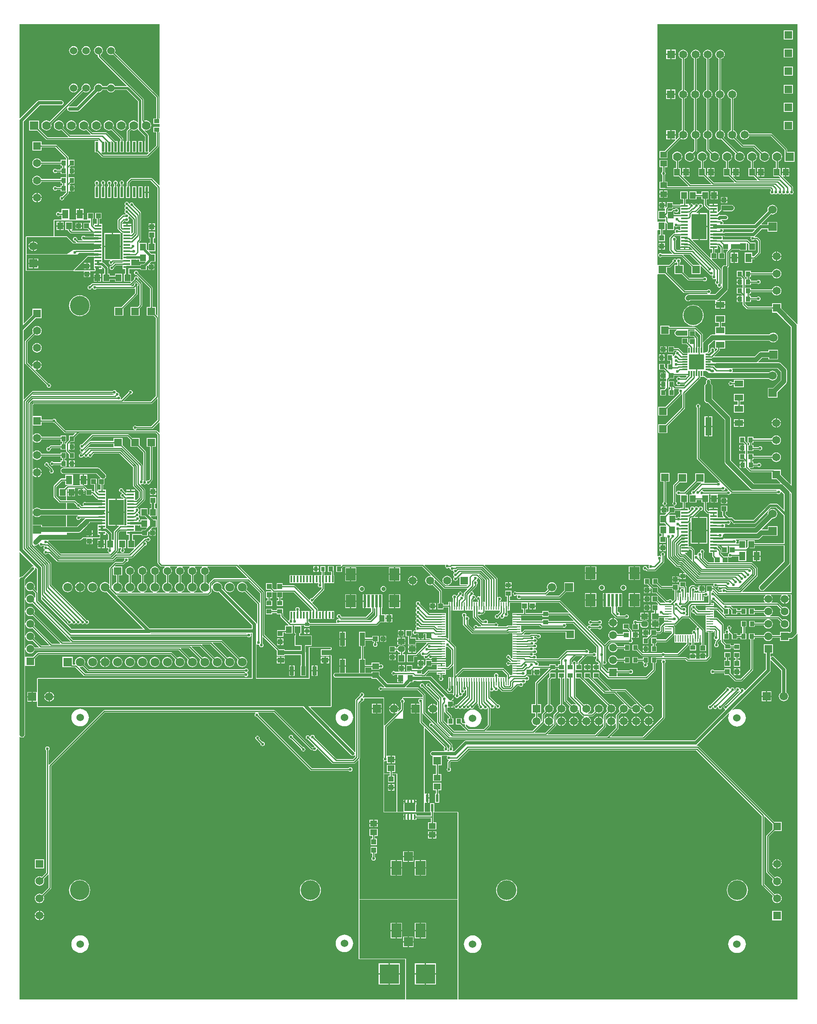
<source format=gbr>
%TF.GenerationSoftware,Altium Limited,Altium NEXUS,2.1.5 (53)*%
G04 Layer_Physical_Order=1*
G04 Layer_Color=255*
%FSLAX44Y44*%
%MOMM*%
%TF.FileFunction,Copper,L1,Top,Signal*%
%TF.Part,Single*%
G01*
G75*
%TA.AperFunction,Conductor*%
%ADD10C,0.2540*%
%TA.AperFunction,SMDPad,CuDef*%
%ADD11R,1.2000X1.4000*%
%ADD12R,0.3480X1.3970*%
%ADD13R,0.9000X1.0000*%
%ADD14R,1.4000X1.2000*%
%ADD15R,1.0000X2.7500*%
%ADD16R,1.0000X1.0000*%
%ADD17R,1.5600X0.2800*%
%ADD18R,0.2800X1.5600*%
G04:AMPARAMS|DCode=19|XSize=1.4mm|YSize=1.15mm|CornerRadius=0mm|HoleSize=0mm|Usage=FLASHONLY|Rotation=180.000|XOffset=0mm|YOffset=0mm|HoleType=Round|Shape=Octagon|*
%AMOCTAGOND19*
4,1,8,-0.7000,0.2875,-0.7000,-0.2875,-0.4125,-0.5750,0.4125,-0.5750,0.7000,-0.2875,0.7000,0.2875,0.4125,0.5750,-0.4125,0.5750,-0.7000,0.2875,0.0*
%
%ADD19OCTAGOND19*%

%ADD20R,1.4000X1.1500*%
%ADD21R,1.0000X1.0000*%
%ADD22R,0.9000X0.8000*%
%ADD23R,1.0000X1.4000*%
%ADD24R,1.0000X0.9000*%
%ADD25R,2.0000X2.5000*%
%ADD26R,0.5000X2.5000*%
%ADD27R,1.1000X1.4000*%
%ADD28R,0.8000X0.9000*%
%ADD29R,1.0000X1.1000*%
%ADD30R,3.1496X3.1496*%
%ADD31R,1.0668X0.3048*%
%ADD32R,0.3048X1.0668*%
%ADD33R,1.8000X1.3000*%
G04:AMPARAMS|DCode=34|XSize=3.8mm|YSize=1.3mm|CornerRadius=0mm|HoleSize=0mm|Usage=FLASHONLY|Rotation=270.000|XOffset=0mm|YOffset=0mm|HoleType=Round|Shape=Octagon|*
%AMOCTAGOND34*
4,1,8,-0.3250,-1.9000,0.3250,-1.9000,0.6500,-1.5750,0.6500,1.5750,0.3250,1.9000,-0.3250,1.9000,-0.6500,1.5750,-0.6500,-1.5750,-0.3250,-1.9000,0.0*
%
%ADD34OCTAGOND34*%

%ADD35R,1.3000X3.8000*%
%ADD36R,0.6000X2.0600*%
%ADD37R,0.0770X0.2500*%
%ADD38R,2.2350X1.7250*%
%ADD39R,0.4050X0.5100*%
%ADD40R,0.4050X0.9900*%
%ADD41R,2.0000X2.9000*%
%ADD42R,1.9000X1.9000*%
%ADD43R,0.6100X1.6100*%
%ADD44R,0.9000X1.8600*%
%ADD45R,3.1900X1.8600*%
%ADD46R,1.4000X1.1000*%
%ADD47R,3.1000X5.1800*%
%ADD48R,1.4750X0.4500*%
%ADD49R,1.3000X1.8000*%
%ADD50R,1.4620X0.2394*%
%ADD51R,0.2394X1.4620*%
%TA.AperFunction,Conductor*%
%ADD52C,0.4000*%
%ADD53C,1.0000*%
%ADD54C,0.5000*%
%ADD55C,0.7000*%
%TA.AperFunction,WasherPad*%
%ADD56C,4.0000*%
%TA.AperFunction,ComponentPad*%
%ADD57C,1.5240*%
%ADD58R,1.8000X1.8000*%
%ADD59C,1.8000*%
%ADD60R,1.6500X1.6500*%
%ADD61C,1.6500*%
%ADD62R,1.6000X1.6000*%
%ADD63R,1.6500X1.6500*%
%ADD64R,1.6000X1.6000*%
%ADD65R,1.7000X1.7000*%
%ADD66C,1.7000*%
%ADD67R,1.7000X1.7000*%
%ADD68C,0.9000*%
%ADD69C,1.6000*%
%ADD70R,1.7780X1.7780*%
%ADD71C,1.7780*%
%ADD72R,4.0000X4.0000*%
%TA.AperFunction,ViaPad*%
%ADD73C,0.6000*%
G36*
X292767Y1801160D02*
X290880D01*
Y1844802D01*
X290683Y1845793D01*
X290121Y1846633D01*
X201679Y1935076D01*
X202463Y1936969D01*
X202769Y1939290D01*
X202463Y1941611D01*
X201567Y1943773D01*
X200142Y1945630D01*
X198285Y1947055D01*
X196123Y1947951D01*
X193802Y1948257D01*
X191481Y1947951D01*
X189319Y1947055D01*
X187462Y1945630D01*
X186037Y1943773D01*
X185141Y1941611D01*
X184835Y1939290D01*
X185141Y1936969D01*
X186037Y1934807D01*
X187462Y1932950D01*
X189319Y1931525D01*
X191481Y1930629D01*
X193802Y1930323D01*
X196123Y1930629D01*
X198016Y1931413D01*
X285700Y1843729D01*
Y1801160D01*
X280242D01*
Y1789620D01*
X292767D01*
Y1784160D01*
X280242D01*
Y1772620D01*
X285700D01*
Y1746053D01*
X272240Y1732592D01*
X270970Y1733118D01*
Y1755280D01*
X270544D01*
Y1765775D01*
X270251Y1767246D01*
X269418Y1768493D01*
X269418Y1768493D01*
X261952Y1775959D01*
X262672Y1777035D01*
X262778Y1776991D01*
X265430Y1776642D01*
X268082Y1776991D01*
X270554Y1778015D01*
X272676Y1779644D01*
X274305Y1781766D01*
X275329Y1784238D01*
X275678Y1786890D01*
X275329Y1789542D01*
X274305Y1792014D01*
X272676Y1794136D01*
X270554Y1795765D01*
X268082Y1796788D01*
X265430Y1797138D01*
X262778Y1796788D01*
X262111Y1796512D01*
X260360Y1798263D01*
Y1839778D01*
X260163Y1840769D01*
X259601Y1841609D01*
X172277Y1928933D01*
Y1931273D01*
X172885Y1931525D01*
X174742Y1932950D01*
X176167Y1934807D01*
X177063Y1936969D01*
X177369Y1939290D01*
X177063Y1941611D01*
X176167Y1943773D01*
X174742Y1945630D01*
X172885Y1947055D01*
X170723Y1947951D01*
X168402Y1948257D01*
X166081Y1947951D01*
X163919Y1947055D01*
X162062Y1945630D01*
X160637Y1943773D01*
X159741Y1941611D01*
X159435Y1939290D01*
X159741Y1936969D01*
X160637Y1934807D01*
X162062Y1932950D01*
X163919Y1931525D01*
X166081Y1930629D01*
X167098Y1930495D01*
Y1927860D01*
X167295Y1926869D01*
X167856Y1926029D01*
X225778Y1868107D01*
X225292Y1866934D01*
X201832D01*
X201567Y1867573D01*
X200142Y1869430D01*
X198285Y1870855D01*
X196123Y1871751D01*
X193802Y1872057D01*
X191481Y1871751D01*
X189319Y1870855D01*
X187462Y1869430D01*
X186037Y1867573D01*
X185772Y1866934D01*
X176432D01*
X176167Y1867573D01*
X174742Y1869430D01*
X172885Y1870855D01*
X170723Y1871751D01*
X168402Y1872057D01*
X166081Y1871751D01*
X163919Y1870855D01*
X162062Y1869430D01*
X160637Y1867573D01*
X159741Y1865411D01*
X159435Y1863090D01*
X159678Y1861244D01*
X123715Y1825281D01*
X109728D01*
X109220Y1825181D01*
X107813Y1826195D01*
X107776Y1826488D01*
X137440Y1856152D01*
X138519Y1855325D01*
X140681Y1854429D01*
X143002Y1854123D01*
X145323Y1854429D01*
X147485Y1855325D01*
X149342Y1856750D01*
X150767Y1858607D01*
X151663Y1860769D01*
X151969Y1863090D01*
X151663Y1865411D01*
X150767Y1867573D01*
X149342Y1869430D01*
X147485Y1870855D01*
X145323Y1871751D01*
X143002Y1872057D01*
X140681Y1871751D01*
X138519Y1870855D01*
X136662Y1869430D01*
X135237Y1867573D01*
X134341Y1865411D01*
X134035Y1863090D01*
X134341Y1860769D01*
X134456Y1860492D01*
X68697Y1794734D01*
X67354Y1795765D01*
X64882Y1796788D01*
X62230Y1797138D01*
X59578Y1796788D01*
X57106Y1795765D01*
X54984Y1794136D01*
X53355Y1792014D01*
X52332Y1789542D01*
X51982Y1786890D01*
X52332Y1784238D01*
X53355Y1781766D01*
X54984Y1779644D01*
X57106Y1778015D01*
X59578Y1776991D01*
X62230Y1776642D01*
X64882Y1776991D01*
X67354Y1778015D01*
X69476Y1779644D01*
X71105Y1781766D01*
X72129Y1784238D01*
X72478Y1786890D01*
X72129Y1789542D01*
X71748Y1790460D01*
X103658Y1822370D01*
X103951Y1822333D01*
X104965Y1820926D01*
X104865Y1820418D01*
X105235Y1818557D01*
X106289Y1816979D01*
X107867Y1815925D01*
X109728Y1815555D01*
X125730D01*
X125730Y1815555D01*
X127591Y1815925D01*
X129169Y1816979D01*
X166556Y1854366D01*
X168402Y1854123D01*
X170723Y1854429D01*
X172885Y1855325D01*
X174742Y1856750D01*
X176167Y1858607D01*
X176432Y1859246D01*
X185772D01*
X186037Y1858607D01*
X187462Y1856750D01*
X189319Y1855325D01*
X191481Y1854429D01*
X193802Y1854123D01*
X196123Y1854429D01*
X198285Y1855325D01*
X200142Y1856750D01*
X201567Y1858607D01*
X201832Y1859246D01*
X225738D01*
X248886Y1836098D01*
Y1794014D01*
X247684Y1793605D01*
X247276Y1794136D01*
X245154Y1795765D01*
X242682Y1796788D01*
X240030Y1797138D01*
X237378Y1796788D01*
X234906Y1795765D01*
X232784Y1794136D01*
X231155Y1792014D01*
X230131Y1789542D01*
X229782Y1786890D01*
X230131Y1784238D01*
X231155Y1781766D01*
X231194Y1781716D01*
X226769Y1777291D01*
X226207Y1776451D01*
X226010Y1775460D01*
Y1755280D01*
X224330D01*
Y1732140D01*
X232870D01*
Y1755280D01*
X231190D01*
Y1774387D01*
X234856Y1778054D01*
X234906Y1778015D01*
X237378Y1776991D01*
X240030Y1776642D01*
X242682Y1776991D01*
X245154Y1778015D01*
X247276Y1779644D01*
X247684Y1780175D01*
X248571Y1779873D01*
X248900Y1779674D01*
X249179Y1778274D01*
X250012Y1777027D01*
X262856Y1764183D01*
Y1755280D01*
X262430D01*
Y1732140D01*
X269991D01*
X270518Y1730870D01*
X266897Y1727250D01*
X177923D01*
X174303Y1730870D01*
X174828Y1732140D01*
X182070D01*
Y1753981D01*
X183340Y1754507D01*
X186230Y1751617D01*
Y1732140D01*
X194770D01*
Y1753981D01*
X196040Y1754507D01*
X198930Y1751617D01*
Y1732140D01*
X207470D01*
Y1755280D01*
X202593D01*
X185661Y1772211D01*
X184821Y1772773D01*
X183830Y1772970D01*
X156013D01*
X147266Y1781716D01*
X147305Y1781766D01*
X148329Y1784238D01*
X148678Y1786890D01*
X148329Y1789542D01*
X147305Y1792014D01*
X145676Y1794136D01*
X143554Y1795765D01*
X141082Y1796788D01*
X138430Y1797138D01*
X135778Y1796788D01*
X133306Y1795765D01*
X131184Y1794136D01*
X129555Y1792014D01*
X128532Y1789542D01*
X128182Y1786890D01*
X128532Y1784238D01*
X129555Y1781766D01*
X131184Y1779644D01*
X133306Y1778015D01*
X135778Y1776991D01*
X138430Y1776642D01*
X141082Y1776991D01*
X143554Y1778015D01*
X143604Y1778054D01*
X152498Y1769160D01*
X151972Y1767890D01*
X110293D01*
X96466Y1781716D01*
X96505Y1781766D01*
X97528Y1784238D01*
X97878Y1786890D01*
X97528Y1789542D01*
X96505Y1792014D01*
X94876Y1794136D01*
X92754Y1795765D01*
X90282Y1796788D01*
X87630Y1797138D01*
X84978Y1796788D01*
X82506Y1795765D01*
X80384Y1794136D01*
X78755Y1792014D01*
X77731Y1789542D01*
X77382Y1786890D01*
X77731Y1784238D01*
X78755Y1781766D01*
X80384Y1779644D01*
X82506Y1778015D01*
X84978Y1776991D01*
X87630Y1776642D01*
X90282Y1776991D01*
X92754Y1778015D01*
X92804Y1778054D01*
X106778Y1764080D01*
X106252Y1762810D01*
X64573D01*
X46990Y1780392D01*
Y1797050D01*
X26670D01*
Y1776730D01*
X43327D01*
X61669Y1758389D01*
X62509Y1757827D01*
X63500Y1757630D01*
X167517D01*
X168598Y1756550D01*
X168071Y1755280D01*
X160830D01*
Y1732140D01*
X165707D01*
X175019Y1722829D01*
X175859Y1722267D01*
X176850Y1722070D01*
X267970D01*
X268961Y1722267D01*
X269801Y1722829D01*
X290121Y1743149D01*
X290683Y1743989D01*
X290880Y1744980D01*
Y1772620D01*
X292767D01*
Y1665561D01*
X291593Y1665075D01*
X277421Y1679247D01*
X276581Y1679809D01*
X275590Y1680006D01*
X235204D01*
X234213Y1679809D01*
X233373Y1679247D01*
X226769Y1672643D01*
X226207Y1671803D01*
X226010Y1670812D01*
Y1662480D01*
X224330D01*
Y1639340D01*
X232870D01*
Y1662480D01*
X231190D01*
Y1669739D01*
X236277Y1674826D01*
X274517D01*
X288970Y1660374D01*
Y1400372D01*
X287796Y1399886D01*
X284860Y1402823D01*
Y1417700D01*
X278180D01*
Y1456436D01*
X277983Y1457427D01*
X277421Y1458267D01*
X249391Y1486297D01*
X249464Y1486662D01*
X249132Y1488328D01*
X248188Y1489740D01*
X246776Y1490684D01*
X245110Y1491016D01*
X243444Y1490684D01*
X242031Y1489740D01*
X241088Y1488328D01*
X240756Y1486662D01*
X241088Y1484996D01*
X242031Y1483584D01*
X243444Y1482640D01*
X245110Y1482308D01*
X245898Y1482465D01*
X273000Y1455363D01*
Y1417700D01*
X266320D01*
Y1399160D01*
X281197D01*
X285160Y1395198D01*
Y1235767D01*
X274525Y1225132D01*
X220042D01*
X219556Y1226305D01*
X232722Y1239472D01*
X233934Y1239230D01*
X235600Y1239562D01*
X237013Y1240506D01*
X237956Y1241918D01*
X238288Y1243584D01*
X237956Y1245250D01*
X237013Y1246663D01*
X235600Y1247606D01*
X233934Y1247938D01*
X232268Y1247606D01*
X230856Y1246663D01*
X229912Y1245250D01*
X229598Y1243672D01*
X215200Y1229274D01*
X214499Y1229348D01*
X214274Y1229559D01*
X213639Y1230599D01*
X213896Y1231892D01*
X213564Y1233558D01*
X212621Y1234971D01*
X211208Y1235914D01*
X210956Y1235965D01*
X210470Y1237138D01*
X210778Y1237600D01*
X211110Y1239266D01*
X210778Y1240932D01*
X209834Y1242345D01*
X208422Y1243288D01*
X206756Y1243620D01*
X205697Y1243409D01*
X205268Y1243838D01*
X204936Y1245504D01*
X203993Y1246917D01*
X202580Y1247860D01*
X200914Y1248192D01*
X199248Y1247860D01*
X197836Y1246917D01*
X197509Y1246428D01*
X34727D01*
X33736Y1246231D01*
X32896Y1245669D01*
X16906Y1229680D01*
X15733Y1230166D01*
Y1369735D01*
X40538Y1394540D01*
X52700D01*
Y1413580D01*
X33660D01*
Y1401418D01*
X16906Y1384664D01*
X15733Y1385150D01*
Y1794729D01*
X49005Y1828001D01*
X92456D01*
X94317Y1828371D01*
X95895Y1829425D01*
X96949Y1831003D01*
X97319Y1832864D01*
X96949Y1834725D01*
X95895Y1836303D01*
X94317Y1837357D01*
X92456Y1837727D01*
X46990D01*
X46990Y1837728D01*
X45129Y1837357D01*
X43551Y1836303D01*
X43551Y1836303D01*
X8606Y1801358D01*
X7432Y1801844D01*
X7432Y1992667D01*
X292767Y1992667D01*
X292767Y1801160D01*
D02*
G37*
G36*
X1353895Y1613380D02*
Y1606490D01*
X1341388D01*
Y1610854D01*
X1342658Y1610897D01*
X1342867Y1610583D01*
X1344280Y1609640D01*
X1345946Y1609308D01*
X1347612Y1609640D01*
X1349025Y1610583D01*
X1349968Y1611996D01*
X1350300Y1613662D01*
X1349968Y1615328D01*
X1349025Y1616741D01*
X1347612Y1617684D01*
X1345946Y1618016D01*
X1344280Y1617684D01*
X1342867Y1616741D01*
X1342541Y1616252D01*
X1339596D01*
X1338605Y1616055D01*
X1337765Y1615493D01*
X1334805Y1612534D01*
X1327986D01*
Y1616043D01*
X1330002Y1618060D01*
X1338880D01*
Y1620810D01*
X1353895D01*
Y1613380D01*
D02*
G37*
G36*
X1592767Y1382472D02*
X1592351Y1382323D01*
X1591497Y1382261D01*
X1590242Y1384138D01*
X1559520Y1414861D01*
Y1424860D01*
X1540480D01*
Y1417930D01*
X1491747D01*
X1485950Y1423727D01*
Y1426348D01*
X1486090Y1427560D01*
X1487220Y1427560D01*
X1497630D01*
Y1431494D01*
X1509673D01*
X1510000Y1431006D01*
X1511412Y1430062D01*
X1513078Y1429730D01*
X1514744Y1430062D01*
X1516156Y1431006D01*
X1517100Y1432418D01*
X1517432Y1434084D01*
X1517100Y1435750D01*
X1516156Y1437162D01*
X1514744Y1438106D01*
X1513078Y1438438D01*
X1511412Y1438106D01*
X1510000Y1437162D01*
X1509673Y1436674D01*
X1497630D01*
Y1440100D01*
X1494450D01*
Y1444070D01*
X1497630D01*
Y1447750D01*
X1540768D01*
X1541684Y1445539D01*
X1543210Y1443550D01*
X1545199Y1442024D01*
X1547515Y1441065D01*
X1550000Y1440738D01*
X1552485Y1441065D01*
X1554801Y1442024D01*
X1556790Y1443550D01*
X1558316Y1445539D01*
X1559275Y1447855D01*
X1559602Y1450340D01*
X1559275Y1452825D01*
X1558316Y1455141D01*
X1556790Y1457130D01*
X1554801Y1458656D01*
X1552485Y1459615D01*
X1550000Y1459942D01*
X1547515Y1459615D01*
X1545199Y1458656D01*
X1543210Y1457130D01*
X1541684Y1455141D01*
X1540768Y1452930D01*
X1497630D01*
Y1456610D01*
X1486090Y1456610D01*
X1485950Y1457822D01*
Y1460638D01*
X1486090Y1461850D01*
X1487220Y1461850D01*
X1497630D01*
Y1465784D01*
X1509673D01*
X1510000Y1465296D01*
X1511412Y1464352D01*
X1513078Y1464020D01*
X1514744Y1464352D01*
X1516156Y1465296D01*
X1517100Y1466708D01*
X1517432Y1468374D01*
X1517100Y1470040D01*
X1516156Y1471452D01*
X1514744Y1472396D01*
X1513078Y1472728D01*
X1511412Y1472396D01*
X1510000Y1471452D01*
X1509673Y1470964D01*
X1497630D01*
Y1474390D01*
X1494450D01*
Y1478360D01*
X1497630D01*
Y1482750D01*
X1540768D01*
X1541684Y1480539D01*
X1543210Y1478550D01*
X1545199Y1477024D01*
X1547515Y1476065D01*
X1550000Y1475738D01*
X1552485Y1476065D01*
X1554801Y1477024D01*
X1556790Y1478550D01*
X1558316Y1480539D01*
X1559275Y1482855D01*
X1559602Y1485340D01*
X1559275Y1487825D01*
X1558316Y1490141D01*
X1556790Y1492130D01*
X1554801Y1493656D01*
X1552485Y1494615D01*
X1550000Y1494942D01*
X1547515Y1494615D01*
X1545199Y1493656D01*
X1543210Y1492130D01*
X1541684Y1490141D01*
X1540768Y1487930D01*
X1497630D01*
Y1490900D01*
X1486090D01*
Y1478360D01*
X1489270D01*
Y1475288D01*
X1488372Y1474390D01*
X1486090Y1474390D01*
X1485950Y1475602D01*
Y1475630D01*
X1485753Y1476621D01*
X1485191Y1477461D01*
X1480630Y1482023D01*
Y1490900D01*
X1469090D01*
Y1478360D01*
X1476967D01*
X1479668Y1475660D01*
X1479142Y1474390D01*
X1476130D01*
Y1468120D01*
Y1461850D01*
X1480630Y1461850D01*
X1480770Y1460638D01*
Y1457822D01*
X1480630Y1456610D01*
X1469090D01*
Y1444070D01*
X1476967D01*
X1479668Y1441370D01*
X1479142Y1440100D01*
X1476130D01*
Y1433830D01*
Y1427560D01*
X1480630Y1427560D01*
X1480770Y1426348D01*
Y1422654D01*
X1480967Y1421663D01*
X1481529Y1420823D01*
X1488843Y1413509D01*
X1489683Y1412947D01*
X1490674Y1412750D01*
X1540480D01*
Y1405820D01*
X1550479D01*
X1579329Y1376970D01*
Y1057301D01*
X1578156Y1056815D01*
X1558920Y1076051D01*
Y1086050D01*
X1542670D01*
X1542420Y1086100D01*
X1497811D01*
X1495344Y1088567D01*
X1495830Y1089740D01*
X1503100D01*
Y1093166D01*
X1510943D01*
X1511270Y1092678D01*
X1512682Y1091734D01*
X1514348Y1091402D01*
X1516014Y1091734D01*
X1517426Y1092678D01*
X1518370Y1094090D01*
X1518702Y1095756D01*
X1518370Y1097422D01*
X1517426Y1098835D01*
X1516014Y1099778D01*
X1514348Y1100110D01*
X1512682Y1099778D01*
X1511270Y1098835D01*
X1510943Y1098346D01*
X1503100D01*
Y1102280D01*
X1499920D01*
Y1106250D01*
X1502710D01*
Y1108940D01*
X1540168D01*
X1541084Y1106729D01*
X1542610Y1104740D01*
X1544599Y1103214D01*
X1546915Y1102255D01*
X1549400Y1101928D01*
X1551885Y1102255D01*
X1554201Y1103214D01*
X1556190Y1104740D01*
X1557716Y1106729D01*
X1558675Y1109045D01*
X1559002Y1111530D01*
X1558675Y1114015D01*
X1557716Y1116331D01*
X1556190Y1118320D01*
X1554201Y1119846D01*
X1551885Y1120805D01*
X1549400Y1121132D01*
X1546915Y1120805D01*
X1544599Y1119846D01*
X1542610Y1118320D01*
X1541084Y1116331D01*
X1540168Y1114120D01*
X1502710D01*
Y1118790D01*
X1491284D01*
Y1124030D01*
X1502710D01*
Y1127134D01*
X1513150D01*
X1513477Y1126645D01*
X1514889Y1125701D01*
X1516555Y1125370D01*
X1518221Y1125701D01*
X1519633Y1126645D01*
X1520577Y1128057D01*
X1520909Y1129724D01*
X1520577Y1131390D01*
X1519633Y1132802D01*
X1518221Y1133746D01*
X1516555Y1134077D01*
X1514889Y1133746D01*
X1513477Y1132802D01*
X1513150Y1132313D01*
X1502710D01*
Y1136570D01*
X1499530D01*
Y1140540D01*
X1502710D01*
Y1144220D01*
X1540102D01*
X1540125Y1144045D01*
X1541084Y1141729D01*
X1542610Y1139740D01*
X1544599Y1138214D01*
X1546915Y1137255D01*
X1549400Y1136928D01*
X1551885Y1137255D01*
X1554201Y1138214D01*
X1556190Y1139740D01*
X1557716Y1141729D01*
X1558675Y1144045D01*
X1559002Y1146530D01*
X1558675Y1149015D01*
X1557716Y1151331D01*
X1556190Y1153320D01*
X1554201Y1154846D01*
X1551885Y1155805D01*
X1549400Y1156132D01*
X1546915Y1155805D01*
X1544599Y1154846D01*
X1542610Y1153320D01*
X1541084Y1151331D01*
X1540284Y1149400D01*
X1502710D01*
Y1153080D01*
X1491170D01*
Y1140540D01*
X1494350D01*
Y1136570D01*
X1491284D01*
Y1137556D01*
X1491087Y1138547D01*
X1490525Y1139387D01*
X1485710Y1144202D01*
Y1153080D01*
X1474170D01*
Y1140540D01*
X1482047D01*
X1484747Y1137840D01*
X1484221Y1136570D01*
X1481210D01*
Y1130300D01*
Y1124030D01*
X1485710Y1124030D01*
X1486104Y1122923D01*
Y1119897D01*
X1485710Y1118790D01*
X1474170D01*
Y1106250D01*
X1482047D01*
X1484844Y1103453D01*
X1484358Y1102280D01*
X1481600D01*
Y1096010D01*
Y1089740D01*
X1486100D01*
Y1089740D01*
X1487216Y1089369D01*
X1494907Y1081679D01*
X1495747Y1081117D01*
X1496738Y1080920D01*
X1539880D01*
Y1067010D01*
X1549879D01*
X1557786Y1059103D01*
X1557260Y1057833D01*
X1503654D01*
X1456687Y1104799D01*
Y1190236D01*
X1456201Y1192682D01*
X1454815Y1194756D01*
X1418740Y1230831D01*
Y1258445D01*
X1415833Y1261351D01*
Y1265428D01*
X1415463Y1267289D01*
X1414409Y1268867D01*
X1412831Y1269921D01*
X1412650Y1269957D01*
X1412776Y1271227D01*
X1534371D01*
X1534812Y1270652D01*
X1536853Y1269086D01*
X1539229Y1268102D01*
X1541780Y1267766D01*
X1544330Y1268102D01*
X1546707Y1269086D01*
X1548748Y1270652D01*
X1550314Y1272693D01*
X1551299Y1275070D01*
X1551634Y1277620D01*
X1551299Y1280170D01*
X1550314Y1282547D01*
X1548748Y1284588D01*
X1546707Y1286154D01*
X1544330Y1287139D01*
X1541780Y1287474D01*
X1539229Y1287139D01*
X1536853Y1286154D01*
X1534812Y1284588D01*
X1534371Y1284013D01*
X1459962D01*
X1459479Y1285283D01*
X1460204Y1286368D01*
X1460536Y1288034D01*
X1460204Y1289700D01*
X1459649Y1290531D01*
X1460328Y1291801D01*
X1551578D01*
X1558501Y1284878D01*
Y1268382D01*
X1542509Y1252390D01*
X1532010D01*
Y1232850D01*
X1551550D01*
Y1243349D01*
X1569414Y1261214D01*
X1570800Y1263288D01*
X1571287Y1265734D01*
Y1287526D01*
X1570800Y1289972D01*
X1569414Y1292046D01*
X1558746Y1302714D01*
X1556672Y1304100D01*
X1554226Y1304587D01*
X1512856D01*
X1512510Y1305857D01*
X1520350Y1313697D01*
X1533280D01*
Y1310320D01*
X1552820D01*
Y1329860D01*
X1533280D01*
Y1326483D01*
X1517702D01*
X1515255Y1325996D01*
X1513182Y1324610D01*
X1505096Y1316525D01*
X1423588D01*
X1423062Y1317795D01*
X1433380Y1328113D01*
X1433941Y1328953D01*
X1434139Y1329944D01*
Y1332820D01*
X1445370D01*
Y1348360D01*
X1446500Y1348697D01*
X1535641D01*
X1536082Y1348122D01*
X1538123Y1346556D01*
X1540500Y1345571D01*
X1543050Y1345236D01*
X1545600Y1345571D01*
X1547977Y1346556D01*
X1550018Y1348122D01*
X1551584Y1350163D01*
X1552569Y1352540D01*
X1552904Y1355090D01*
X1552569Y1357641D01*
X1551584Y1360017D01*
X1550018Y1362058D01*
X1547977Y1363624D01*
X1545600Y1364608D01*
X1543050Y1364944D01*
X1540500Y1364608D01*
X1538123Y1363624D01*
X1536082Y1362058D01*
X1535641Y1361483D01*
X1446500D01*
X1445370Y1361820D01*
X1445370Y1362753D01*
Y1377360D01*
X1437690D01*
Y1384890D01*
X1445370D01*
Y1400430D01*
X1424830D01*
Y1384890D01*
X1432510D01*
Y1377360D01*
X1424830D01*
X1424830Y1361820D01*
X1423700Y1361483D01*
X1419098D01*
X1416651Y1360996D01*
X1414578Y1359610D01*
X1401116Y1346148D01*
X1400606Y1345385D01*
X1399336Y1345771D01*
Y1361186D01*
X1399139Y1362177D01*
X1398577Y1363017D01*
X1385877Y1375717D01*
X1385037Y1376279D01*
X1384046Y1376476D01*
X1331340D01*
Y1379600D01*
X1312800D01*
Y1361060D01*
X1331340D01*
Y1371296D01*
X1346364D01*
X1346490Y1370026D01*
X1345786Y1369886D01*
X1343712Y1368500D01*
X1342326Y1366426D01*
X1341839Y1363980D01*
X1342326Y1361534D01*
X1343712Y1359460D01*
X1345786Y1358074D01*
X1348232Y1357587D01*
X1356948D01*
Y1357582D01*
X1362600D01*
X1363218Y1357459D01*
X1363836Y1357582D01*
X1369488D01*
Y1363234D01*
X1369611Y1363852D01*
X1369488Y1364469D01*
Y1370026D01*
X1369488Y1370122D01*
X1369719Y1371296D01*
X1382646D01*
X1383192Y1370597D01*
X1382638Y1369360D01*
X1371934D01*
Y1356820D01*
X1380811D01*
X1383002Y1354630D01*
X1382475Y1353360D01*
X1371934D01*
Y1344874D01*
X1370761Y1344388D01*
X1369488Y1345661D01*
Y1354122D01*
X1356948D01*
Y1341582D01*
X1366242D01*
X1370864Y1336959D01*
X1370378Y1335786D01*
X1369060D01*
Y1323340D01*
X1360276D01*
X1350825Y1332791D01*
X1349985Y1333353D01*
X1348994Y1333550D01*
X1341420D01*
Y1337230D01*
X1328880D01*
Y1324690D01*
X1341420D01*
Y1328370D01*
X1345893D01*
X1346058Y1327108D01*
X1344646Y1326165D01*
X1343702Y1324752D01*
X1343370Y1323086D01*
X1343702Y1321420D01*
X1343036Y1320131D01*
X1342358Y1319996D01*
X1340946Y1319052D01*
X1340002Y1317640D01*
X1339960Y1317430D01*
X1338690Y1317555D01*
Y1320720D01*
X1327150D01*
Y1308180D01*
X1333060D01*
Y1301670D01*
X1327594D01*
Y1291278D01*
X1326421Y1290792D01*
X1322134Y1295078D01*
Y1301670D01*
X1310594D01*
Y1289130D01*
X1320757D01*
X1324727Y1285160D01*
X1324202Y1283890D01*
X1320420D01*
Y1277620D01*
Y1271350D01*
X1323840D01*
X1324652Y1270080D01*
X1324560Y1269620D01*
Y1267322D01*
X1324420Y1266110D01*
X1323290Y1266110D01*
X1319920D01*
Y1259840D01*
X1318650D01*
D01*
X1319920D01*
Y1253570D01*
X1322932D01*
X1323458Y1252300D01*
X1320757Y1249600D01*
X1312880D01*
Y1237060D01*
X1324420D01*
Y1245938D01*
X1328981Y1250499D01*
X1329543Y1251339D01*
X1329740Y1252330D01*
Y1252358D01*
X1329880Y1253570D01*
X1333060D01*
Y1249600D01*
X1329880D01*
Y1237060D01*
X1341420D01*
Y1249314D01*
X1342349Y1250424D01*
X1342508Y1250392D01*
X1350178D01*
X1350856Y1249122D01*
X1350306Y1248298D01*
X1349974Y1246632D01*
X1350306Y1244966D01*
X1351250Y1243553D01*
X1351356Y1243482D01*
X1351455Y1242087D01*
X1323867Y1214500D01*
X1308990D01*
Y1195960D01*
X1327530D01*
Y1210837D01*
X1356159Y1239467D01*
X1356721Y1240307D01*
X1356918Y1241298D01*
Y1241942D01*
X1356945Y1241961D01*
X1358215Y1241305D01*
Y1213288D01*
X1323867Y1178940D01*
X1308990D01*
Y1160400D01*
X1327530D01*
Y1175277D01*
X1362636Y1210384D01*
X1363198Y1211224D01*
X1363395Y1212215D01*
Y1241622D01*
X1393497Y1271725D01*
X1394059Y1272565D01*
X1394256Y1273556D01*
Y1275334D01*
X1402531D01*
X1404766Y1273100D01*
X1406840Y1271714D01*
X1409286Y1271227D01*
X1409290Y1269957D01*
X1409109Y1269921D01*
X1407531Y1268867D01*
X1406477Y1267289D01*
X1406107Y1265428D01*
Y1261351D01*
X1403200Y1258445D01*
Y1225675D01*
X1407085Y1221790D01*
X1409699D01*
X1443902Y1187588D01*
Y1102151D01*
X1444388Y1099705D01*
X1445774Y1097631D01*
X1496486Y1046920D01*
X1498560Y1045534D01*
X1501006Y1045047D01*
X1549690D01*
X1550327Y1043777D01*
X1549917Y1043228D01*
X1459501D01*
X1392520Y1110210D01*
Y1212127D01*
X1393008Y1212454D01*
X1393952Y1213866D01*
X1394283Y1215532D01*
X1393952Y1217198D01*
X1393008Y1218611D01*
X1391596Y1219554D01*
X1389930Y1219886D01*
X1388264Y1219554D01*
X1386851Y1218611D01*
X1385907Y1217198D01*
X1385576Y1215532D01*
X1385907Y1213866D01*
X1386851Y1212454D01*
X1387340Y1212127D01*
Y1109137D01*
X1387537Y1108146D01*
X1388098Y1107306D01*
X1433828Y1061576D01*
X1433134Y1060474D01*
X1431798Y1060740D01*
X1430132Y1060408D01*
X1428719Y1059464D01*
X1428393Y1058976D01*
X1402884D01*
X1402460Y1060070D01*
X1402460Y1060246D01*
Y1078610D01*
X1383920D01*
Y1063733D01*
X1361637Y1041450D01*
X1353669D01*
X1353342Y1041938D01*
X1351930Y1042882D01*
X1350264Y1043214D01*
X1348598Y1042882D01*
X1347186Y1041938D01*
X1346242Y1040526D01*
X1346065Y1039636D01*
X1345996Y1039289D01*
X1344726Y1039415D01*
Y1052773D01*
X1352023Y1060070D01*
X1366900D01*
Y1078610D01*
X1348360D01*
Y1063733D01*
X1340305Y1055677D01*
X1339743Y1054837D01*
X1339546Y1053846D01*
Y1020675D01*
X1339057Y1020349D01*
X1338114Y1018936D01*
X1337782Y1017270D01*
X1338114Y1015604D01*
X1339057Y1014192D01*
X1340470Y1013248D01*
X1342136Y1012916D01*
X1343802Y1013248D01*
X1345215Y1014192D01*
X1346158Y1015604D01*
X1346490Y1017270D01*
X1346158Y1018936D01*
X1345215Y1020349D01*
X1344726Y1020675D01*
Y1038306D01*
X1345996Y1038431D01*
X1346065Y1038084D01*
X1346242Y1037194D01*
X1347186Y1035781D01*
X1348598Y1034838D01*
X1350264Y1034506D01*
X1351930Y1034838D01*
X1352790Y1035412D01*
X1354060Y1034743D01*
Y1019160D01*
X1358800D01*
Y1008240D01*
X1353725D01*
Y1007310D01*
X1342690D01*
Y1010840D01*
X1330150D01*
Y1001963D01*
X1327863Y999676D01*
X1326690Y1000162D01*
Y1003300D01*
X1321690D01*
Y998300D01*
X1324828D01*
X1325314Y997127D01*
X1322319Y994131D01*
X1322091Y993790D01*
X1312150D01*
Y977250D01*
X1321749D01*
X1321757Y977209D01*
X1322319Y976369D01*
X1325217Y973470D01*
X1324691Y972200D01*
X1311388D01*
Y955660D01*
X1315670D01*
Y950498D01*
X1311736D01*
Y936958D01*
X1324276D01*
Y948716D01*
X1325546Y948841D01*
X1325573Y948707D01*
X1326517Y947294D01*
X1327005Y946968D01*
Y907449D01*
X1327202Y906458D01*
X1327764Y905618D01*
X1344943Y888439D01*
X1345783Y887877D01*
X1346774Y887680D01*
X1351477D01*
X1362908Y876249D01*
X1362422Y875076D01*
X1359916D01*
Y870576D01*
X1364916D01*
Y872582D01*
X1366089Y873068D01*
X1384295Y854863D01*
X1385135Y854301D01*
X1386126Y854104D01*
X1421191D01*
X1421789Y852984D01*
X1421680Y852820D01*
X1421348Y851154D01*
X1421680Y849488D01*
X1422623Y848075D01*
X1424036Y847132D01*
X1425702Y846800D01*
X1427368Y847132D01*
X1428781Y848075D01*
X1429107Y848564D01*
X1430698D01*
X1431193Y847294D01*
X1430478Y846224D01*
X1430147Y844558D01*
X1430478Y842892D01*
X1431422Y841480D01*
X1432834Y840536D01*
X1434500Y840204D01*
X1436167Y840536D01*
X1436987Y841084D01*
X1438130Y840320D01*
X1438112Y840232D01*
X1438444Y838566D01*
X1438655Y838250D01*
X1437976Y836980D01*
X1431601D01*
X1422961Y845619D01*
X1422121Y846181D01*
X1421130Y846378D01*
X1419652D01*
Y850312D01*
X1407112D01*
Y837814D01*
X1407089Y837439D01*
X1406144Y836712D01*
X1404478Y836380D01*
X1403065Y835436D01*
X1401714Y835460D01*
X1401567Y835604D01*
Y835604D01*
X1397837D01*
X1396633Y835604D01*
Y835604D01*
X1396567D01*
X1396567Y835604D01*
X1391633Y835604D01*
X1390363Y835604D01*
X1386633Y835604D01*
X1385363Y835604D01*
X1381750D01*
Y837804D01*
X1382718Y838451D01*
X1383662Y839863D01*
X1384995Y840055D01*
X1385428Y839766D01*
X1387094Y839434D01*
X1388760Y839766D01*
X1389842Y840489D01*
X1391112Y840004D01*
Y837772D01*
X1396112D01*
Y844042D01*
Y850312D01*
X1391112D01*
Y847572D01*
X1389842Y847087D01*
X1388760Y847810D01*
X1387094Y848142D01*
X1385882Y847900D01*
X1383360Y850422D01*
X1382520Y850984D01*
X1381529Y851181D01*
X1377386D01*
X1376394Y850984D01*
X1375554Y850422D01*
X1372269Y847137D01*
X1371707Y846297D01*
X1371510Y845306D01*
Y835604D01*
X1366763D01*
Y846779D01*
X1366566Y847770D01*
X1366004Y848610D01*
X1364916Y849698D01*
Y858076D01*
X1352376D01*
Y846536D01*
X1360563D01*
X1361471Y845563D01*
X1361371Y844611D01*
X1360260Y844118D01*
X1359296Y844762D01*
X1357630Y845094D01*
X1355964Y844762D01*
X1354552Y843819D01*
X1353608Y842406D01*
X1353276Y840740D01*
X1353608Y839074D01*
X1354552Y837662D01*
X1355730Y836874D01*
X1355566Y835721D01*
X1355519Y835604D01*
X1352837D01*
X1351633Y835604D01*
Y835604D01*
X1351567D01*
Y835604D01*
X1350370D01*
Y827024D01*
X1347830D01*
Y835604D01*
X1346690D01*
Y840440D01*
X1349930D01*
Y852980D01*
X1337390D01*
Y849300D01*
X1315513D01*
X1308400Y856413D01*
Y864790D01*
X1296860D01*
Y852250D01*
X1305237D01*
X1312609Y844879D01*
X1313449Y844317D01*
X1314440Y844120D01*
X1337390D01*
Y840440D01*
X1341510D01*
Y827024D01*
Y822130D01*
X1338454Y819073D01*
X1337076Y819491D01*
X1337014Y819800D01*
X1336071Y821212D01*
X1334658Y822156D01*
X1332992Y822488D01*
X1331326Y822156D01*
X1329913Y821212D01*
X1329587Y820724D01*
X1325809D01*
X1308400Y838132D01*
Y847010D01*
X1299523D01*
X1291450Y855083D01*
Y855290D01*
X1291400Y855540D01*
Y864790D01*
X1279860D01*
Y852250D01*
X1286981D01*
X1287029Y852179D01*
X1291024Y848183D01*
X1290538Y847010D01*
X1287400D01*
Y842010D01*
X1292400D01*
Y845148D01*
X1293573Y845634D01*
X1295860Y843347D01*
Y834470D01*
X1304738D01*
X1322905Y816303D01*
X1323029Y816220D01*
X1322644Y814950D01*
X1313423D01*
X1308020Y820352D01*
Y829230D01*
X1295480D01*
Y816690D01*
X1304357D01*
X1308327Y812720D01*
X1307802Y811450D01*
X1295860D01*
Y798910D01*
X1300000D01*
Y794800D01*
X1294320D01*
Y780760D01*
X1310860D01*
Y784770D01*
X1320856D01*
Y781097D01*
X1320856Y779893D01*
X1320856D01*
Y779827D01*
X1320856D01*
Y778630D01*
X1329436D01*
Y776090D01*
X1320856D01*
Y774893D01*
X1320444Y774680D01*
X1319604Y774118D01*
X1313889Y768403D01*
X1313327Y767563D01*
X1313130Y766572D01*
Y759263D01*
X1310583Y756716D01*
X1305480D01*
Y760650D01*
X1292940D01*
Y751773D01*
X1290653Y749486D01*
X1289480Y749972D01*
Y753110D01*
X1284480D01*
Y748110D01*
X1287618D01*
X1288104Y746937D01*
X1285307Y744140D01*
X1277320D01*
Y731600D01*
X1288860D01*
Y740368D01*
X1293345Y744853D01*
X1294320Y744032D01*
Y731600D01*
X1297500D01*
Y727630D01*
X1294320D01*
Y715090D01*
X1305860D01*
Y727630D01*
X1302680D01*
Y731600D01*
X1305860D01*
Y735280D01*
X1325118D01*
X1326109Y735477D01*
X1326949Y736039D01*
X1340460Y749549D01*
X1341633Y749063D01*
Y734116D01*
X1346567Y734116D01*
X1347837Y734116D01*
X1351567Y734116D01*
X1352837Y734116D01*
X1356567Y734116D01*
X1357837Y734116D01*
X1361567Y734116D01*
X1362837Y734116D01*
X1366470D01*
Y731323D01*
X1347667Y712520D01*
X1322681D01*
X1322354Y713008D01*
X1320942Y713952D01*
X1319276Y714284D01*
X1317610Y713952D01*
X1316198Y713008D01*
X1315871Y712520D01*
X1277033D01*
X1267760Y721793D01*
Y730170D01*
X1256220D01*
Y717630D01*
X1264597D01*
X1274129Y708099D01*
X1274969Y707537D01*
X1275960Y707340D01*
X1315871D01*
X1316198Y706852D01*
X1317610Y705908D01*
X1317445Y704646D01*
X1305860D01*
Y704770D01*
X1294320D01*
Y692230D01*
X1297500D01*
Y679117D01*
X1283533Y665150D01*
X1225930D01*
Y672288D01*
X1249831D01*
X1250157Y671799D01*
X1251570Y670856D01*
X1253236Y670524D01*
X1254902Y670856D01*
X1256314Y671799D01*
X1257258Y673212D01*
X1257590Y674878D01*
X1257258Y676544D01*
X1256314Y677956D01*
X1254902Y678900D01*
X1253236Y679232D01*
X1251570Y678900D01*
X1250157Y677956D01*
X1249831Y677468D01*
X1225930D01*
Y682370D01*
X1207390D01*
Y676740D01*
X1207030Y676562D01*
X1206120Y676380D01*
X1196310Y686191D01*
Y689248D01*
X1197430Y689847D01*
X1197722Y689652D01*
X1199388Y689320D01*
X1201054Y689652D01*
X1202467Y690595D01*
X1203410Y692008D01*
X1203742Y693674D01*
X1203410Y695340D01*
X1202467Y696752D01*
X1201978Y697079D01*
Y725875D01*
X1210621Y734518D01*
X1249239D01*
X1249396Y734284D01*
X1250808Y733340D01*
X1252474Y733008D01*
X1254140Y733340D01*
X1255553Y734284D01*
X1256496Y735696D01*
X1256828Y737362D01*
X1256496Y739028D01*
X1255553Y740441D01*
X1255064Y740767D01*
Y743380D01*
X1256110Y743920D01*
X1256334Y743920D01*
X1261110D01*
Y750190D01*
Y756460D01*
X1256334D01*
X1256110Y756460D01*
X1255064Y757000D01*
Y758046D01*
X1254867Y759037D01*
X1254305Y759877D01*
X1249600Y764583D01*
Y772460D01*
X1237060D01*
Y760920D01*
X1245938D01*
X1249884Y756973D01*
Y756612D01*
X1249600Y755460D01*
X1248614Y755460D01*
X1237060D01*
Y751890D01*
X1225621D01*
X1224757Y753975D01*
X1223271Y755911D01*
X1221335Y757397D01*
X1219080Y758331D01*
X1216660Y758650D01*
X1214240Y758331D01*
X1211985Y757397D01*
X1210049Y755911D01*
X1208563Y753975D01*
X1207629Y751720D01*
X1207310Y749300D01*
X1207629Y746880D01*
X1208563Y744625D01*
X1210049Y742689D01*
X1211985Y741203D01*
X1212552Y740968D01*
X1212300Y739698D01*
X1209548D01*
X1208557Y739501D01*
X1207717Y738939D01*
X1199388Y730611D01*
X1169725Y760273D01*
X1170094Y761489D01*
X1170320Y761534D01*
X1171732Y762477D01*
X1172059Y762966D01*
X1186585D01*
X1186911Y762477D01*
X1188324Y761534D01*
X1189990Y761202D01*
X1191656Y761534D01*
X1193068Y762477D01*
X1194012Y763890D01*
X1194344Y765556D01*
X1194012Y767222D01*
X1193068Y768634D01*
X1191656Y769578D01*
X1189990Y769910D01*
X1188324Y769578D01*
X1186911Y768634D01*
X1186585Y768146D01*
X1172059D01*
X1171732Y768634D01*
X1170320Y769578D01*
X1168654Y769910D01*
X1166988Y769578D01*
X1165575Y768634D01*
X1164632Y767222D01*
X1164587Y766996D01*
X1163371Y766627D01*
X1110287Y819711D01*
X1109447Y820273D01*
X1108456Y820470D01*
X1006200D01*
Y827994D01*
X1009824D01*
Y839534D01*
X997284D01*
Y827994D01*
X1001020D01*
Y817390D01*
X986200D01*
Y818914D01*
X986754Y819024D01*
X988167Y819968D01*
X989110Y821380D01*
X989442Y823046D01*
X989110Y824712D01*
X988167Y826125D01*
X986754Y827068D01*
X985088Y827400D01*
X983422Y827068D01*
X982470Y826432D01*
X981200Y827024D01*
Y864334D01*
X981003Y865325D01*
X980441Y866165D01*
X955113Y891494D01*
X955599Y892667D01*
X1289693Y892667D01*
X1290258Y891397D01*
X1289600Y890412D01*
X1289268Y888746D01*
X1289600Y887080D01*
X1290320Y886002D01*
X1289832Y884732D01*
X1287503D01*
X1286231Y886004D01*
X1285960Y887364D01*
X1285016Y888776D01*
X1283604Y889720D01*
X1281938Y890052D01*
X1280272Y889720D01*
X1278859Y888776D01*
X1277916Y887364D01*
X1277584Y885698D01*
X1277916Y884032D01*
X1278859Y882619D01*
X1280272Y881676D01*
X1281938Y881344D01*
X1283295Y881614D01*
X1284599Y880311D01*
X1285439Y879749D01*
X1286430Y879552D01*
X1302004D01*
X1302995Y879749D01*
X1303835Y880311D01*
X1319837Y896313D01*
X1320399Y897153D01*
X1320596Y898144D01*
Y910741D01*
X1321084Y911068D01*
X1322028Y912480D01*
X1322360Y914146D01*
X1322028Y915812D01*
X1321084Y917225D01*
X1319672Y918168D01*
X1318006Y918500D01*
X1316340Y918168D01*
X1314928Y917225D01*
X1313984Y915812D01*
X1313652Y914146D01*
X1313984Y912480D01*
X1314928Y911068D01*
X1314991Y911025D01*
X1314953Y910309D01*
X1313650Y909735D01*
X1312814Y910294D01*
X1311148Y910626D01*
X1309482Y910294D01*
X1308703Y909773D01*
X1307433Y910452D01*
X1307432Y1483099D01*
X1308702Y1484250D01*
X1322598D01*
X1360067Y1446781D01*
X1360907Y1446219D01*
X1361898Y1446022D01*
X1408439D01*
X1408766Y1445534D01*
X1409082Y1445322D01*
X1409408Y1443597D01*
X1409265Y1443391D01*
X1371212D01*
X1368766Y1442904D01*
X1366692Y1441518D01*
X1365048Y1439874D01*
X1363662Y1437800D01*
X1363175Y1435354D01*
X1363662Y1432908D01*
X1365048Y1430834D01*
X1367122Y1429448D01*
X1369568Y1428961D01*
X1372014Y1429448D01*
X1373747Y1430605D01*
X1424601D01*
X1424830Y1429430D01*
X1424830Y1429335D01*
Y1422930D01*
X1433830D01*
Y1429430D01*
X1427948D01*
X1427823Y1430700D01*
X1429792Y1431092D01*
X1431866Y1432478D01*
X1449272Y1449884D01*
X1450658Y1451958D01*
X1451145Y1454404D01*
Y1495806D01*
X1450692Y1498083D01*
X1452425Y1499817D01*
X1452987Y1500657D01*
X1453184Y1501648D01*
Y1527881D01*
X1459543Y1534240D01*
X1461532D01*
X1462150Y1534117D01*
X1474710D01*
Y1532240D01*
X1489250D01*
Y1546918D01*
X1490423Y1547404D01*
X1492710Y1545117D01*
Y1532240D01*
X1507250D01*
Y1548780D01*
X1496373D01*
X1491421Y1553731D01*
X1490581Y1554293D01*
X1489590Y1554490D01*
X1440346D01*
X1439747Y1555610D01*
X1439903Y1555843D01*
X1440234Y1557509D01*
X1439903Y1559175D01*
X1439495Y1559786D01*
X1440174Y1561056D01*
X1443189D01*
X1444161Y1560407D01*
X1446022Y1560037D01*
X1496916D01*
X1497595Y1558767D01*
X1497372Y1558432D01*
X1497040Y1556766D01*
X1497372Y1555100D01*
X1498315Y1553687D01*
X1499728Y1552744D01*
X1501394Y1552412D01*
X1503060Y1552744D01*
X1504473Y1553687D01*
X1504799Y1554176D01*
X1508957D01*
X1512266Y1550867D01*
Y1529341D01*
X1503165Y1520240D01*
X1500550D01*
Y1527920D01*
X1485010D01*
Y1507380D01*
X1500550D01*
Y1515060D01*
X1504238D01*
X1505229Y1515257D01*
X1506069Y1515819D01*
X1516687Y1526437D01*
X1517249Y1527277D01*
X1517446Y1528268D01*
Y1551940D01*
X1517249Y1552931D01*
X1516687Y1553771D01*
X1511861Y1558597D01*
X1511021Y1559159D01*
X1510030Y1559356D01*
X1506044D01*
X1505619Y1559857D01*
X1505867Y1561461D01*
X1519982Y1575577D01*
X1531502D01*
Y1570670D01*
X1551042D01*
Y1590210D01*
X1531502D01*
Y1585303D01*
X1519673D01*
X1519187Y1586477D01*
X1538658Y1605948D01*
X1538721Y1605921D01*
X1541272Y1605586D01*
X1543822Y1605921D01*
X1546199Y1606906D01*
X1548240Y1608472D01*
X1549806Y1610513D01*
X1550791Y1612890D01*
X1551126Y1615440D01*
X1550791Y1617991D01*
X1549806Y1620367D01*
X1548240Y1622408D01*
X1546199Y1623974D01*
X1543822Y1624958D01*
X1541272Y1625294D01*
X1538721Y1624958D01*
X1536345Y1623974D01*
X1534304Y1622408D01*
X1532738Y1620367D01*
X1531754Y1617991D01*
X1531418Y1615440D01*
X1531754Y1612890D01*
X1531780Y1612826D01*
X1504698Y1585744D01*
X1441592D01*
X1440994Y1586864D01*
X1441154Y1587104D01*
X1441486Y1588770D01*
X1441154Y1590436D01*
X1440211Y1591848D01*
X1438798Y1592792D01*
X1438597Y1592832D01*
X1438003Y1594245D01*
X1438217Y1594573D01*
X1438221Y1594575D01*
X1446276D01*
X1448137Y1594945D01*
X1449715Y1595999D01*
X1450769Y1597577D01*
X1451139Y1599438D01*
X1450769Y1601299D01*
X1449715Y1602877D01*
X1448137Y1603931D01*
X1446276Y1604301D01*
X1435233D01*
X1435233Y1604301D01*
X1434734Y1604202D01*
X1433342Y1605220D01*
X1433307Y1605527D01*
X1440380Y1612600D01*
X1441587D01*
X1442848Y1612349D01*
X1457960D01*
X1460406Y1612836D01*
X1462480Y1614222D01*
X1463866Y1616296D01*
X1464353Y1618742D01*
X1463866Y1621188D01*
X1462480Y1623262D01*
X1460406Y1624648D01*
X1457960Y1625135D01*
X1448990D01*
Y1625140D01*
X1443338D01*
X1442720Y1625263D01*
X1442102Y1625140D01*
X1436450D01*
Y1619488D01*
X1436327Y1618870D01*
X1436450Y1618253D01*
Y1615995D01*
X1431118Y1610664D01*
X1429945Y1611150D01*
Y1619880D01*
Y1622130D01*
X1421300D01*
X1412115D01*
X1411482Y1621868D01*
X1406990Y1626360D01*
Y1636380D01*
X1411670D01*
Y1652920D01*
X1397130D01*
Y1647240D01*
X1386600D01*
Y1652920D01*
X1372060D01*
Y1636380D01*
X1386600D01*
Y1642060D01*
X1397130D01*
Y1636380D01*
X1401810D01*
Y1625287D01*
X1402007Y1624296D01*
X1402569Y1623456D01*
X1410516Y1615509D01*
X1411356Y1614947D01*
X1412347Y1614750D01*
X1412655D01*
Y1606880D01*
Y1600380D01*
Y1593880D01*
Y1587380D01*
Y1580880D01*
Y1574380D01*
Y1567880D01*
Y1561380D01*
Y1554880D01*
Y1548380D01*
Y1541880D01*
Y1535380D01*
X1418710D01*
Y1527730D01*
X1415750D01*
Y1517650D01*
X1414577Y1517164D01*
X1378934Y1552807D01*
X1379420Y1553980D01*
X1390650D01*
Y1581150D01*
Y1608320D01*
X1386649D01*
X1386448Y1608568D01*
X1386385Y1610053D01*
X1395310Y1618978D01*
X1396888Y1619292D01*
X1398300Y1620235D01*
X1399244Y1621648D01*
X1399576Y1623314D01*
X1399244Y1624980D01*
X1398300Y1626393D01*
X1396888Y1627336D01*
X1395222Y1627668D01*
X1393556Y1627336D01*
X1392144Y1626393D01*
X1391567Y1625530D01*
X1391296Y1625464D01*
X1390123Y1625580D01*
X1389411Y1626647D01*
X1387998Y1627590D01*
X1386332Y1627922D01*
X1384666Y1627590D01*
X1383253Y1626647D01*
X1382310Y1625234D01*
X1382280Y1625087D01*
X1380986D01*
X1380956Y1625234D01*
X1380013Y1626647D01*
X1378600Y1627590D01*
X1376934Y1627922D01*
X1375268Y1627590D01*
X1373855Y1626647D01*
X1372912Y1625234D01*
X1372648Y1623909D01*
X1372455Y1623759D01*
X1371185Y1624380D01*
Y1626920D01*
X1365130D01*
Y1636380D01*
X1368600D01*
Y1652920D01*
X1354060D01*
Y1636380D01*
X1359950D01*
Y1626920D01*
X1353895D01*
Y1625990D01*
X1338880D01*
Y1630600D01*
X1326340D01*
Y1621723D01*
X1324150Y1619532D01*
X1322880Y1620058D01*
Y1623060D01*
X1317880D01*
Y1618060D01*
X1321699D01*
X1322806Y1617116D01*
X1322806Y1616790D01*
Y1612534D01*
X1316710D01*
X1316460Y1612584D01*
X1316210Y1612534D01*
X1308848D01*
Y1595994D01*
X1322830D01*
Y1591960D01*
X1322830Y1591610D01*
X1321718Y1590690D01*
X1308702D01*
X1308340Y1590690D01*
X1307432Y1591565D01*
X1307432Y1992667D01*
X1592767Y1992667D01*
X1592767Y1382472D01*
D02*
G37*
G36*
X1326340Y1587027D02*
Y1574150D01*
X1340880D01*
Y1581290D01*
X1342150Y1581675D01*
X1342386Y1581322D01*
X1343799Y1580378D01*
X1345465Y1580046D01*
X1347131Y1580378D01*
X1348543Y1581322D01*
X1348870Y1581810D01*
X1353895D01*
Y1573990D01*
X1350269D01*
X1349942Y1574478D01*
X1348530Y1575422D01*
X1346864Y1575754D01*
X1345198Y1575422D01*
X1343786Y1574478D01*
X1342842Y1573066D01*
X1342510Y1571400D01*
X1342842Y1569734D01*
X1343493Y1568760D01*
X1342918Y1567490D01*
X1341380D01*
X1340389Y1567293D01*
X1339549Y1566731D01*
X1332685Y1559867D01*
X1332123Y1559027D01*
X1331926Y1558036D01*
Y1533144D01*
X1332123Y1532153D01*
X1332685Y1531313D01*
X1337504Y1526493D01*
X1337018Y1525320D01*
X1316585D01*
X1316259Y1525809D01*
X1314846Y1526752D01*
X1313180Y1527084D01*
X1311514Y1526752D01*
X1310101Y1525809D01*
X1309158Y1524396D01*
X1308826Y1522730D01*
X1309158Y1521064D01*
X1310101Y1519651D01*
X1311514Y1518708D01*
X1313180Y1518376D01*
X1314846Y1518708D01*
X1316259Y1519651D01*
X1316585Y1520140D01*
X1355287D01*
X1376300Y1499128D01*
Y1484250D01*
X1394840D01*
Y1500558D01*
X1396013Y1501044D01*
X1413035Y1484021D01*
X1413044Y1483980D01*
X1413987Y1482567D01*
X1415400Y1481624D01*
X1417066Y1481292D01*
X1418343Y1481546D01*
X1419179Y1480511D01*
X1418632Y1479692D01*
X1418300Y1478026D01*
X1418632Y1476360D01*
X1419576Y1474948D01*
X1420988Y1474004D01*
X1422654Y1473672D01*
X1424320Y1474004D01*
X1424969Y1474437D01*
X1426239Y1473759D01*
Y1470580D01*
X1425750Y1470253D01*
X1424807Y1468841D01*
X1424475Y1467175D01*
X1424807Y1465509D01*
X1425750Y1464097D01*
X1427163Y1463153D01*
X1427915Y1463003D01*
X1428829Y1462737D01*
X1428837Y1461624D01*
X1428714Y1461008D01*
X1429046Y1459342D01*
X1429989Y1457930D01*
X1431402Y1456986D01*
X1433068Y1456654D01*
X1434734Y1456986D01*
X1436147Y1457930D01*
X1437090Y1459342D01*
X1438359Y1459211D01*
Y1457052D01*
X1424698Y1443391D01*
X1414422D01*
X1414280Y1443597D01*
X1414606Y1445322D01*
X1414922Y1445534D01*
X1415866Y1446946D01*
X1416198Y1448612D01*
X1415866Y1450278D01*
X1414922Y1451691D01*
X1413510Y1452634D01*
X1411844Y1452966D01*
X1410178Y1452634D01*
X1408766Y1451691D01*
X1408439Y1451202D01*
X1362971D01*
X1326260Y1487912D01*
Y1497660D01*
X1331594D01*
X1332585Y1497857D01*
X1333425Y1498419D01*
X1341814Y1506807D01*
X1342390Y1506692D01*
X1344056Y1507024D01*
X1345468Y1507968D01*
X1345592Y1508153D01*
X1346928Y1508251D01*
X1347852Y1507370D01*
Y1502790D01*
X1342010D01*
Y1484250D01*
X1356888D01*
X1369007Y1472131D01*
X1369847Y1471569D01*
X1370838Y1471372D01*
X1400453D01*
X1400780Y1470883D01*
X1402192Y1469940D01*
X1403858Y1469608D01*
X1405524Y1469940D01*
X1406936Y1470883D01*
X1407880Y1472296D01*
X1408212Y1473962D01*
X1407880Y1475628D01*
X1406936Y1477041D01*
X1405524Y1477984D01*
X1403858Y1478316D01*
X1402192Y1477984D01*
X1400780Y1477041D01*
X1400453Y1476552D01*
X1371911D01*
X1360550Y1487912D01*
Y1502790D01*
X1353032D01*
Y1507971D01*
X1353521Y1508297D01*
X1354464Y1509710D01*
X1354796Y1511376D01*
X1354464Y1513042D01*
X1353521Y1514454D01*
X1352108Y1515398D01*
X1350442Y1515730D01*
X1348776Y1515398D01*
X1347363Y1514454D01*
X1347070Y1514014D01*
X1345542D01*
X1345468Y1514124D01*
X1344056Y1515068D01*
X1342390Y1515400D01*
X1340724Y1515068D01*
X1339312Y1514124D01*
X1338368Y1512712D01*
X1338036Y1511046D01*
X1338151Y1510470D01*
X1330521Y1502840D01*
X1323720D01*
X1323470Y1502790D01*
X1307720Y1502790D01*
X1307432Y1503941D01*
X1307432Y1573275D01*
X1308702Y1574150D01*
X1313020D01*
Y1564670D01*
X1309450D01*
Y1551130D01*
X1321990D01*
Y1564670D01*
X1318200D01*
Y1574150D01*
X1322880D01*
Y1588692D01*
X1324150Y1589218D01*
X1326340Y1587027D01*
D02*
G37*
G36*
X1505493Y1574843D02*
X1500413Y1569763D01*
X1446022D01*
X1444161Y1569393D01*
X1443189Y1568744D01*
X1440990D01*
X1440837Y1568929D01*
X1440427Y1570014D01*
X1441154Y1571102D01*
X1441486Y1572768D01*
X1441154Y1574434D01*
X1440945Y1574747D01*
X1441624Y1576017D01*
X1505007D01*
X1505493Y1574843D01*
D02*
G37*
G36*
X1353895Y1554880D02*
Y1548380D01*
Y1541880D01*
Y1540170D01*
X1362540D01*
X1371185D01*
Y1540237D01*
X1372455Y1540763D01*
X1378923Y1534295D01*
X1378298Y1533125D01*
X1377950Y1533194D01*
X1347019D01*
X1344218Y1535995D01*
Y1552091D01*
X1344707Y1552417D01*
X1345650Y1553830D01*
X1345982Y1555496D01*
X1345650Y1557162D01*
X1344707Y1558575D01*
X1343294Y1559518D01*
X1341762Y1559823D01*
X1341470Y1560299D01*
X1341202Y1561060D01*
X1342453Y1562310D01*
X1353895D01*
Y1554880D01*
D02*
G37*
G36*
X1393094Y1503963D02*
X1392608Y1502790D01*
X1379962D01*
X1359722Y1523031D01*
X1360208Y1524204D01*
X1372853D01*
X1393094Y1503963D01*
D02*
G37*
G36*
X1435430Y1538041D02*
Y1527730D01*
X1431750D01*
Y1515190D01*
X1444290D01*
Y1527730D01*
X1440610D01*
Y1534240D01*
X1450558D01*
X1451044Y1533067D01*
X1448763Y1530785D01*
X1448201Y1529945D01*
X1448004Y1528954D01*
Y1502721D01*
X1447029Y1501746D01*
X1444752Y1502199D01*
X1442306Y1501712D01*
X1440232Y1500326D01*
X1438846Y1498252D01*
X1438359Y1495806D01*
Y1464368D01*
X1437089Y1463815D01*
X1436958Y1463936D01*
Y1493709D01*
X1436761Y1494700D01*
X1436200Y1495540D01*
X1417724Y1514017D01*
X1418210Y1515190D01*
X1428290D01*
Y1527730D01*
X1423890D01*
Y1535380D01*
X1429945D01*
Y1542238D01*
X1431233D01*
X1435430Y1538041D01*
D02*
G37*
G36*
X1394156Y1360113D02*
Y1335786D01*
X1393190D01*
Y1329182D01*
X1390650D01*
Y1335786D01*
X1389430D01*
Y1354454D01*
X1389233Y1355445D01*
X1388671Y1356285D01*
X1384474Y1360482D01*
Y1368000D01*
X1385744Y1368526D01*
X1394156Y1360113D01*
D02*
G37*
G36*
X1424830Y1348360D02*
Y1332820D01*
X1428959D01*
Y1331017D01*
X1424609Y1326667D01*
X1423229Y1327083D01*
X1423097Y1327737D01*
X1423628Y1328532D01*
X1423960Y1330198D01*
X1423628Y1331864D01*
X1422684Y1333277D01*
X1421272Y1334220D01*
X1419606Y1334552D01*
X1417940Y1334220D01*
X1416528Y1333277D01*
X1415584Y1331864D01*
X1415252Y1330198D01*
X1415584Y1328532D01*
X1415987Y1327928D01*
X1411939Y1323880D01*
X1410462D01*
X1409993Y1323787D01*
X1409497Y1324983D01*
X1410156Y1325424D01*
X1411542Y1327498D01*
X1412029Y1329944D01*
Y1338980D01*
X1421746Y1348697D01*
X1423700D01*
X1424830Y1348360D01*
D02*
G37*
G36*
X1366246Y1276183D02*
X1363669Y1273606D01*
X1353923D01*
X1353596Y1274094D01*
X1352184Y1275038D01*
X1350518Y1275370D01*
X1348852Y1275038D01*
X1347440Y1274094D01*
X1346496Y1272682D01*
X1346164Y1271016D01*
X1346496Y1269350D01*
X1347440Y1267937D01*
X1348217Y1267418D01*
X1348263Y1266960D01*
X1348088Y1265977D01*
X1346931Y1265204D01*
X1345988Y1263792D01*
X1345656Y1262126D01*
X1345988Y1260460D01*
X1346931Y1259047D01*
X1348344Y1258104D01*
X1350010Y1257772D01*
X1351676Y1258104D01*
X1353089Y1259047D01*
X1353415Y1259536D01*
X1362492D01*
X1362864Y1259610D01*
X1363489Y1258440D01*
X1360621Y1255572D01*
X1343581D01*
X1341420Y1257732D01*
Y1266110D01*
X1329880D01*
X1329740Y1267322D01*
Y1268547D01*
X1332543Y1271350D01*
X1341420D01*
Y1277356D01*
X1365760D01*
X1366246Y1276183D01*
D02*
G37*
G36*
X197836Y1240760D02*
X199248Y1239816D01*
X200524Y1239562D01*
X200399Y1238292D01*
X34503D01*
X34017Y1239465D01*
X35800Y1241248D01*
X197509D01*
X197836Y1240760D01*
D02*
G37*
G36*
X288970Y1230592D02*
Y1187507D01*
X275501Y1174038D01*
X246483D01*
X246157Y1174527D01*
X244744Y1175470D01*
X243078Y1175802D01*
X241412Y1175470D01*
X240000Y1174527D01*
X239056Y1173114D01*
X238724Y1171448D01*
X239056Y1169782D01*
X240000Y1168370D01*
X241412Y1167426D01*
X242649Y1167180D01*
X242524Y1165910D01*
X101513D01*
X82379Y1185043D01*
X82494Y1185620D01*
X82162Y1187286D01*
X81219Y1188699D01*
X79806Y1189642D01*
X78140Y1189974D01*
X76474Y1189642D01*
X75061Y1188699D01*
X74735Y1188210D01*
X52700D01*
Y1195140D01*
X34739D01*
Y1218635D01*
X36057Y1219952D01*
X275598D01*
X276589Y1220150D01*
X277429Y1220711D01*
X287796Y1231078D01*
X288970Y1230592D01*
D02*
G37*
G36*
X292767Y1182319D02*
Y1161846D01*
X291594Y1161360D01*
X287803Y1165151D01*
X286963Y1165713D01*
X285972Y1165910D01*
X243632D01*
X243507Y1167180D01*
X244744Y1167426D01*
X246157Y1168370D01*
X246483Y1168858D01*
X276574D01*
X277565Y1169055D01*
X278405Y1169617D01*
X291594Y1182805D01*
X292767Y1182319D01*
D02*
G37*
G36*
X75061Y1182542D02*
X76474Y1181598D01*
X78140Y1181266D01*
X78717Y1181381D01*
X98609Y1161489D01*
X99449Y1160927D01*
X100440Y1160730D01*
X119968D01*
X120454Y1159557D01*
X116517Y1155620D01*
X108140D01*
Y1146742D01*
X102999Y1141601D01*
X102437Y1140761D01*
X102240Y1139770D01*
Y1139110D01*
X99500D01*
Y1143080D01*
X102680D01*
Y1155620D01*
X91140D01*
Y1153210D01*
X52412D01*
X51496Y1155421D01*
X49970Y1157410D01*
X47981Y1158936D01*
X45665Y1159895D01*
X43180Y1160222D01*
X40695Y1159895D01*
X38379Y1158936D01*
X36390Y1157410D01*
X36010Y1156914D01*
X34739Y1157345D01*
Y1176100D01*
X52700D01*
Y1183030D01*
X74735D01*
X75061Y1182542D01*
D02*
G37*
G36*
X199010Y1132460D02*
X197878Y1132128D01*
X149137D01*
X148146Y1131931D01*
X147306Y1131369D01*
X140962Y1125026D01*
X139618Y1125477D01*
X139518Y1126201D01*
X152457Y1139140D01*
X199010D01*
Y1132460D01*
D02*
G37*
G36*
X233300Y1147337D02*
Y1132460D01*
X248178D01*
X260046Y1120591D01*
Y1064968D01*
X259112Y1064066D01*
X257860Y1064532D01*
Y1094740D01*
X257663Y1095731D01*
X257101Y1096571D01*
X217550Y1136123D01*
Y1151000D01*
X199010D01*
Y1144320D01*
X151384D01*
X150393Y1144123D01*
X149553Y1143561D01*
X140983Y1134991D01*
X139590Y1135395D01*
X139586Y1135413D01*
X157283Y1153110D01*
X227527D01*
X233300Y1147337D01*
D02*
G37*
G36*
X288970Y1156659D02*
Y906272D01*
X288970Y906272D01*
Y896462D01*
X289167Y895471D01*
X289729Y894631D01*
X294731Y889629D01*
X295571Y889067D01*
X296562Y888870D01*
X302712D01*
X303144Y887600D01*
X301999Y886721D01*
X300513Y884785D01*
X299579Y882530D01*
X299260Y880110D01*
X299579Y877690D01*
X300513Y875435D01*
X301999Y873499D01*
X303935Y872013D01*
X306020Y871149D01*
Y857108D01*
X305929Y857096D01*
X303431Y856061D01*
X301285Y854415D01*
X299639Y852269D01*
X298604Y849771D01*
X298251Y847090D01*
X298604Y844409D01*
X299639Y841911D01*
X301285Y839765D01*
X303431Y838119D01*
X305375Y837314D01*
X305123Y836044D01*
X286697D01*
X286445Y837314D01*
X288389Y838119D01*
X290535Y839765D01*
X292181Y841911D01*
X293216Y844409D01*
X293569Y847090D01*
X293216Y849771D01*
X292181Y852269D01*
X290535Y854415D01*
X288389Y856061D01*
X285891Y857096D01*
X285800Y857108D01*
Y871149D01*
X287885Y872013D01*
X289821Y873499D01*
X291307Y875435D01*
X292241Y877690D01*
X292560Y880110D01*
X292241Y882530D01*
X291307Y884785D01*
X289821Y886721D01*
X287885Y888207D01*
X285630Y889141D01*
X283210Y889460D01*
X280790Y889141D01*
X278535Y888207D01*
X276599Y886721D01*
X275113Y884785D01*
X274179Y882530D01*
X273860Y880110D01*
X274179Y877690D01*
X275113Y875435D01*
X276599Y873499D01*
X278535Y872013D01*
X280620Y871149D01*
Y857108D01*
X280529Y857096D01*
X278031Y856061D01*
X275885Y854415D01*
X274239Y852269D01*
X273204Y849771D01*
X272851Y847090D01*
X273204Y844409D01*
X274239Y841911D01*
X275885Y839765D01*
X278031Y838119D01*
X279975Y837314D01*
X279723Y836044D01*
X261297D01*
X261045Y837314D01*
X262989Y838119D01*
X265135Y839765D01*
X266781Y841911D01*
X267816Y844409D01*
X268169Y847090D01*
X267816Y849771D01*
X266781Y852269D01*
X265135Y854415D01*
X262989Y856061D01*
X260491Y857096D01*
X260400Y857108D01*
Y871149D01*
X262485Y872013D01*
X264421Y873499D01*
X265907Y875435D01*
X266841Y877690D01*
X267160Y880110D01*
X266841Y882530D01*
X265907Y884785D01*
X264421Y886721D01*
X262485Y888207D01*
X260230Y889141D01*
X257810Y889460D01*
X255390Y889141D01*
X253135Y888207D01*
X251199Y886721D01*
X249713Y884785D01*
X248779Y882530D01*
X248460Y880110D01*
X248779Y877690D01*
X249713Y875435D01*
X251199Y873499D01*
X253135Y872013D01*
X255220Y871149D01*
Y857108D01*
X255129Y857096D01*
X252631Y856061D01*
X250485Y854415D01*
X248839Y852269D01*
X247804Y849771D01*
X247451Y847090D01*
X247804Y844409D01*
X248839Y841911D01*
X250485Y839765D01*
X252631Y838119D01*
X254575Y837314D01*
X254323Y836044D01*
X235897D01*
X235645Y837314D01*
X237589Y838119D01*
X239735Y839765D01*
X241381Y841911D01*
X242416Y844409D01*
X242769Y847090D01*
X242416Y849771D01*
X241381Y852269D01*
X239735Y854415D01*
X237589Y856061D01*
X235091Y857096D01*
X235000Y857108D01*
Y871149D01*
X237085Y872013D01*
X239021Y873499D01*
X240507Y875435D01*
X241441Y877690D01*
X241760Y880110D01*
X241441Y882530D01*
X240507Y884785D01*
X239021Y886721D01*
X237085Y888207D01*
X234830Y889141D01*
X232410Y889460D01*
X229990Y889141D01*
X227735Y888207D01*
X225799Y886721D01*
X224313Y884785D01*
X223379Y882530D01*
X223060Y880110D01*
X223379Y877690D01*
X224313Y875435D01*
X225799Y873499D01*
X227735Y872013D01*
X229820Y871149D01*
Y857108D01*
X229729Y857096D01*
X227231Y856061D01*
X225085Y854415D01*
X223439Y852269D01*
X222404Y849771D01*
X222051Y847090D01*
X222404Y844409D01*
X223439Y841911D01*
X225085Y839765D01*
X227231Y838119D01*
X229175Y837314D01*
X228923Y836044D01*
X210497D01*
X210245Y837314D01*
X212189Y838119D01*
X214335Y839765D01*
X215981Y841911D01*
X217016Y844409D01*
X217369Y847090D01*
X217016Y849771D01*
X215981Y852269D01*
X214335Y854415D01*
X212189Y856061D01*
X209691Y857096D01*
X209600Y857108D01*
Y870840D01*
X216280D01*
Y889380D01*
X202010D01*
X201524Y890553D01*
X203957Y892987D01*
X218413D01*
X219404Y893184D01*
X220244Y893745D01*
X224722Y898223D01*
X225298Y898108D01*
X226964Y898440D01*
X228377Y899383D01*
X229320Y900796D01*
X229652Y902462D01*
X229320Y904128D01*
X228769Y904952D01*
X229448Y906222D01*
X235966D01*
X236957Y906419D01*
X237797Y906981D01*
X262059Y931243D01*
X262636Y931128D01*
X264302Y931460D01*
X265714Y932403D01*
X266658Y933816D01*
X266990Y935482D01*
X266658Y937148D01*
X265714Y938560D01*
X264302Y939504D01*
X264109Y939543D01*
X263740Y940758D01*
X264764Y941782D01*
X266343D01*
X266670Y941293D01*
X268082Y940350D01*
X269748Y940018D01*
X271414Y940350D01*
X272826Y941293D01*
X273770Y942706D01*
X274102Y944372D01*
X273770Y946038D01*
X272826Y947450D01*
X271414Y948394D01*
X269748Y948726D01*
X268082Y948394D01*
X266670Y947450D01*
X266343Y946962D01*
X263691D01*
X262700Y946765D01*
X261860Y946203D01*
X243503Y927847D01*
X242330Y928333D01*
Y942990D01*
X238299D01*
Y953566D01*
X256240D01*
Y951310D01*
X268780D01*
Y958414D01*
X271067Y960701D01*
X272240Y960215D01*
Y958850D01*
X277240D01*
Y963850D01*
X276012D01*
X275486Y965120D01*
X278726Y968360D01*
X286780D01*
Y984900D01*
X280426D01*
X275279Y990047D01*
X275765Y991220D01*
X286670D01*
Y1007760D01*
X283244D01*
Y1017240D01*
X285670D01*
Y1030780D01*
X273130D01*
Y1017240D01*
X275556D01*
Y1007760D01*
X272130D01*
Y994855D01*
X270957Y994369D01*
X268670Y996656D01*
Y1007760D01*
X254130D01*
Y991220D01*
X263234D01*
X268284Y986170D01*
X267758Y984900D01*
X254240D01*
Y980529D01*
X251535D01*
X251268Y980707D01*
X250162Y980927D01*
X249955Y982263D01*
X250982Y982950D01*
X251926Y984362D01*
X252258Y986028D01*
X251926Y987694D01*
X250982Y989107D01*
X250270Y989583D01*
X250267Y991108D01*
X250602Y991331D01*
X251545Y992744D01*
X251877Y994410D01*
X251545Y996076D01*
X250602Y997488D01*
X249189Y998432D01*
X248978Y998474D01*
Y999769D01*
X249062Y999786D01*
X250474Y1000730D01*
X251418Y1002142D01*
X251750Y1003808D01*
X251418Y1005474D01*
X250474Y1006887D01*
X249062Y1007830D01*
X248256Y1007991D01*
X247838Y1009369D01*
X262181Y1023712D01*
X262743Y1024553D01*
X262940Y1025544D01*
Y1045718D01*
X262743Y1046709D01*
X262181Y1047549D01*
X254527Y1055203D01*
X255153Y1056374D01*
X255270Y1056350D01*
X256936Y1056682D01*
X258011Y1057400D01*
X259473Y1057373D01*
X259660Y1057303D01*
X260970Y1056428D01*
X262636Y1056096D01*
X264302Y1056428D01*
X265714Y1057372D01*
X265811Y1057516D01*
X267081D01*
X267178Y1057372D01*
X268590Y1056428D01*
X270256Y1056096D01*
X271922Y1056428D01*
X273335Y1057372D01*
X274278Y1058784D01*
X274610Y1060450D01*
X274495Y1061027D01*
X277421Y1063953D01*
X277983Y1064793D01*
X278180Y1065784D01*
Y1132460D01*
X284860D01*
Y1151000D01*
X266320D01*
Y1132460D01*
X273000D01*
Y1066857D01*
X270833Y1064689D01*
X270256Y1064804D01*
X268590Y1064472D01*
X267178Y1063529D01*
X265951Y1063718D01*
X265226Y1064412D01*
Y1121664D01*
X265029Y1122655D01*
X264467Y1123495D01*
X251840Y1136123D01*
Y1151000D01*
X236963D01*
X230431Y1157531D01*
X229591Y1158093D01*
X228600Y1158290D01*
X156210D01*
X155219Y1158093D01*
X154379Y1157531D01*
X134943Y1138095D01*
X134366Y1138210D01*
X132700Y1137878D01*
X131287Y1136935D01*
X130344Y1135522D01*
X130012Y1133856D01*
X130344Y1132190D01*
X131287Y1130778D01*
X132254Y1130132D01*
X132384Y1128803D01*
X132341Y1128663D01*
X131796Y1128298D01*
X130852Y1126886D01*
X130520Y1125220D01*
X130852Y1123554D01*
X131796Y1122141D01*
X133208Y1121198D01*
X134874Y1120866D01*
X135040Y1120899D01*
X135666Y1119729D01*
X134662Y1118725D01*
X134508Y1118828D01*
X132842Y1119160D01*
X131176Y1118828D01*
X129763Y1117885D01*
X128820Y1116472D01*
X128488Y1114806D01*
X128820Y1113140D01*
X129763Y1111728D01*
X131176Y1110784D01*
X132842Y1110452D01*
X134508Y1110784D01*
X135920Y1111728D01*
X136864Y1113140D01*
X136873Y1113184D01*
X137447Y1113567D01*
X137693Y1113583D01*
X139004Y1113231D01*
X139670Y1112235D01*
X141082Y1111292D01*
X142748Y1110960D01*
X144414Y1111292D01*
X145827Y1112235D01*
X146175Y1112757D01*
X147703D01*
X148052Y1112235D01*
X149464Y1111292D01*
X151130Y1110960D01*
X152796Y1111292D01*
X154208Y1112235D01*
X155152Y1113648D01*
X155484Y1115314D01*
X155369Y1115891D01*
X158807Y1119328D01*
X210855D01*
X238496Y1091687D01*
Y1054206D01*
X238693Y1053215D01*
X239255Y1052374D01*
X250140Y1041489D01*
Y1029773D01*
X245197Y1024830D01*
X242495D01*
Y1031720D01*
Y1038220D01*
Y1040470D01*
X225205D01*
Y1038896D01*
X223935Y1038512D01*
X218799Y1043648D01*
X218914Y1044224D01*
X218582Y1045891D01*
X217639Y1047303D01*
X216226Y1048247D01*
X214560Y1048578D01*
X212894Y1048247D01*
X211482Y1047303D01*
X210538Y1045891D01*
X210207Y1044224D01*
X210538Y1042558D01*
X211482Y1041146D01*
X212894Y1040202D01*
X214560Y1039871D01*
X215137Y1039986D01*
X216320Y1038802D01*
X215951Y1037587D01*
X215758Y1037548D01*
X214345Y1036605D01*
X213402Y1035192D01*
X213070Y1033526D01*
X213402Y1031860D01*
X214345Y1030447D01*
X215758Y1029504D01*
X217424Y1029172D01*
X218001Y1029287D01*
X219357Y1027930D01*
X218832Y1026660D01*
X205740D01*
Y1000760D01*
X221240D01*
Y1025354D01*
X222210Y1026150D01*
X225205D01*
Y1018720D01*
Y1012220D01*
Y1005720D01*
Y999220D01*
Y992720D01*
Y986220D01*
Y979720D01*
Y973124D01*
X221240D01*
Y998220D01*
X205740D01*
Y972320D01*
X209824D01*
X210310Y971147D01*
X200099Y960935D01*
X199537Y960095D01*
X199340Y959104D01*
Y944181D01*
X199150Y942990D01*
X195724D01*
Y955406D01*
X195724Y955407D01*
X195431Y956878D01*
X194598Y958125D01*
X194598Y958125D01*
X186515Y966208D01*
X185268Y967041D01*
X183797Y967334D01*
X183735Y968542D01*
Y979720D01*
Y986220D01*
Y992720D01*
Y999220D01*
Y1005720D01*
Y1012220D01*
Y1018720D01*
Y1025220D01*
Y1031720D01*
Y1038220D01*
Y1045260D01*
X177680D01*
Y1055450D01*
X180640D01*
Y1067516D01*
X182066Y1068470D01*
X183452Y1070544D01*
X183939Y1072990D01*
X183452Y1075436D01*
X182066Y1077510D01*
X170984Y1088592D01*
X168911Y1089978D01*
X166464Y1090465D01*
X97536D01*
X95090Y1089978D01*
X93016Y1088592D01*
X91630Y1086518D01*
X91143Y1084072D01*
X91630Y1081626D01*
X93016Y1079552D01*
X95090Y1078166D01*
X97536Y1077679D01*
X163816D01*
X172235Y1069260D01*
X171709Y1067990D01*
X168100D01*
Y1055450D01*
X172500D01*
Y1045260D01*
X166445D01*
Y1043341D01*
X165175Y1042712D01*
X164690Y1043081D01*
Y1057990D01*
X164640Y1058240D01*
Y1067990D01*
X152100D01*
Y1055450D01*
X159510D01*
Y1042034D01*
X158433Y1041519D01*
X158253Y1041481D01*
X157455Y1042015D01*
X156464Y1042212D01*
X155240D01*
Y1046400D01*
X146362D01*
X139625Y1053137D01*
X138785Y1053699D01*
X137794Y1053896D01*
X105426D01*
X104435Y1053699D01*
X103595Y1053137D01*
X98857Y1048400D01*
X87980D01*
Y1031860D01*
X102257D01*
Y1023710D01*
X90949D01*
X81838Y1032821D01*
Y1050995D01*
X93783Y1062940D01*
X100920D01*
Y1055260D01*
X116460D01*
Y1075800D01*
X100920D01*
Y1068120D01*
X92710D01*
X91719Y1067923D01*
X90879Y1067361D01*
X77417Y1053899D01*
X76855Y1053059D01*
X76658Y1052068D01*
Y1031748D01*
X76855Y1030757D01*
X77417Y1029917D01*
X88045Y1019289D01*
X88885Y1018727D01*
X89876Y1018530D01*
X102257D01*
Y1005883D01*
X50648D01*
X50402Y1006204D01*
X48361Y1007770D01*
X45985Y1008755D01*
X43434Y1009090D01*
X40883Y1008755D01*
X38507Y1007770D01*
X36466Y1006204D01*
X36010Y1005609D01*
X34739Y1006040D01*
Y1073895D01*
X36010Y1074326D01*
X36390Y1073830D01*
X38379Y1072304D01*
X40695Y1071345D01*
X41910Y1071185D01*
Y1080620D01*
Y1090055D01*
X40695Y1089895D01*
X38379Y1088936D01*
X36390Y1087410D01*
X36010Y1086914D01*
X34739Y1087345D01*
Y1108895D01*
X36010Y1109326D01*
X36390Y1108830D01*
X38379Y1107304D01*
X40695Y1106345D01*
X43180Y1106018D01*
X45665Y1106345D01*
X47981Y1107304D01*
X49970Y1108830D01*
X51496Y1110819D01*
X52412Y1113030D01*
X91140D01*
Y1108790D01*
X94710D01*
Y1104820D01*
X91530D01*
Y1101140D01*
X77319D01*
X76993Y1101628D01*
X75580Y1102572D01*
X73914Y1102904D01*
X72248Y1102572D01*
X70835Y1101628D01*
X69892Y1100216D01*
X69560Y1098550D01*
X69892Y1096884D01*
X70835Y1095471D01*
X72248Y1094528D01*
X73914Y1094196D01*
X75580Y1094528D01*
X76993Y1095471D01*
X77319Y1095960D01*
X91530D01*
Y1092280D01*
X103070D01*
Y1104820D01*
X99890D01*
Y1108790D01*
X102680D01*
Y1121330D01*
X91140D01*
Y1118210D01*
X52412D01*
X51496Y1120421D01*
X49970Y1122410D01*
X47981Y1123936D01*
X45665Y1124895D01*
X43180Y1125222D01*
X40695Y1124895D01*
X38379Y1123936D01*
X36390Y1122410D01*
X36010Y1121914D01*
X34739Y1122345D01*
Y1143895D01*
X36010Y1144326D01*
X36390Y1143830D01*
X38379Y1142304D01*
X40695Y1141345D01*
X43180Y1141018D01*
X45665Y1141345D01*
X47981Y1142304D01*
X49970Y1143830D01*
X51496Y1145819D01*
X52412Y1148030D01*
X91140D01*
Y1143080D01*
X94320D01*
Y1139110D01*
X91140D01*
Y1135430D01*
X71444D01*
X70453Y1135233D01*
X69613Y1134671D01*
X67089Y1132148D01*
X66513Y1132262D01*
X64847Y1131931D01*
X63435Y1130987D01*
X62491Y1129575D01*
X62159Y1127909D01*
X62491Y1126243D01*
X63435Y1124830D01*
X64847Y1123886D01*
X66513Y1123555D01*
X68179Y1123886D01*
X69591Y1124830D01*
X70535Y1126243D01*
X70867Y1127909D01*
X70752Y1128485D01*
X72517Y1130250D01*
X91140D01*
Y1126570D01*
X102240D01*
Y1124640D01*
X102437Y1123649D01*
X102999Y1122809D01*
X108140Y1117667D01*
Y1108790D01*
X119680D01*
Y1121330D01*
X111803D01*
X107615Y1125517D01*
X108358Y1126570D01*
X108690Y1126570D01*
X112640D01*
Y1132840D01*
Y1139110D01*
X109628D01*
X109102Y1140380D01*
X111803Y1143080D01*
X119680D01*
Y1151458D01*
X128953Y1160730D01*
X284899D01*
X288970Y1156659D01*
D02*
G37*
G36*
X1451014Y1044390D02*
X1450645Y1043175D01*
X1450452Y1043136D01*
X1449039Y1042193D01*
X1448713Y1041704D01*
X1401167D01*
X1400840Y1042193D01*
X1399428Y1043136D01*
X1398743Y1043272D01*
X1398325Y1044650D01*
X1399343Y1045668D01*
X1437791D01*
X1438118Y1045180D01*
X1439530Y1044236D01*
X1441196Y1043904D01*
X1442862Y1044236D01*
X1444274Y1045180D01*
X1445218Y1046592D01*
X1445517Y1048092D01*
X1446073Y1048419D01*
X1446770Y1048635D01*
X1451014Y1044390D01*
D02*
G37*
G36*
X1396370Y1058800D02*
X1396263Y1058779D01*
X1395423Y1058217D01*
X1381066Y1043861D01*
X1380490Y1043976D01*
X1378824Y1043644D01*
X1377411Y1042701D01*
X1376468Y1041288D01*
X1376136Y1039622D01*
X1376468Y1037956D01*
X1377127Y1036970D01*
X1376562Y1035700D01*
X1372060D01*
Y1019160D01*
X1386600D01*
Y1024840D01*
X1397240D01*
Y1019160D01*
X1401920D01*
Y1004426D01*
X1402117Y1003435D01*
X1402679Y1002595D01*
X1408114Y997160D01*
X1408954Y996598D01*
X1409945Y996401D01*
X1412485D01*
Y988200D01*
Y981700D01*
Y975200D01*
Y968700D01*
Y962200D01*
Y955700D01*
Y949200D01*
Y942700D01*
Y936200D01*
Y929700D01*
Y923200D01*
Y916700D01*
X1418540D01*
Y910590D01*
X1418737Y909599D01*
X1419299Y908759D01*
X1422480Y905577D01*
Y897384D01*
X1411183D01*
X1401320Y907247D01*
Y916636D01*
X1401349Y916656D01*
X1402292Y918068D01*
X1402624Y919734D01*
X1402292Y921400D01*
X1401349Y922812D01*
X1399936Y923756D01*
X1398270Y924088D01*
X1396604Y923756D01*
X1395191Y922812D01*
X1394248Y921400D01*
X1393916Y919734D01*
X1393986Y919382D01*
X1393190Y918246D01*
X1393023Y918212D01*
X1391524Y917914D01*
X1390112Y916971D01*
X1389168Y915558D01*
X1388836Y913892D01*
X1389071Y912713D01*
X1387952Y911933D01*
X1387744Y912072D01*
X1386078Y912404D01*
X1384412Y912072D01*
X1384060Y911837D01*
X1382790Y912516D01*
Y921972D01*
X1382593Y922963D01*
X1382031Y923803D01*
X1377283Y928551D01*
X1376443Y929113D01*
X1375452Y929310D01*
X1371015D01*
Y936200D01*
Y942700D01*
Y949200D01*
Y955700D01*
Y962200D01*
Y968700D01*
Y977299D01*
X1371058Y977307D01*
X1371898Y977869D01*
X1373710Y979680D01*
X1374980Y979154D01*
Y963740D01*
X1390480D01*
Y989640D01*
X1383582D01*
X1383096Y990813D01*
X1394646Y1002363D01*
X1395222Y1002248D01*
X1396888Y1002580D01*
X1398300Y1003523D01*
X1399244Y1004936D01*
X1399576Y1006602D01*
X1399244Y1008268D01*
X1398300Y1009680D01*
X1396888Y1010624D01*
X1395222Y1010956D01*
X1393556Y1010624D01*
X1392144Y1009680D01*
X1391666Y1008966D01*
X1390142D01*
X1389664Y1009680D01*
X1388252Y1010624D01*
X1386586Y1010956D01*
X1384920Y1010624D01*
X1383508Y1009680D01*
X1383159Y1009158D01*
X1381631D01*
X1381283Y1009680D01*
X1379870Y1010624D01*
X1378204Y1010956D01*
X1376538Y1010624D01*
X1375125Y1009680D01*
X1374182Y1008268D01*
X1373850Y1006602D01*
X1373965Y1006025D01*
X1372188Y1004249D01*
X1371015Y1004735D01*
Y1008240D01*
X1363980D01*
Y1019160D01*
X1368600D01*
Y1035700D01*
X1364839D01*
X1364453Y1036970D01*
X1364541Y1037029D01*
X1387583Y1060070D01*
X1396245D01*
X1396370Y1058800D01*
D02*
G37*
G36*
X137864Y1047573D02*
X137378Y1046400D01*
X134240D01*
Y1041400D01*
X139240D01*
Y1044538D01*
X140413Y1045024D01*
X142700Y1042738D01*
Y1033860D01*
X155240D01*
Y1035387D01*
X156510Y1035913D01*
X164535Y1027889D01*
X165375Y1027327D01*
X166366Y1027130D01*
X166445D01*
Y1023510D01*
X175090D01*
Y1020970D01*
X166445D01*
Y1019584D01*
X143038D01*
X142382Y1020022D01*
X140716Y1020354D01*
X139050Y1020022D01*
X137638Y1019079D01*
X136694Y1017666D01*
X136362Y1016000D01*
X136694Y1014334D01*
X137518Y1013100D01*
X137316Y1012383D01*
X136986Y1011830D01*
X133212D01*
X131857Y1013185D01*
X131862Y1013206D01*
X131530Y1014872D01*
X130587Y1016284D01*
X129174Y1017228D01*
X127508Y1017560D01*
X126931Y1017445D01*
X121425Y1022951D01*
X120585Y1023513D01*
X119594Y1023710D01*
X103632D01*
X103632Y1045850D01*
X104807Y1047024D01*
X105980Y1046538D01*
Y1041400D01*
X113250D01*
X120520D01*
Y1048400D01*
X121659Y1048716D01*
X136721D01*
X137864Y1047573D01*
D02*
G37*
G36*
X1564597Y1036212D02*
Y1005612D01*
X1563424Y1005126D01*
X1553134Y1015416D01*
X1551887Y1016249D01*
X1550416Y1016542D01*
X1550416Y1016542D01*
X1536954D01*
X1535483Y1016249D01*
X1534236Y1015416D01*
X1534236Y1015416D01*
X1502596Y983776D01*
X1466116D01*
X1465849Y983954D01*
X1464183Y984286D01*
X1464167Y984282D01*
X1460621Y987828D01*
X1459540Y988550D01*
X1458264Y988804D01*
X1452737D01*
X1446054Y995487D01*
Y1000460D01*
X1448990D01*
Y1013000D01*
X1436450D01*
Y1000460D01*
X1439386D01*
Y994106D01*
X1439640Y992830D01*
X1440363Y991749D01*
X1442133Y989977D01*
X1441647Y988804D01*
X1429775D01*
Y1001200D01*
Y1003450D01*
X1421130D01*
X1412485D01*
Y1001581D01*
X1411018D01*
X1407100Y1005499D01*
Y1019160D01*
X1411780D01*
Y1035700D01*
X1412709Y1036524D01*
X1414311D01*
X1415240Y1035700D01*
X1415240Y1035254D01*
Y1028700D01*
X1422510D01*
X1429780D01*
Y1035254D01*
X1429780Y1035700D01*
X1430708Y1036524D01*
X1448713D01*
X1449039Y1036036D01*
X1450452Y1035092D01*
X1452118Y1034760D01*
X1453784Y1035092D01*
X1455197Y1036036D01*
X1456140Y1037448D01*
X1456164Y1037569D01*
X1457438Y1038245D01*
X1458429Y1038048D01*
X1550567D01*
X1550894Y1037560D01*
X1552306Y1036616D01*
X1553972Y1036284D01*
X1555638Y1036616D01*
X1557050Y1037560D01*
X1557994Y1038972D01*
X1558326Y1040638D01*
X1558313Y1040700D01*
X1559484Y1041325D01*
X1564597Y1036212D01*
D02*
G37*
G36*
X123269Y1013783D02*
X123154Y1013206D01*
X123486Y1011540D01*
X124430Y1010127D01*
X125842Y1009184D01*
X127508Y1008852D01*
X128640Y1009078D01*
X130308Y1007409D01*
X130691Y1007153D01*
X130306Y1005883D01*
X103632D01*
Y1018530D01*
X118521D01*
X123269Y1013783D01*
D02*
G37*
G36*
X102257Y970629D02*
X53204D01*
Y974006D01*
X34739D01*
Y992432D01*
X36010Y992863D01*
X36466Y992268D01*
X38507Y990702D01*
X40883Y989717D01*
X43434Y989382D01*
X45985Y989717D01*
X48361Y990702D01*
X50402Y992268D01*
X51038Y993097D01*
X102257D01*
X102257Y970629D01*
D02*
G37*
G36*
X1353725Y989424D02*
X1352455Y988745D01*
X1351711Y989242D01*
X1350045Y989574D01*
X1348379Y989242D01*
X1346967Y988298D01*
X1346640Y987810D01*
X1344690D01*
Y993790D01*
X1331098D01*
X1330572Y995060D01*
X1333813Y998300D01*
X1342690D01*
Y1002130D01*
X1353725D01*
Y989424D01*
D02*
G37*
G36*
X1564597Y993081D02*
Y992124D01*
Y936802D01*
X1505472D01*
Y942482D01*
X1490932D01*
Y929604D01*
X1488645Y927318D01*
X1487472Y927804D01*
Y942482D01*
X1472932D01*
Y935810D01*
X1468129D01*
X1467554Y937080D01*
X1468205Y938054D01*
X1468537Y939720D01*
X1468205Y941386D01*
X1467262Y942798D01*
X1466871Y943059D01*
X1467257Y944329D01*
X1512050D01*
X1514497Y944816D01*
X1516571Y946202D01*
X1521866Y951497D01*
X1538280D01*
X1538898Y951620D01*
X1551550D01*
Y971160D01*
X1532010D01*
Y964283D01*
X1520510D01*
X1519984Y965553D01*
X1541061Y986630D01*
X1541780Y986536D01*
X1544330Y986871D01*
X1546707Y987856D01*
X1548748Y989422D01*
X1550314Y991463D01*
X1551299Y993839D01*
X1551634Y996390D01*
X1551299Y998941D01*
X1550314Y1001317D01*
X1548748Y1003358D01*
X1546707Y1004924D01*
X1544330Y1005909D01*
X1541780Y1006244D01*
X1539229Y1005909D01*
X1536853Y1004924D01*
X1534959Y1003471D01*
X1534120Y1004428D01*
X1538546Y1008854D01*
X1548824D01*
X1564597Y993081D01*
D02*
G37*
G36*
X1534699Y1003211D02*
X1533246Y1001317D01*
X1532262Y998941D01*
X1531926Y996390D01*
X1532020Y995671D01*
X1505148Y968799D01*
X1444749D01*
X1444071Y970069D01*
X1444456Y970646D01*
X1444788Y972312D01*
X1444456Y973978D01*
X1444356Y974128D01*
X1444955Y975248D01*
X1448654D01*
X1449944Y974386D01*
X1451610Y974054D01*
X1453276Y974386D01*
X1454689Y975330D01*
X1455632Y976742D01*
X1455964Y978408D01*
X1455632Y980074D01*
X1455103Y980866D01*
X1455687Y981958D01*
X1456954Y982065D01*
X1460014Y979005D01*
X1460161Y978266D01*
X1461104Y976853D01*
X1462517Y975910D01*
X1464183Y975578D01*
X1465849Y975910D01*
X1466116Y976088D01*
X1504188D01*
X1504188Y976088D01*
X1505659Y976381D01*
X1506906Y977214D01*
X1533742Y1004050D01*
X1534699Y1003211D01*
D02*
G37*
G36*
X254240Y968360D02*
X266195D01*
X266681Y967187D01*
X263344Y963850D01*
X256240D01*
Y961254D01*
X242495D01*
Y972841D01*
X247669D01*
X247936Y972663D01*
X249602Y972331D01*
X251268Y972663D01*
X251535Y972841D01*
X254240D01*
Y968360D01*
D02*
G37*
G36*
X125842Y991828D02*
X124430Y990884D01*
X123486Y989472D01*
X123154Y987806D01*
X123486Y986140D01*
X124430Y984727D01*
X125842Y983784D01*
X127508Y983452D01*
X129174Y983784D01*
X130587Y984727D01*
X131530Y986140D01*
X131731Y987150D01*
X140617D01*
X141002Y985880D01*
X140006Y985214D01*
X125420Y970629D01*
X103632D01*
X103632Y993097D01*
X125711D01*
X125842Y991828D01*
D02*
G37*
G36*
X166445Y978010D02*
X175090D01*
Y975470D01*
X166445D01*
Y973220D01*
Y966720D01*
Y960220D01*
Y953720D01*
X170651D01*
Y948356D01*
X103632D01*
Y957843D01*
X128068D01*
X130514Y958330D01*
X132588Y959716D01*
X149046Y976174D01*
X150432Y978248D01*
X150661Y979396D01*
X166445D01*
Y978010D01*
D02*
G37*
G36*
X176360Y953720D02*
X183735D01*
Y956456D01*
X184908Y956942D01*
X188036Y953814D01*
Y942990D01*
X184610D01*
Y926450D01*
X188926D01*
Y924663D01*
X188438Y924336D01*
X187494Y922924D01*
X187162Y921258D01*
X187494Y919592D01*
X188438Y918179D01*
X189850Y917236D01*
X190634Y917080D01*
X191168Y915692D01*
X190798Y915212D01*
X91751D01*
X66189Y940773D01*
X66191Y940855D01*
X66584Y942043D01*
X129794D01*
X132240Y942530D01*
X134314Y943916D01*
X137380Y946981D01*
X142329D01*
X143590Y946960D01*
X143590Y945711D01*
Y941960D01*
X156130D01*
X156130Y946960D01*
X157391Y946981D01*
X170651D01*
X171623Y947384D01*
X172025Y948356D01*
Y953720D01*
X173820D01*
Y957240D01*
X176360D01*
Y953720D01*
D02*
G37*
G36*
X47538Y934591D02*
X47462Y934212D01*
X47794Y932546D01*
X48738Y931133D01*
X50150Y930190D01*
X51816Y929858D01*
X53482Y930190D01*
X54635Y930960D01*
X56572D01*
X57416Y929888D01*
X57364Y929404D01*
X56938Y928766D01*
X56606Y927100D01*
X56938Y925434D01*
X57881Y924022D01*
X58871Y923361D01*
X58889Y923311D01*
Y921999D01*
X58871Y921949D01*
X57881Y921289D01*
X56938Y919876D01*
X56606Y918210D01*
X56938Y916544D01*
X57881Y915132D01*
X59294Y914188D01*
X60960Y913856D01*
X62626Y914188D01*
X64039Y915132D01*
X64365Y915620D01*
X67853D01*
X84112Y899361D01*
X84952Y898799D01*
X85943Y898602D01*
X197920D01*
X198911Y898799D01*
X199751Y899361D01*
X206613Y906222D01*
X221148D01*
X221826Y904952D01*
X221276Y904128D01*
X220944Y902462D01*
X221059Y901886D01*
X217340Y898167D01*
X202885D01*
X201894Y897969D01*
X201053Y897408D01*
X191319Y887673D01*
X190757Y886833D01*
X190560Y885842D01*
Y854272D01*
X189358Y853863D01*
X188935Y854415D01*
X186789Y856061D01*
X184291Y857096D01*
X181610Y857449D01*
X178929Y857096D01*
X176431Y856061D01*
X174285Y854415D01*
X172639Y852269D01*
X171604Y849771D01*
X171251Y847090D01*
X171604Y844409D01*
X172639Y841911D01*
X174285Y839765D01*
X176431Y838119D01*
X178929Y837084D01*
X181610Y836731D01*
X184291Y837084D01*
X184607Y837215D01*
X258611Y763211D01*
X258125Y762037D01*
X113520D01*
X52869Y822689D01*
Y826999D01*
X54043Y827485D01*
X104981Y776546D01*
X104866Y775970D01*
X105198Y774304D01*
X106142Y772891D01*
X107554Y771948D01*
X109220Y771616D01*
X110886Y771948D01*
X112298Y772891D01*
X112959Y773881D01*
X113009Y773899D01*
X114321D01*
X114371Y773881D01*
X115031Y772891D01*
X116444Y771948D01*
X118110Y771616D01*
X119776Y771948D01*
X121188Y772891D01*
X121849Y773881D01*
X121899Y773899D01*
X123211D01*
X123261Y773881D01*
X123921Y772891D01*
X125334Y771948D01*
X127000Y771616D01*
X128666Y771948D01*
X130078Y772891D01*
X130739Y773881D01*
X130789Y773899D01*
X132101D01*
X132151Y773881D01*
X132811Y772891D01*
X134224Y771948D01*
X135890Y771616D01*
X137556Y771948D01*
X138968Y772891D01*
X139629Y773881D01*
X139679Y773899D01*
X140991D01*
X141041Y773881D01*
X141701Y772891D01*
X143114Y771948D01*
X144780Y771616D01*
X146446Y771948D01*
X147858Y772891D01*
X148802Y774304D01*
X149134Y775970D01*
X148802Y777636D01*
X147858Y779048D01*
X146446Y779992D01*
X144780Y780324D01*
X144204Y780209D01*
X71876Y852537D01*
Y895552D01*
X71679Y896543D01*
X71117Y897383D01*
X37678Y930822D01*
X38303Y931993D01*
X40132Y931629D01*
X42578Y932116D01*
X44652Y933502D01*
X46367Y935216D01*
X47538Y934591D01*
D02*
G37*
G36*
X1453340Y929560D02*
Y917256D01*
X1453340Y917020D01*
X1453245Y915789D01*
X1452159Y915063D01*
X1451215Y913651D01*
X1450884Y911985D01*
X1451191Y910439D01*
X1450996Y910026D01*
X1450408Y909240D01*
X1442142D01*
X1435610Y915773D01*
Y921547D01*
X1435413Y922538D01*
X1434851Y923378D01*
X1430658Y927571D01*
X1429818Y928133D01*
X1429775Y928141D01*
Y930630D01*
X1432607D01*
X1437340Y925898D01*
Y917020D01*
X1449880D01*
Y929560D01*
X1450362Y930630D01*
X1452858D01*
X1453340Y929560D01*
D02*
G37*
G36*
X225205Y953720D02*
X230611D01*
Y942990D01*
X227790D01*
Y926450D01*
X240448D01*
X240933Y925277D01*
X230869Y915212D01*
X205832D01*
X205346Y916385D01*
X208333Y919373D01*
X208895Y920213D01*
X209092Y921204D01*
Y925469D01*
X209790Y926450D01*
X210362Y926450D01*
X214580D01*
Y924663D01*
X214091Y924336D01*
X213148Y922924D01*
X212816Y921258D01*
X213148Y919592D01*
X214091Y918179D01*
X215504Y917236D01*
X217170Y916904D01*
X218836Y917236D01*
X220249Y918179D01*
X221192Y919592D01*
X221524Y921258D01*
X221192Y922924D01*
X220249Y924336D01*
X219760Y924663D01*
Y926450D01*
X224330D01*
Y942990D01*
X210362D01*
X209790Y942990D01*
X209092Y943971D01*
Y957215D01*
X213027Y961150D01*
X225205D01*
Y953720D01*
D02*
G37*
G36*
X1377610Y920899D02*
Y902860D01*
X1376437Y902374D01*
X1363850Y914961D01*
X1363886Y916464D01*
X1364071Y916700D01*
X1371015D01*
Y918950D01*
X1362370D01*
Y921490D01*
X1371015D01*
Y924130D01*
X1374379D01*
X1377610Y920899D01*
D02*
G37*
G36*
X36612Y890214D02*
X35987Y889043D01*
X35002Y889239D01*
X33335Y888908D01*
X31923Y887964D01*
X30979Y886552D01*
X30917Y886237D01*
X13244Y868564D01*
X12446Y868723D01*
X10000Y868236D01*
X8702Y867370D01*
X7433Y868048D01*
Y917734D01*
X8606Y918220D01*
X36612Y890214D01*
D02*
G37*
G36*
X662651Y891494D02*
X661348Y890190D01*
X652970D01*
Y877650D01*
X664510D01*
Y886028D01*
X667353Y888870D01*
X827810D01*
X845461Y871218D01*
X844868Y870015D01*
X843814Y870154D01*
X841329Y869827D01*
X839013Y868868D01*
X837024Y867342D01*
X835498Y865353D01*
X834539Y863037D01*
X834212Y860552D01*
X834539Y858067D01*
X835498Y855751D01*
X837024Y853762D01*
X839013Y852236D01*
X841329Y851277D01*
X843814Y850950D01*
X846299Y851277D01*
X848511Y852193D01*
X862660Y838043D01*
Y814752D01*
X858980D01*
Y802212D01*
X871520D01*
Y805730D01*
X880940D01*
Y799250D01*
X881020D01*
Y742536D01*
X879847Y742050D01*
X878385Y743511D01*
X877545Y744073D01*
X876554Y744270D01*
X875913Y745250D01*
X866810D01*
Y747790D01*
X875880D01*
Y753850D01*
Y763850D01*
Y773850D01*
Y783850D01*
Y794190D01*
X857740D01*
Y794110D01*
X842519D01*
X823601Y813028D01*
X823758Y813816D01*
X823426Y815482D01*
X822483Y816895D01*
X821070Y817838D01*
X819404Y818170D01*
X817738Y817838D01*
X816326Y816895D01*
X815382Y815482D01*
X815050Y813816D01*
X815382Y812150D01*
X816326Y810738D01*
X817738Y809794D01*
X818397Y809663D01*
Y808368D01*
X817484Y808186D01*
X816071Y807243D01*
X815128Y805830D01*
X814796Y804164D01*
X815128Y802498D01*
X816071Y801086D01*
X816404Y800864D01*
Y799336D01*
X816071Y799115D01*
X815128Y797702D01*
X814796Y796036D01*
X815128Y794370D01*
X816071Y792958D01*
X816934Y792381D01*
X817000Y792110D01*
X816884Y790937D01*
X815817Y790225D01*
X814874Y788812D01*
X814542Y787146D01*
X814874Y785480D01*
X815817Y784068D01*
X816150Y783846D01*
Y782318D01*
X815817Y782096D01*
X814874Y780684D01*
X814542Y779018D01*
X814874Y777352D01*
X815817Y775939D01*
X816152Y775716D01*
Y774446D01*
X815817Y774222D01*
X814874Y772810D01*
X814542Y771144D01*
X814874Y769478D01*
X815817Y768065D01*
X816474Y767627D01*
X816403Y766147D01*
X815564Y765586D01*
X814620Y764174D01*
X814288Y762508D01*
X814620Y760842D01*
X815420Y759644D01*
X815222Y759249D01*
X814709Y758589D01*
X813208Y758888D01*
X811542Y758556D01*
X810129Y757613D01*
X809186Y756200D01*
X808854Y754534D01*
X809186Y752868D01*
X810129Y751456D01*
X811542Y750512D01*
X813208Y750180D01*
X814874Y750512D01*
X816286Y751456D01*
X816796Y752218D01*
X819104D01*
Y748538D01*
X825374D01*
X831644D01*
Y752218D01*
X835104D01*
Y740998D01*
X843559D01*
X844034Y740380D01*
X843427Y739110D01*
X815560D01*
Y744000D01*
X804468D01*
Y746586D01*
X807004D01*
Y759126D01*
X794464D01*
Y746586D01*
X799288D01*
Y744000D01*
X799020D01*
Y729960D01*
X815560D01*
Y733930D01*
X836168D01*
X836694Y732660D01*
X814663Y710630D01*
X808750D01*
X808500Y710580D01*
X796750D01*
Y694040D01*
X811290D01*
Y705450D01*
X815736D01*
X816727Y705647D01*
X817567Y706209D01*
X823935Y712577D01*
X825106Y711951D01*
X824956Y711200D01*
X825288Y709534D01*
X826232Y708121D01*
X827644Y707178D01*
X829310Y706846D01*
X830292Y707042D01*
X830366Y707006D01*
X831274Y705966D01*
X831052Y704850D01*
X831384Y703184D01*
X832327Y701771D01*
X833740Y700828D01*
X835406Y700496D01*
X837072Y700828D01*
X838484Y701771D01*
X839322Y703025D01*
X839952Y703129D01*
X840697Y703051D01*
X841519Y701820D01*
X842932Y700876D01*
X844598Y700544D01*
X846264Y700876D01*
X847676Y701820D01*
X848620Y703232D01*
X848759Y703930D01*
X857740D01*
Y702790D01*
X866810D01*
X875880D01*
Y703850D01*
Y713850D01*
Y725895D01*
X877150Y726415D01*
X878190Y725720D01*
X879856Y725388D01*
X880433Y725503D01*
X887340Y718595D01*
Y691613D01*
X879837Y684110D01*
X875880D01*
Y693850D01*
Y695250D01*
X866810D01*
X857740D01*
Y694110D01*
X847390D01*
Y698420D01*
X834850D01*
Y689542D01*
X832563Y687256D01*
X831390Y687742D01*
Y690880D01*
X826390D01*
Y685880D01*
X829528D01*
X830014Y684707D01*
X825647Y680340D01*
X824420D01*
X824170Y680290D01*
X819210D01*
X818960Y680340D01*
X808020D01*
Y688260D01*
X795480D01*
Y675720D01*
X803184D01*
X803206Y675690D01*
X802567Y674420D01*
X773279D01*
X772952Y674909D01*
X771540Y675852D01*
X769874Y676184D01*
X768208Y675852D01*
X766796Y674909D01*
X765852Y673496D01*
X765520Y671830D01*
X765852Y670164D01*
X766796Y668752D01*
X768208Y667808D01*
X769874Y667476D01*
X771540Y667808D01*
X772952Y668752D01*
X773279Y669240D01*
X777480D01*
Y662940D01*
X783750D01*
Y661670D01*
X785020D01*
Y653400D01*
X788806D01*
X789332Y652130D01*
X788439Y651237D01*
X757340D01*
X741060Y667518D01*
Y675180D01*
X724520D01*
Y672583D01*
X712070D01*
Y683320D01*
X724520D01*
Y678640D01*
X741060D01*
Y680995D01*
X742330Y681673D01*
X742554Y681524D01*
X744220Y681192D01*
X745886Y681524D01*
X747299Y682467D01*
X748242Y683880D01*
X748574Y685546D01*
X748242Y687212D01*
X747299Y688624D01*
X745886Y689568D01*
X744220Y689900D01*
X742554Y689568D01*
X742330Y689419D01*
X741060Y690097D01*
Y693180D01*
X724520D01*
Y688500D01*
X712070D01*
Y701260D01*
X708390D01*
Y726220D01*
X712070D01*
Y738650D01*
X726140D01*
Y735410D01*
X729692D01*
Y733401D01*
X729203Y733074D01*
X728260Y731662D01*
X727928Y729996D01*
X728260Y728330D01*
X729203Y726917D01*
X730616Y725974D01*
X732282Y725642D01*
X733948Y725974D01*
X735360Y726917D01*
X736304Y728330D01*
X736636Y729996D01*
X736304Y731662D01*
X735360Y733074D01*
X734872Y733401D01*
Y735410D01*
X738680D01*
Y747950D01*
X726140D01*
Y743830D01*
X712070D01*
Y756260D01*
X699530D01*
Y726220D01*
X703210D01*
Y701260D01*
X699530D01*
Y672583D01*
X672070D01*
Y684970D01*
X659530D01*
Y672583D01*
X651995D01*
X651764Y672629D01*
X649903Y672259D01*
X648325Y671205D01*
X647271Y669627D01*
X646900Y667766D01*
X647271Y665905D01*
X648325Y664327D01*
X648371Y664281D01*
X648371Y664281D01*
X649949Y663227D01*
X651810Y662857D01*
X651810Y662857D01*
X724520D01*
Y660640D01*
X734182D01*
X750628Y644194D01*
X750102Y642924D01*
X746863D01*
X746536Y643412D01*
X745124Y644356D01*
X743458Y644688D01*
X741792Y644356D01*
X740379Y643412D01*
X739436Y642000D01*
X739104Y640334D01*
X739436Y638668D01*
X740379Y637256D01*
X741792Y636312D01*
X743458Y635980D01*
X745124Y636312D01*
X746536Y637256D01*
X746863Y637744D01*
X818585D01*
X829006Y627323D01*
Y622913D01*
X788924D01*
X787952Y622510D01*
X787549Y621538D01*
Y619013D01*
X785988Y618702D01*
X784576Y617758D01*
X783632Y616346D01*
X783300Y614680D01*
X783632Y613014D01*
X784576Y611601D01*
X785064Y611275D01*
Y599243D01*
X779963Y594142D01*
X778916Y594767D01*
X779901Y597144D01*
X780069Y598424D01*
X771652D01*
Y590007D01*
X772933Y590176D01*
X775309Y591160D01*
X775934Y590113D01*
X751691Y565869D01*
X750421Y566395D01*
Y621030D01*
X750018Y622002D01*
X749046Y622405D01*
X709954D01*
X709788Y622336D01*
X709610Y622361D01*
X709324Y622146D01*
X709318Y622141D01*
X708981Y622002D01*
X708056Y621900D01*
X707478Y622039D01*
X706770Y622512D01*
X706623Y622542D01*
Y623836D01*
X706770Y623866D01*
X708183Y624809D01*
X709126Y626222D01*
X709458Y627888D01*
X709126Y629554D01*
X708183Y630966D01*
X706770Y631910D01*
X705104Y632242D01*
X703438Y631910D01*
X702026Y630966D01*
X701082Y629554D01*
X700750Y627888D01*
X700865Y627312D01*
X692605Y619051D01*
X692043Y618211D01*
X691846Y617220D01*
Y511597D01*
X690576Y511212D01*
X690255Y511693D01*
X600230Y601718D01*
X600716Y602891D01*
X641604D01*
X642576Y603294D01*
X642979Y604266D01*
Y707601D01*
X642576Y708573D01*
X641604Y708976D01*
X638190D01*
Y712350D01*
X629920D01*
Y714890D01*
X638190D01*
Y719012D01*
X641604D01*
X642576Y719415D01*
X642979Y720387D01*
Y723646D01*
X642576Y724618D01*
X641604Y725021D01*
X598170D01*
X597198Y724618D01*
X596795Y723646D01*
Y661775D01*
X490415D01*
Y729812D01*
X491685Y730491D01*
X492364Y730038D01*
X494030Y729706D01*
X494699Y729839D01*
X495779Y728759D01*
X495772Y728726D01*
X496104Y727060D01*
X497048Y725648D01*
X498460Y724704D01*
X500126Y724372D01*
X501792Y724704D01*
X503204Y725648D01*
X504148Y727060D01*
X504480Y728726D01*
X504148Y730392D01*
X503204Y731805D01*
X502716Y732131D01*
Y745332D01*
X503889Y745818D01*
X531430Y718277D01*
Y717850D01*
X531480Y717600D01*
Y706850D01*
X548020D01*
Y708757D01*
X580861D01*
Y693420D01*
Y687210D01*
X579700D01*
Y666070D01*
X591240D01*
Y687210D01*
X590587D01*
Y693420D01*
Y714248D01*
X590588Y714248D01*
X590333Y715525D01*
Y727570D01*
X602690D01*
Y748710D01*
X579013D01*
Y752460D01*
X581420D01*
Y768602D01*
X587320D01*
Y766270D01*
X598860D01*
Y768950D01*
X735060D01*
X736051Y769147D01*
X736891Y769709D01*
X742503Y775320D01*
X752380D01*
Y791860D01*
X745440D01*
Y804664D01*
X746562D01*
Y832204D01*
X739022D01*
Y832204D01*
X738562D01*
Y832204D01*
X731832D01*
X731022Y832204D01*
X729752Y832204D01*
X723832D01*
X723022Y832204D01*
X721752Y832204D01*
X715832D01*
X715022Y832204D01*
X713752Y832204D01*
X712062D01*
Y818434D01*
Y804664D01*
X713752D01*
X714562Y804664D01*
X715832Y804664D01*
X721752D01*
X722562Y804664D01*
X723304D01*
X724202Y803766D01*
Y797773D01*
X713117Y786688D01*
X663400D01*
X662611Y787649D01*
X662279Y789315D01*
X661336Y790728D01*
X659923Y791672D01*
X658257Y792003D01*
X656591Y791672D01*
X655179Y790728D01*
X654235Y789315D01*
X653903Y787649D01*
X654235Y785983D01*
X655179Y784571D01*
X656591Y783627D01*
X657896Y783367D01*
X658189Y782875D01*
X657540Y781889D01*
X657316Y781754D01*
X656844Y781848D01*
X655178Y781516D01*
X653765Y780573D01*
X652822Y779160D01*
X652490Y777494D01*
X652822Y775828D01*
X653108Y775400D01*
X652429Y774130D01*
X598860D01*
Y776810D01*
X596090D01*
Y781062D01*
X596990Y781955D01*
X597780Y781955D01*
X598730D01*
Y790210D01*
Y798465D01*
X597780D01*
X596990Y798465D01*
X595720Y798465D01*
X591280D01*
X590490Y798465D01*
X589220Y798465D01*
X584780D01*
X583990Y798465D01*
X582720Y798465D01*
X581770D01*
Y790210D01*
X579230D01*
Y798465D01*
X578422D01*
X577744Y799735D01*
X578062Y800212D01*
X578394Y801878D01*
X578062Y803544D01*
X577118Y804957D01*
X575706Y805900D01*
X574040Y806232D01*
X572374Y805900D01*
X570961Y804957D01*
X570018Y803544D01*
X569686Y801878D01*
X570018Y800212D01*
X570336Y799735D01*
X569658Y798465D01*
X564490D01*
Y798465D01*
X564010D01*
Y798465D01*
X557990D01*
Y789970D01*
X557945Y789745D01*
Y780956D01*
X556992Y780319D01*
X556048Y778906D01*
X556009Y778712D01*
X554794Y778344D01*
X544038Y789100D01*
Y794212D01*
X543988Y794462D01*
Y803212D01*
X531448D01*
Y799778D01*
X522144D01*
Y802958D01*
X509604D01*
Y791418D01*
X522144D01*
Y794598D01*
X531448D01*
Y791672D01*
X538858D01*
Y788027D01*
X539055Y787036D01*
X539617Y786196D01*
X555543Y770270D01*
X555017Y769000D01*
X548880D01*
Y759540D01*
X542210D01*
X541960Y759490D01*
X532210D01*
Y745950D01*
X544750D01*
Y754360D01*
X548880D01*
Y752460D01*
X563420D01*
Y768602D01*
X566880D01*
Y752460D01*
X569287D01*
Y748710D01*
X568250D01*
Y727570D01*
X580607D01*
Y718483D01*
X548020D01*
Y720390D01*
X536380D01*
X535851Y721181D01*
X506526Y750507D01*
Y837438D01*
X506329Y838429D01*
X505767Y839269D01*
X453543Y891494D01*
X454029Y892667D01*
X662165Y892667D01*
X662651Y891494D01*
D02*
G37*
G36*
X471618Y866093D02*
X471132Y864920D01*
X403606D01*
X402615Y864723D01*
X401775Y864161D01*
X394519Y856905D01*
X393957Y856065D01*
X393760Y855074D01*
Y854272D01*
X392558Y853863D01*
X392135Y854415D01*
X389989Y856061D01*
X387491Y857096D01*
X387400Y857108D01*
Y871149D01*
X389485Y872013D01*
X391421Y873499D01*
X392907Y875435D01*
X393841Y877690D01*
X394160Y880110D01*
X393841Y882530D01*
X392907Y884785D01*
X391421Y886721D01*
X390276Y887600D01*
X390708Y888870D01*
X448842D01*
X471618Y866093D01*
D02*
G37*
G36*
X197740Y885025D02*
Y870840D01*
X204420D01*
Y857108D01*
X204329Y857096D01*
X201831Y856061D01*
X199685Y854415D01*
X198039Y852269D01*
X197004Y849771D01*
X195740Y849895D01*
Y884764D01*
X196631Y885499D01*
X197740Y885025D01*
D02*
G37*
G36*
X875221Y891397D02*
X875072Y891174D01*
X874740Y889508D01*
X875072Y887842D01*
X876015Y886430D01*
X877428Y885486D01*
X879094Y885154D01*
X880760Y885486D01*
X882172Y886430D01*
X882478Y886887D01*
X883331Y886880D01*
X884241Y885708D01*
X884138Y885190D01*
X884470Y883524D01*
X885414Y882112D01*
X886826Y881168D01*
X888492Y880836D01*
X890158Y881168D01*
X890167Y881174D01*
X891310Y880410D01*
X891250Y880110D01*
X891582Y878444D01*
X892525Y877031D01*
X892858Y876810D01*
Y875282D01*
X892525Y875061D01*
X891582Y873648D01*
X891250Y871982D01*
X891582Y870316D01*
X892525Y868904D01*
X892858Y868682D01*
Y867154D01*
X892525Y866933D01*
X891582Y865520D01*
X891250Y863854D01*
X891582Y862188D01*
X892525Y860776D01*
X893938Y859832D01*
X895604Y859500D01*
X897270Y859832D01*
X898682Y860776D01*
X899626Y862188D01*
X899958Y863854D01*
X899843Y864430D01*
X903121Y867708D01*
X904294Y867222D01*
Y851032D01*
X918453D01*
X919042Y849762D01*
X918578Y849172D01*
X874833D01*
X832511Y891494D01*
X832997Y892667D01*
X874542Y892667D01*
X875221Y891397D01*
D02*
G37*
G36*
X1579329Y1037253D02*
Y836980D01*
X1479966D01*
X1479480Y838153D01*
X1510401Y869075D01*
X1510963Y869915D01*
X1511160Y870906D01*
Y885611D01*
X1510963Y886602D01*
X1510401Y887442D01*
X1501218Y896625D01*
X1500378Y897187D01*
X1499387Y897384D01*
X1451020D01*
Y908325D01*
X1451692Y908668D01*
X1452290Y908819D01*
X1453571Y907963D01*
X1455237Y907631D01*
X1456903Y907963D01*
X1458316Y908906D01*
X1458642Y909395D01*
X1472520D01*
Y899812D01*
X1488060D01*
Y919548D01*
X1488229Y920434D01*
X1489117Y920867D01*
X1489271Y920897D01*
X1490111Y921459D01*
X1494595Y925942D01*
X1505472D01*
Y931622D01*
X1564597D01*
Y899522D01*
X1515670Y850594D01*
X1514284Y848520D01*
X1513797Y846074D01*
X1514284Y843628D01*
X1515670Y841554D01*
X1517744Y840168D01*
X1520190Y839681D01*
X1522636Y840168D01*
X1524710Y841554D01*
X1575510Y892354D01*
X1576896Y894427D01*
X1577383Y896874D01*
Y932942D01*
Y992124D01*
Y1037272D01*
X1578608Y1037818D01*
X1579329Y1037253D01*
D02*
G37*
G36*
X43143Y883683D02*
Y839749D01*
X41969Y839263D01*
X37378Y843855D01*
X38241Y845940D01*
X38560Y848360D01*
X38241Y850780D01*
X37307Y853035D01*
X35821Y854971D01*
X33885Y856457D01*
X31630Y857391D01*
X29210Y857710D01*
X26790Y857391D01*
X24535Y856457D01*
X22599Y854971D01*
X21113Y853035D01*
X20179Y850780D01*
X20109Y850250D01*
X18839Y850333D01*
Y862330D01*
X18680Y863128D01*
X36353Y880801D01*
X36668Y880863D01*
X38080Y881807D01*
X39024Y883220D01*
X39355Y884886D01*
X39159Y885871D01*
X40330Y886496D01*
X43143Y883683D01*
D02*
G37*
G36*
X379343Y887600D02*
X378199Y886721D01*
X376713Y884785D01*
X375779Y882530D01*
X375460Y880110D01*
X375779Y877690D01*
X376713Y875435D01*
X378199Y873499D01*
X380135Y872013D01*
X382220Y871149D01*
Y857108D01*
X382129Y857096D01*
X379631Y856061D01*
X377485Y854415D01*
X375839Y852269D01*
X374804Y849771D01*
X374451Y847090D01*
X374804Y844409D01*
X375839Y841911D01*
X377485Y839765D01*
X379631Y838119D01*
X381575Y837314D01*
X381323Y836044D01*
X362897D01*
X362645Y837314D01*
X364589Y838119D01*
X366735Y839765D01*
X368381Y841911D01*
X369416Y844409D01*
X369769Y847090D01*
X369416Y849771D01*
X368381Y852269D01*
X366735Y854415D01*
X364589Y856061D01*
X362091Y857096D01*
X362000Y857108D01*
Y871149D01*
X364085Y872013D01*
X366021Y873499D01*
X367507Y875435D01*
X368441Y877690D01*
X368760Y880110D01*
X368441Y882530D01*
X367507Y884785D01*
X366021Y886721D01*
X364877Y887600D01*
X365308Y888870D01*
X378912D01*
X379343Y887600D01*
D02*
G37*
G36*
X353943D02*
X352799Y886721D01*
X351313Y884785D01*
X350379Y882530D01*
X350060Y880110D01*
X350379Y877690D01*
X351313Y875435D01*
X352799Y873499D01*
X354735Y872013D01*
X356820Y871149D01*
Y857108D01*
X356729Y857096D01*
X354231Y856061D01*
X352085Y854415D01*
X350439Y852269D01*
X349404Y849771D01*
X349051Y847090D01*
X349404Y844409D01*
X350439Y841911D01*
X352085Y839765D01*
X354231Y838119D01*
X356175Y837314D01*
X355923Y836044D01*
X337497D01*
X337245Y837314D01*
X339189Y838119D01*
X341335Y839765D01*
X342981Y841911D01*
X344016Y844409D01*
X344369Y847090D01*
X344016Y849771D01*
X342981Y852269D01*
X341335Y854415D01*
X339189Y856061D01*
X336691Y857096D01*
X336600Y857108D01*
Y871149D01*
X338685Y872013D01*
X340621Y873499D01*
X342107Y875435D01*
X343041Y877690D01*
X343360Y880110D01*
X343041Y882530D01*
X342107Y884785D01*
X340621Y886721D01*
X339477Y887600D01*
X339908Y888870D01*
X353512D01*
X353943Y887600D01*
D02*
G37*
G36*
X328544D02*
X327399Y886721D01*
X325913Y884785D01*
X324979Y882530D01*
X324660Y880110D01*
X324979Y877690D01*
X325913Y875435D01*
X327399Y873499D01*
X329335Y872013D01*
X331420Y871149D01*
Y857108D01*
X331329Y857096D01*
X328831Y856061D01*
X326685Y854415D01*
X325039Y852269D01*
X324004Y849771D01*
X323651Y847090D01*
X324004Y844409D01*
X325039Y841911D01*
X326685Y839765D01*
X328831Y838119D01*
X330775Y837314D01*
X330523Y836044D01*
X312097D01*
X311845Y837314D01*
X313789Y838119D01*
X315935Y839765D01*
X317581Y841911D01*
X318616Y844409D01*
X318969Y847090D01*
X318616Y849771D01*
X317581Y852269D01*
X315935Y854415D01*
X313789Y856061D01*
X311291Y857096D01*
X311200Y857108D01*
Y871149D01*
X313285Y872013D01*
X315221Y873499D01*
X316707Y875435D01*
X317641Y877690D01*
X317960Y880110D01*
X317641Y882530D01*
X316707Y884785D01*
X315221Y886721D01*
X314076Y887600D01*
X314508Y888870D01*
X328112D01*
X328544Y887600D01*
D02*
G37*
G36*
X1411174Y829915D02*
Y814950D01*
X1376748D01*
X1375757Y814753D01*
X1374917Y814191D01*
X1370277Y809551D01*
X1369715Y808711D01*
X1369518Y807720D01*
Y789042D01*
X1363736D01*
X1363533Y789667D01*
X1363524Y790312D01*
X1364772Y791146D01*
X1365716Y792558D01*
X1366048Y794224D01*
X1365716Y795890D01*
X1364772Y797303D01*
X1364476Y797501D01*
Y798472D01*
X1364611Y798938D01*
X1365462Y800212D01*
X1365794Y801878D01*
X1365462Y803544D01*
X1364518Y804957D01*
X1363106Y805900D01*
X1361440Y806232D01*
X1359774Y805900D01*
X1358362Y804957D01*
X1358349Y804938D01*
X1356544D01*
X1354416Y807067D01*
X1354834Y808445D01*
X1355232Y808524D01*
X1356644Y809467D01*
X1356971Y809956D01*
X1362944D01*
X1363935Y810153D01*
X1364775Y810715D01*
X1370891Y816831D01*
X1371453Y817671D01*
X1371533Y818015D01*
X1371633Y818444D01*
X1376567D01*
Y818444D01*
X1376633D01*
Y818444D01*
X1380363D01*
X1381567Y818444D01*
Y818444D01*
X1381633D01*
X1381633Y818444D01*
X1386567Y818444D01*
X1387837Y818444D01*
X1391567Y818444D01*
X1392837Y818444D01*
X1396567D01*
X1396567Y818444D01*
X1396633D01*
Y818444D01*
X1397837Y818444D01*
X1401567D01*
Y826407D01*
X1401690Y827024D01*
Y829053D01*
X1402960Y829438D01*
X1403065Y829279D01*
X1404478Y828336D01*
X1406144Y828004D01*
X1407810Y828336D01*
X1409223Y829279D01*
X1409904Y830300D01*
X1411174Y829915D01*
D02*
G37*
G36*
X946060Y861805D02*
Y828577D01*
X944790Y827898D01*
X944260Y828252D01*
X942594Y828584D01*
X940928Y828252D01*
X939516Y827309D01*
X938572Y825896D01*
X938240Y824230D01*
X938572Y822564D01*
X939516Y821152D01*
X940928Y820208D01*
X941020Y820189D01*
Y817390D01*
X931207D01*
Y821126D01*
X932104Y822023D01*
X932680Y821908D01*
X934346Y822240D01*
X935759Y823184D01*
X936702Y824596D01*
X937034Y826262D01*
X936702Y827928D01*
X935759Y829341D01*
X934346Y830284D01*
X932830Y830586D01*
X932426Y831146D01*
X932113Y831798D01*
X932392Y832216D01*
X932724Y833882D01*
X932392Y835548D01*
X931449Y836961D01*
X930036Y837904D01*
X929482Y838014D01*
X929064Y839392D01*
X937859Y848186D01*
X938420Y849027D01*
X938617Y850018D01*
Y852514D01*
X939576Y853156D01*
X940520Y854568D01*
X940852Y856234D01*
X940520Y857900D01*
X939576Y859313D01*
X938587Y859973D01*
X938569Y860023D01*
Y861335D01*
X938587Y861385D01*
X939576Y862046D01*
X940520Y863458D01*
X940852Y865124D01*
X940828Y865241D01*
X941999Y865867D01*
X946060Y861805D01*
D02*
G37*
G36*
X871929Y844751D02*
X872769Y844189D01*
X873760Y843992D01*
X919155D01*
X919681Y842722D01*
X913077Y836118D01*
X912515Y835278D01*
X912318Y834286D01*
Y828375D01*
X911600Y828027D01*
X911048Y827894D01*
X909752Y828760D01*
X908553Y828999D01*
X908244Y830320D01*
X908588Y830549D01*
X909532Y831962D01*
X909864Y833628D01*
X909532Y835294D01*
X908588Y836706D01*
X907176Y837650D01*
X905510Y837982D01*
X903844Y837650D01*
X902431Y836706D01*
X901488Y835294D01*
X901156Y833628D01*
X901271Y833052D01*
X898231Y830012D01*
X896967Y830136D01*
X896650Y830611D01*
X895238Y831554D01*
X893572Y831886D01*
X891906Y831554D01*
X890493Y830611D01*
X889550Y829198D01*
X889218Y827532D01*
X889550Y825866D01*
X890493Y824454D01*
X890890Y824188D01*
Y817390D01*
X889880D01*
Y808320D01*
Y799250D01*
X912340D01*
Y808320D01*
X914880D01*
Y799250D01*
X931020D01*
Y786478D01*
X931217Y785487D01*
X931779Y784647D01*
X947978Y768448D01*
X947874Y767830D01*
X947517Y767178D01*
X941404D01*
X941385Y767272D01*
X940442Y768684D01*
X939029Y769628D01*
X937363Y769959D01*
X935697Y769628D01*
X934285Y768684D01*
X933341Y767272D01*
X933009Y765606D01*
X933341Y763940D01*
X934285Y762527D01*
X935320Y761836D01*
X934934Y760566D01*
X932943D01*
X921816Y771693D01*
Y779931D01*
X922305Y780257D01*
X923248Y781670D01*
X923580Y783336D01*
X923248Y785002D01*
X922305Y786414D01*
X920892Y787358D01*
X919226Y787690D01*
X918243Y787494D01*
X917406Y788528D01*
X917738Y790194D01*
X917406Y791860D01*
X916462Y793272D01*
X915050Y794216D01*
X913384Y794548D01*
X911718Y794216D01*
X910305Y793272D01*
X909362Y791860D01*
X909030Y790194D01*
X909362Y788528D01*
X910305Y787115D01*
X910794Y786789D01*
Y771074D01*
X910991Y770083D01*
X911553Y769243D01*
X928461Y752335D01*
X929301Y751773D01*
X930292Y751576D01*
X1001162D01*
X1002153Y751773D01*
X1002993Y752335D01*
X1004589Y753930D01*
X1011340D01*
Y743850D01*
Y733850D01*
Y723850D01*
Y713850D01*
Y702386D01*
X1010167Y701900D01*
X1007793Y704274D01*
X1007908Y704850D01*
X1007576Y706516D01*
X1006633Y707928D01*
X1005220Y708872D01*
X1003554Y709204D01*
X1001888Y708872D01*
X1000475Y707928D01*
X999532Y706516D01*
X999200Y704850D01*
X999532Y703184D01*
X1000475Y701771D01*
X1001888Y700828D01*
X1003554Y700496D01*
X1004130Y700611D01*
X1009428Y695314D01*
X1008902Y694044D01*
X1006915D01*
X1006633Y694466D01*
X1005220Y695410D01*
X1003554Y695742D01*
X1001888Y695410D01*
X1000475Y694466D01*
X999532Y693054D01*
X999200Y691388D01*
X999532Y689722D01*
X1000475Y688309D01*
X1001888Y687366D01*
X1003554Y687034D01*
X1005220Y687366D01*
X1006633Y688309D01*
X1007003Y688864D01*
X1011340D01*
Y678850D01*
Y668850D01*
X1010393Y668070D01*
X1007970D01*
X1007340Y667944D01*
X1006337Y668522D01*
X1006070Y668793D01*
Y669110D01*
X1005873Y670101D01*
X1005311Y670941D01*
X994463Y681789D01*
X993623Y682351D01*
X992632Y682548D01*
X911056D01*
X910065Y682351D01*
X909225Y681789D01*
X897503Y670068D01*
X896330Y670554D01*
Y724494D01*
X896133Y725485D01*
X895571Y726325D01*
X886200Y735697D01*
Y799250D01*
X887340D01*
Y808320D01*
Y817390D01*
X880940D01*
Y810910D01*
X871520D01*
Y814752D01*
X867840D01*
Y839116D01*
X867643Y840107D01*
X867081Y840947D01*
X852173Y855855D01*
X853089Y858067D01*
X853416Y860552D01*
X853277Y861606D01*
X854480Y862199D01*
X871929Y844751D01*
D02*
G37*
G36*
X20179Y845940D02*
X21113Y843685D01*
X22599Y841749D01*
X24535Y840263D01*
X26790Y839329D01*
X29210Y839010D01*
X31630Y839329D01*
X33715Y840192D01*
X39376Y834531D01*
Y825959D01*
X38106Y825706D01*
X37307Y827635D01*
X35821Y829571D01*
X33885Y831057D01*
X31630Y831991D01*
X29210Y832310D01*
X26790Y831991D01*
X24535Y831057D01*
X22599Y829571D01*
X21113Y827635D01*
X20179Y825380D01*
X20109Y824850D01*
X18839Y824933D01*
Y846387D01*
X20109Y846470D01*
X20179Y845940D01*
D02*
G37*
G36*
X956020Y861709D02*
Y817390D01*
X951240D01*
Y862878D01*
X951043Y863869D01*
X950481Y864709D01*
X943280Y871910D01*
X943736Y873250D01*
X944393Y873336D01*
X956020Y861709D01*
D02*
G37*
G36*
X497536Y834507D02*
Y815506D01*
X497421Y815460D01*
X496266Y815295D01*
X495861Y815901D01*
X469925Y841838D01*
X469981Y841911D01*
X471016Y844409D01*
X471369Y847090D01*
X471016Y849771D01*
X469981Y852269D01*
X468335Y854415D01*
X466189Y856061D01*
X463691Y857096D01*
X461010Y857449D01*
X458329Y857096D01*
X455831Y856061D01*
X453685Y854415D01*
X452039Y852269D01*
X451004Y849771D01*
X450651Y847090D01*
X451004Y844409D01*
X452039Y841911D01*
X453685Y839765D01*
X455831Y838119D01*
X458329Y837084D01*
X461010Y836731D01*
X463691Y837084D01*
X466189Y838119D01*
X466262Y838175D01*
X491440Y812997D01*
Y773106D01*
X490170Y772981D01*
X490045Y773609D01*
X488991Y775187D01*
X420085Y844093D01*
X420216Y844409D01*
X420569Y847090D01*
X420216Y849771D01*
X419181Y852269D01*
X417535Y854415D01*
X415389Y856061D01*
X412891Y857096D01*
X410210Y857449D01*
X407529Y857096D01*
X405031Y856061D01*
X402885Y854415D01*
X401239Y852269D01*
X400204Y849771D01*
X398940Y849895D01*
Y854001D01*
X404679Y859740D01*
X472303D01*
X497536Y834507D01*
D02*
G37*
G36*
X1126470Y796204D02*
X1125944Y794934D01*
X1085516D01*
Y798114D01*
X1072976D01*
Y794110D01*
X1039038D01*
Y802212D01*
X1042718D01*
Y814752D01*
X1043765Y815290D01*
X1045131D01*
X1046178Y814752D01*
X1046178Y814020D01*
Y809752D01*
X1052448D01*
X1058718D01*
Y814020D01*
X1058718Y814752D01*
X1059765Y815290D01*
X1107383D01*
X1126470Y796204D01*
D02*
G37*
G36*
X1418560Y820135D02*
X1419972Y819192D01*
X1421638Y818860D01*
X1422247Y818981D01*
X1441150Y800079D01*
Y795308D01*
X1439977Y794822D01*
X1430607Y804191D01*
X1429767Y804753D01*
X1428776Y804950D01*
X1422344D01*
Y806090D01*
X1413764D01*
X1405184D01*
Y804893D01*
X1405184Y804893D01*
Y804827D01*
X1405184D01*
X1405184Y803623D01*
Y799950D01*
X1391161D01*
X1385237Y805873D01*
X1385352Y806450D01*
X1385020Y808116D01*
X1384764Y808500D01*
X1385442Y809770D01*
X1405184D01*
Y808630D01*
X1413764D01*
X1422344D01*
Y809827D01*
X1422344Y809827D01*
Y809893D01*
X1422344D01*
X1422344Y811097D01*
Y814827D01*
X1416354D01*
Y821383D01*
X1417616Y821548D01*
X1418560Y820135D01*
D02*
G37*
G36*
X1030178Y814752D02*
Y802212D01*
X1033858D01*
Y794110D01*
X1029480D01*
Y794190D01*
X1011340D01*
Y788850D01*
Y787790D01*
X1020410D01*
X1029480D01*
Y788930D01*
X1072976D01*
Y786574D01*
X1085516D01*
Y789754D01*
X1125553D01*
X1136104Y779204D01*
X1135578Y777934D01*
X1085516D01*
Y781114D01*
X1072976D01*
Y779110D01*
X1029480D01*
Y785250D01*
X1020410D01*
X1011340D01*
Y778850D01*
Y769162D01*
X1002792D01*
X1001801Y768965D01*
X1000961Y768403D01*
X999735Y767178D01*
X982919D01*
X982321Y768298D01*
X982430Y768462D01*
X982762Y770128D01*
X982430Y771794D01*
X981487Y773206D01*
X980074Y774150D01*
X978408Y774482D01*
X976742Y774150D01*
X975330Y773206D01*
X975003Y772718D01*
X961730D01*
X961051Y773988D01*
X961602Y774812D01*
X961934Y776478D01*
X961602Y778144D01*
X960658Y779557D01*
X959246Y780500D01*
X957580Y780832D01*
X955914Y780500D01*
X954501Y779557D01*
X954175Y779068D01*
X950071D01*
X941070Y788069D01*
Y789558D01*
X942190Y790157D01*
X942452Y789982D01*
X944118Y789650D01*
X945784Y789982D01*
X947197Y790926D01*
X947523Y791414D01*
X950976D01*
X951967Y791611D01*
X952807Y792173D01*
X955347Y794713D01*
X955909Y795553D01*
X955916Y795589D01*
X956003Y795719D01*
X956200Y796710D01*
Y799250D01*
X986020D01*
Y796643D01*
X981080Y791702D01*
X980503Y791817D01*
X978837Y791486D01*
X977425Y790542D01*
X976481Y789130D01*
X976150Y787464D01*
X976481Y785797D01*
X977425Y784385D01*
X978837Y783441D01*
X980503Y783110D01*
X982170Y783441D01*
X983582Y784385D01*
X984526Y785797D01*
X984857Y787464D01*
X984799Y787757D01*
X985381Y788281D01*
X986544Y787621D01*
X986500Y787400D01*
X986832Y785734D01*
X987775Y784322D01*
X989188Y783378D01*
X990854Y783046D01*
X992520Y783378D01*
X993932Y784322D01*
X994876Y785734D01*
X995208Y787400D01*
X995206Y787409D01*
X996349Y788172D01*
X997062Y787696D01*
X998728Y787364D01*
X1000394Y787696D01*
X1001806Y788640D01*
X1002750Y790052D01*
X1003082Y791718D01*
X1002750Y793384D01*
X1001806Y794797D01*
X1001259Y795163D01*
Y799250D01*
X1006280D01*
Y815290D01*
X1029131D01*
X1030178Y814752D01*
D02*
G37*
G36*
X1428697Y832559D02*
X1429537Y831997D01*
X1430528Y831800D01*
X1527097D01*
X1527528Y830530D01*
X1526279Y829571D01*
X1524793Y827635D01*
X1523859Y825380D01*
X1523707Y824230D01*
X1532890D01*
X1542073D01*
X1541921Y825380D01*
X1540987Y827635D01*
X1539501Y829571D01*
X1538252Y830530D01*
X1538683Y831800D01*
X1560625D01*
X1561056Y830530D01*
X1559807Y829571D01*
X1558321Y827635D01*
X1557387Y825380D01*
X1557235Y824230D01*
X1566418D01*
X1575601D01*
X1575449Y825380D01*
X1574515Y827635D01*
X1573029Y829571D01*
X1571780Y830530D01*
X1572211Y831800D01*
X1579329D01*
Y829310D01*
Y757005D01*
X1577216Y754892D01*
X1575688D01*
Y756030D01*
X1557148D01*
Y749350D01*
X1541851D01*
X1540987Y751435D01*
X1539501Y753371D01*
X1537565Y754857D01*
X1535310Y755791D01*
X1532890Y756110D01*
X1530470Y755791D01*
X1528215Y754857D01*
X1526279Y753371D01*
X1524793Y751435D01*
X1523929Y749350D01*
X1505250D01*
Y753030D01*
X1493710D01*
Y740490D01*
X1496890D01*
Y680641D01*
X1476699Y660450D01*
X1467297D01*
X1455848Y671898D01*
Y681276D01*
X1443308D01*
Y677468D01*
X1423011D01*
X1422684Y677956D01*
X1421272Y678900D01*
X1419606Y679232D01*
X1417940Y678900D01*
X1416528Y677956D01*
X1415584Y676544D01*
X1415252Y674878D01*
X1415584Y673212D01*
X1416528Y671799D01*
X1417940Y670856D01*
X1419606Y670524D01*
X1421272Y670856D01*
X1422684Y671799D01*
X1423011Y672288D01*
X1443308D01*
Y667736D01*
X1452686D01*
X1464393Y656029D01*
X1465233Y655467D01*
X1466224Y655270D01*
X1477772D01*
X1478763Y655467D01*
X1479603Y656029D01*
X1501311Y677737D01*
X1501873Y678577D01*
X1502070Y679568D01*
Y740490D01*
X1505250D01*
Y744170D01*
X1523929D01*
X1524793Y742085D01*
X1526279Y740149D01*
X1528215Y738663D01*
X1530470Y737729D01*
X1532890Y737410D01*
X1535310Y737729D01*
X1537565Y738663D01*
X1539501Y740149D01*
X1540987Y742085D01*
X1541851Y744170D01*
X1557148D01*
Y737490D01*
X1575688D01*
Y742106D01*
X1579864D01*
X1582311Y742593D01*
X1584384Y743979D01*
X1590242Y749837D01*
X1591497Y751714D01*
X1592350Y751652D01*
X1592767Y751503D01*
X1592767Y7333D01*
X902724Y7333D01*
X902695Y7340D01*
X901551Y8602D01*
Y210461D01*
X901266Y211149D01*
X901551Y211836D01*
Y319786D01*
Y388366D01*
X901148Y389338D01*
X900176Y389741D01*
X852680D01*
Y407040D01*
X844040D01*
Y389741D01*
X833071D01*
X832971Y389890D01*
Y407369D01*
X833790Y408300D01*
X834241Y408300D01*
X836840D01*
Y417620D01*
Y426940D01*
X834241D01*
X833790Y426940D01*
X832971Y427871D01*
Y559977D01*
X834144Y560463D01*
X873165Y521443D01*
X873094Y520731D01*
X872151Y519318D01*
X871819Y517652D01*
X872151Y515986D01*
X873094Y514574D01*
X873373Y514387D01*
X872988Y513117D01*
X849122D01*
X847261Y512747D01*
X845683Y511693D01*
X844629Y510115D01*
X844259Y508254D01*
X844629Y506393D01*
X845683Y504815D01*
X847261Y503761D01*
X848434Y503527D01*
X849192Y503186D01*
X849504Y502270D01*
Y484506D01*
X855930D01*
Y466358D01*
X850250D01*
Y451818D01*
X866790D01*
Y466358D01*
X861110D01*
Y484506D01*
X868044D01*
Y502121D01*
X868044Y503046D01*
X869171Y503391D01*
X878254D01*
X878933Y502121D01*
X878374Y501284D01*
X878042Y499618D01*
X878374Y497952D01*
X879317Y496539D01*
X880730Y495596D01*
X881385Y495466D01*
X881803Y494087D01*
X880565Y492849D01*
X880003Y492009D01*
X879806Y491018D01*
Y479147D01*
X879317Y478820D01*
X878374Y477408D01*
X878042Y475742D01*
X878374Y474076D01*
X879317Y472663D01*
X880730Y471720D01*
X882396Y471388D01*
X884062Y471720D01*
X885474Y472663D01*
X886418Y474076D01*
X886750Y475742D01*
X886418Y477408D01*
X885474Y478820D01*
X884986Y479147D01*
Y489945D01*
X887243Y492202D01*
X899493D01*
X900484Y492399D01*
X901324Y492961D01*
X923426Y515062D01*
X1386221D01*
X1519986Y381297D01*
Y241454D01*
X1520183Y240463D01*
X1520745Y239623D01*
X1542311Y218057D01*
X1541395Y215845D01*
X1541068Y213360D01*
X1541395Y210875D01*
X1542354Y208559D01*
X1543880Y206570D01*
X1545869Y205044D01*
X1548185Y204085D01*
X1550670Y203758D01*
X1553155Y204085D01*
X1555471Y205044D01*
X1557460Y206570D01*
X1558986Y208559D01*
X1559945Y210875D01*
X1560272Y213360D01*
X1559945Y215845D01*
X1558986Y218161D01*
X1557460Y220150D01*
X1555471Y221676D01*
X1553155Y222635D01*
X1550670Y222962D01*
X1548185Y222635D01*
X1545974Y221719D01*
X1525166Y242527D01*
Y379846D01*
X1526339Y380332D01*
X1541400Y365271D01*
Y354057D01*
X1529535Y342191D01*
X1528973Y341351D01*
X1528776Y340360D01*
Y267664D01*
X1528973Y266673D01*
X1529535Y265833D01*
X1542311Y253057D01*
X1541395Y250845D01*
X1541068Y248360D01*
X1541395Y245875D01*
X1542354Y243559D01*
X1543880Y241570D01*
X1545869Y240044D01*
X1548185Y239085D01*
X1550670Y238758D01*
X1553155Y239085D01*
X1555471Y240044D01*
X1557460Y241570D01*
X1558986Y243559D01*
X1559945Y245875D01*
X1560272Y248360D01*
X1559945Y250845D01*
X1558986Y253161D01*
X1557460Y255150D01*
X1555471Y256676D01*
X1553155Y257635D01*
X1550670Y257962D01*
X1548185Y257635D01*
X1545974Y256719D01*
X1533956Y268737D01*
Y339287D01*
X1545063Y350394D01*
X1559940D01*
Y368934D01*
X1545063D01*
X1390703Y523293D01*
X1389863Y523855D01*
X1388872Y524052D01*
X1386902D01*
X1386777Y525322D01*
X1386923Y525351D01*
X1388501Y526405D01*
X1452720Y590624D01*
X1453751Y589859D01*
X1452743Y587973D01*
X1451727Y584623D01*
X1451384Y581140D01*
X1451727Y577657D01*
X1452743Y574307D01*
X1454393Y571220D01*
X1456614Y568514D01*
X1459320Y566293D01*
X1462407Y564643D01*
X1465757Y563627D01*
X1469240Y563284D01*
X1472724Y563627D01*
X1476073Y564643D01*
X1479160Y566293D01*
X1481866Y568514D01*
X1484087Y571220D01*
X1485737Y574307D01*
X1486753Y577657D01*
X1487096Y581140D01*
X1486753Y584623D01*
X1485737Y587973D01*
X1484087Y591060D01*
X1481866Y593766D01*
X1479160Y595987D01*
X1476073Y597637D01*
X1472724Y598653D01*
X1469240Y598996D01*
X1465757Y598653D01*
X1462407Y597637D01*
X1460521Y596629D01*
X1459756Y597660D01*
X1536329Y674233D01*
X1537383Y675811D01*
X1537753Y677672D01*
X1537753Y677672D01*
Y697409D01*
X1539023Y697935D01*
X1559777Y677181D01*
Y633400D01*
X1559713Y633374D01*
X1557672Y631808D01*
X1556106Y629767D01*
X1555121Y627391D01*
X1554786Y624840D01*
X1555121Y622290D01*
X1556106Y619913D01*
X1557672Y617872D01*
X1559713Y616306D01*
X1562090Y615322D01*
X1564640Y614986D01*
X1567191Y615322D01*
X1569567Y616306D01*
X1571608Y617872D01*
X1573174Y619913D01*
X1574158Y622290D01*
X1574494Y624840D01*
X1574158Y627391D01*
X1573174Y629767D01*
X1571608Y631808D01*
X1569567Y633374D01*
X1569503Y633400D01*
Y679196D01*
X1569503Y679196D01*
X1569133Y681057D01*
X1568079Y682635D01*
X1545473Y705241D01*
X1543895Y706295D01*
X1542034Y706665D01*
X1540173Y706295D01*
X1539023Y705527D01*
X1537753Y706093D01*
Y712090D01*
X1542160D01*
Y730630D01*
X1523620D01*
Y712090D01*
X1528027D01*
Y679687D01*
X1485609Y637269D01*
X1484231Y637687D01*
X1484080Y638444D01*
X1483136Y639856D01*
X1481724Y640800D01*
X1480058Y641132D01*
X1478392Y640800D01*
X1476980Y639856D01*
X1476252Y638768D01*
X1474938Y638938D01*
X1474682Y640222D01*
X1473739Y641635D01*
X1472326Y642578D01*
X1470660Y642910D01*
X1468994Y642578D01*
X1467581Y641635D01*
X1466638Y640222D01*
X1466306Y638556D01*
X1466421Y637980D01*
X1465117Y636676D01*
X1465038Y636710D01*
X1464070Y637425D01*
X1464346Y638810D01*
X1464014Y640476D01*
X1463071Y641889D01*
X1461658Y642832D01*
X1459992Y643164D01*
X1458326Y642832D01*
X1456913Y641889D01*
X1455970Y640476D01*
X1455940Y640329D01*
X1454646D01*
X1454616Y640476D01*
X1453672Y641889D01*
X1452260Y642832D01*
X1450594Y643164D01*
X1448928Y642832D01*
X1447516Y641889D01*
X1446572Y640476D01*
X1446240Y638810D01*
X1446355Y638233D01*
X1415282Y607161D01*
X1414706Y607276D01*
X1413040Y606944D01*
X1411628Y606001D01*
X1410684Y604588D01*
X1410352Y602922D01*
X1410684Y601256D01*
X1411628Y599843D01*
X1413040Y598900D01*
X1414706Y598568D01*
X1416372Y598900D01*
X1417784Y599843D01*
X1418728Y601256D01*
X1418986Y602552D01*
X1420281D01*
X1420463Y601637D01*
X1421407Y600224D01*
X1422819Y599281D01*
X1424485Y598949D01*
X1426151Y599281D01*
X1427563Y600224D01*
X1428507Y601637D01*
X1428839Y603303D01*
X1429111Y603494D01*
X1430267Y602795D01*
X1430599Y601129D01*
X1431542Y599716D01*
X1432955Y598773D01*
X1434621Y598441D01*
X1436287Y598773D01*
X1437699Y599716D01*
X1438643Y601129D01*
X1438974Y602795D01*
X1438906Y603139D01*
X1470083Y634317D01*
X1470660Y634202D01*
X1472326Y634534D01*
X1473739Y635477D01*
X1473818Y635597D01*
X1475223Y635413D01*
X1475303Y635177D01*
X1446928Y606803D01*
X1446352Y606918D01*
X1444686Y606586D01*
X1443273Y605643D01*
X1442330Y604230D01*
X1441998Y602564D01*
X1442330Y600898D01*
X1443273Y599486D01*
X1444686Y598542D01*
X1445019Y598475D01*
X1445437Y597097D01*
X1383047Y534707D01*
X916686D01*
X916686Y534707D01*
X914825Y534337D01*
X913247Y533283D01*
X913247Y533283D01*
X893082Y513117D01*
X890025D01*
X889663Y514012D01*
X889584Y514387D01*
X890482Y515732D01*
X890814Y517398D01*
X890482Y519064D01*
X889538Y520476D01*
X889050Y520803D01*
Y526288D01*
X888853Y527279D01*
X888291Y528119D01*
X851040Y565371D01*
X851176Y566287D01*
X852419Y566826D01*
X880565Y538681D01*
X881405Y538119D01*
X882396Y537922D01*
X1278128D01*
X1279119Y538119D01*
X1279959Y538681D01*
X1321291Y580013D01*
X1321853Y580853D01*
X1322050Y581844D01*
Y692000D01*
X1322608Y692374D01*
X1323552Y693786D01*
X1323884Y695452D01*
X1323552Y697118D01*
X1322832Y698196D01*
X1323320Y699466D01*
X1363923D01*
X1366721Y696669D01*
X1367561Y696107D01*
X1368552Y695910D01*
X1406652D01*
X1407643Y696107D01*
X1408483Y696669D01*
X1415595Y703781D01*
X1416157Y704621D01*
X1416354Y705612D01*
Y754893D01*
X1422344D01*
Y757504D01*
X1423614Y758141D01*
X1424128Y757756D01*
Y747371D01*
X1423640Y747045D01*
X1422696Y745632D01*
X1422364Y743966D01*
X1422696Y742300D01*
X1423640Y740888D01*
X1425052Y739944D01*
X1425949Y739765D01*
X1426367Y738387D01*
X1425395Y737415D01*
X1424833Y736575D01*
X1424636Y735584D01*
Y732385D01*
X1424147Y732058D01*
X1423204Y730646D01*
X1422872Y728980D01*
X1423204Y727314D01*
X1424147Y725901D01*
X1425560Y724958D01*
X1427226Y724626D01*
X1428892Y724958D01*
X1430305Y725901D01*
X1431248Y727314D01*
X1431580Y728980D01*
X1431248Y730646D01*
X1430305Y732058D01*
X1429816Y732385D01*
Y734511D01*
X1435050Y739746D01*
X1435484Y739696D01*
X1436320Y739309D01*
Y736472D01*
X1436517Y735481D01*
X1437079Y734641D01*
X1443562Y728158D01*
Y720280D01*
X1456102D01*
Y723206D01*
X1462612D01*
Y720026D01*
X1475152D01*
Y731566D01*
X1462612D01*
Y728386D01*
X1456102D01*
Y731820D01*
X1447224D01*
X1441500Y737545D01*
Y739237D01*
X1441540Y740490D01*
X1442770Y740490D01*
X1453080D01*
Y753030D01*
X1453080D01*
X1452966Y753244D01*
X1453181Y753935D01*
X1454586Y754306D01*
X1458540Y750352D01*
Y740490D01*
X1470080D01*
Y744170D01*
X1476710D01*
Y740490D01*
X1488250D01*
Y753030D01*
X1485460D01*
Y765890D01*
X1488640D01*
Y778430D01*
X1477100D01*
Y765890D01*
X1480280D01*
Y753030D01*
X1476710D01*
Y749350D01*
X1470080D01*
Y753030D01*
X1463187D01*
X1456440Y759777D01*
X1456467Y761208D01*
X1457410Y762620D01*
X1457742Y764286D01*
X1457410Y765952D01*
X1456467Y767365D01*
X1455054Y768308D01*
X1453388Y768640D01*
X1451722Y768308D01*
X1450309Y767365D01*
X1449366Y765952D01*
X1449034Y764286D01*
X1449366Y762620D01*
X1450099Y761523D01*
X1449712Y760226D01*
X1449528Y760116D01*
X1448816Y760258D01*
X1447150Y759926D01*
X1445737Y758982D01*
X1444794Y757570D01*
X1444462Y755904D01*
X1444781Y754300D01*
X1444794Y754076D01*
X1444141Y753030D01*
X1441540Y753030D01*
X1441500Y754283D01*
Y770890D01*
X1441303Y771881D01*
X1440741Y772721D01*
X1429311Y784151D01*
X1428471Y784713D01*
X1427480Y784910D01*
X1422344D01*
Y789827D01*
X1422344Y789827D01*
Y789893D01*
X1422344D01*
X1422344Y791097D01*
Y794827D01*
X1422344D01*
Y794893D01*
X1422344D01*
Y799770D01*
X1427703D01*
X1444191Y783283D01*
X1445031Y782721D01*
X1446022Y782524D01*
X1530864D01*
X1530948Y781254D01*
X1530470Y781191D01*
X1528215Y780257D01*
X1526279Y778771D01*
X1524793Y776835D01*
X1523929Y774750D01*
X1505640D01*
Y778430D01*
X1494100D01*
Y765890D01*
X1505640D01*
Y769570D01*
X1523929D01*
X1524793Y767485D01*
X1526279Y765549D01*
X1528215Y764063D01*
X1530470Y763129D01*
X1532890Y762810D01*
X1535310Y763129D01*
X1537565Y764063D01*
X1539501Y765549D01*
X1540987Y767485D01*
X1541921Y769740D01*
X1542240Y772160D01*
X1541921Y774580D01*
X1540987Y776835D01*
X1539501Y778771D01*
X1537565Y780257D01*
X1535310Y781191D01*
X1534832Y781254D01*
X1534916Y782524D01*
X1552391D01*
X1558250Y776665D01*
X1557387Y774580D01*
X1557068Y772160D01*
X1557387Y769740D01*
X1558321Y767485D01*
X1559807Y765549D01*
X1561743Y764063D01*
X1563998Y763129D01*
X1566418Y762810D01*
X1568838Y763129D01*
X1571093Y764063D01*
X1573029Y765549D01*
X1574515Y767485D01*
X1575449Y769740D01*
X1575768Y772160D01*
X1575449Y774580D01*
X1574515Y776835D01*
X1573029Y778771D01*
X1571093Y780257D01*
X1568838Y781191D01*
X1566418Y781510D01*
X1563998Y781191D01*
X1561913Y780328D01*
X1555295Y786945D01*
X1554455Y787507D01*
X1553464Y787704D01*
X1536637D01*
X1536385Y788974D01*
X1537565Y789463D01*
X1539501Y790949D01*
X1540987Y792885D01*
X1541921Y795140D01*
X1542240Y797560D01*
X1541921Y799980D01*
X1540987Y802235D01*
X1539501Y804171D01*
X1537565Y805657D01*
X1535310Y806591D01*
X1532890Y806910D01*
X1530470Y806591D01*
X1528215Y805657D01*
X1526279Y804171D01*
X1524793Y802235D01*
X1523929Y800150D01*
X1505250D01*
Y803830D01*
X1493710D01*
Y791290D01*
X1505250D01*
Y794970D01*
X1523929D01*
X1524793Y792885D01*
X1526279Y790949D01*
X1528215Y789463D01*
X1529395Y788974D01*
X1529143Y787704D01*
X1447095D01*
X1444682Y790117D01*
X1445168Y791290D01*
X1452690D01*
Y803792D01*
X1453748Y804341D01*
X1458150Y799939D01*
Y791290D01*
X1469690D01*
Y794970D01*
X1476710D01*
Y791290D01*
X1488250D01*
Y803830D01*
X1476710D01*
Y800150D01*
X1469690D01*
Y803830D01*
X1461584D01*
X1456854Y808560D01*
X1457082Y809454D01*
X1457341Y809830D01*
X1550485D01*
X1558250Y802065D01*
X1557387Y799980D01*
X1557068Y797560D01*
X1557387Y795140D01*
X1558321Y792885D01*
X1559807Y790949D01*
X1561743Y789463D01*
X1563998Y788529D01*
X1566418Y788210D01*
X1568838Y788529D01*
X1571093Y789463D01*
X1573029Y790949D01*
X1574515Y792885D01*
X1575449Y795140D01*
X1575768Y797560D01*
X1575449Y799980D01*
X1574515Y802235D01*
X1573029Y804171D01*
X1571093Y805657D01*
X1568838Y806591D01*
X1566418Y806910D01*
X1563998Y806591D01*
X1561913Y805728D01*
X1553389Y814251D01*
X1552549Y814813D01*
X1551558Y815010D01*
X1539732D01*
X1539324Y816212D01*
X1539501Y816349D01*
X1540987Y818285D01*
X1541921Y820540D01*
X1542073Y821690D01*
X1532890D01*
X1523707D01*
X1523859Y820540D01*
X1524793Y818285D01*
X1526279Y816349D01*
X1526456Y816212D01*
X1526048Y815010D01*
X1448455D01*
X1448063Y815088D01*
X1442571D01*
X1423816Y833843D01*
X1423628Y834786D01*
X1422684Y836199D01*
X1421272Y837142D01*
X1420708Y837254D01*
X1419652Y837772D01*
Y839808D01*
X1420922Y840333D01*
X1428697Y832559D01*
D02*
G37*
G36*
X732202Y803766D02*
Y790279D01*
X722007Y780084D01*
X661233D01*
X660992Y780282D01*
X661023Y780536D01*
X661781Y781508D01*
X714190D01*
X715181Y781705D01*
X716021Y782267D01*
X728623Y794869D01*
X729185Y795709D01*
X729382Y796700D01*
Y803766D01*
X730280Y804664D01*
X731304D01*
X732202Y803766D01*
D02*
G37*
G36*
X1182828Y725367D02*
Y713466D01*
X1181558Y712978D01*
X1180480Y713698D01*
X1178814Y714030D01*
X1177148Y713698D01*
X1175735Y712755D01*
X1175409Y712266D01*
X1167724D01*
X1167046Y713536D01*
X1167596Y714360D01*
X1167928Y716026D01*
X1167596Y717692D01*
X1166653Y719105D01*
X1165240Y720048D01*
X1163574Y720380D01*
X1161908Y720048D01*
X1160496Y719105D01*
X1160169Y718616D01*
X1122426D01*
X1121435Y718419D01*
X1120595Y717857D01*
X1104383Y701646D01*
X1061151D01*
X1060553Y702766D01*
X1060662Y702930D01*
X1060994Y704596D01*
X1060662Y706262D01*
X1059718Y707674D01*
X1058306Y708618D01*
X1056640Y708950D01*
X1055919Y708806D01*
X1055007Y709717D01*
X1055001Y710901D01*
X1056019Y711693D01*
X1057402Y711418D01*
X1059068Y711750D01*
X1060480Y712693D01*
X1061424Y714106D01*
X1061756Y715772D01*
X1061424Y717438D01*
X1060480Y718850D01*
X1059068Y719794D01*
X1057402Y720126D01*
X1055736Y719794D01*
X1055610Y719710D01*
X1054467Y720474D01*
X1054644Y721360D01*
X1054428Y722442D01*
X1055572Y723205D01*
X1055990Y722926D01*
X1057656Y722594D01*
X1059322Y722926D01*
X1060734Y723869D01*
X1061678Y725282D01*
X1062010Y726948D01*
X1061678Y728614D01*
X1060734Y730026D01*
X1059322Y730970D01*
X1057656Y731302D01*
X1057225Y731216D01*
X1056230Y732098D01*
X1056240Y733013D01*
X1057288Y733894D01*
X1057910Y733770D01*
X1059576Y734102D01*
X1060988Y735045D01*
X1061932Y736458D01*
X1062264Y738124D01*
X1061932Y739790D01*
X1060988Y741202D01*
X1059576Y742146D01*
X1057910Y742478D01*
X1057188Y742334D01*
X1056108Y743414D01*
X1056168Y743712D01*
X1055836Y745378D01*
X1055727Y745542D01*
X1056325Y746662D01*
X1059522D01*
X1061001Y745183D01*
X1061198Y745051D01*
X1061944Y743935D01*
X1063356Y742992D01*
X1065022Y742660D01*
X1066688Y742992D01*
X1068101Y743935D01*
X1069044Y745348D01*
X1069376Y747014D01*
X1069044Y748680D01*
X1068101Y750092D01*
X1066688Y751036D01*
X1065022Y751368D01*
X1063356Y751036D01*
X1062826Y750682D01*
X1062426Y751083D01*
X1061585Y751645D01*
X1060594Y751842D01*
X1049519D01*
X1048528Y751645D01*
X1047688Y751083D01*
X1046717Y750112D01*
X1034624D01*
X1034138Y751285D01*
X1038325Y755472D01*
X1119760D01*
Y742062D01*
X1138300D01*
Y760602D01*
X1122550D01*
X1122300Y760652D01*
X1037252D01*
X1036261Y760455D01*
X1035421Y759893D01*
X1030750Y755222D01*
X1029480Y755749D01*
Y768930D01*
X1066621D01*
X1069079Y766473D01*
X1069919Y765911D01*
X1070910Y765714D01*
X1113887D01*
X1114014Y765526D01*
X1115426Y764582D01*
X1117092Y764250D01*
X1118758Y764582D01*
X1120171Y765526D01*
X1121114Y766938D01*
X1121446Y768604D01*
X1121114Y770270D01*
X1120303Y771484D01*
X1120527Y772243D01*
X1120852Y772754D01*
X1135441D01*
X1182828Y725367D01*
D02*
G37*
G36*
X401239Y841911D02*
X402885Y839765D01*
X405031Y838119D01*
X407529Y837084D01*
X410210Y836731D01*
X412891Y837084D01*
X413207Y837215D01*
X480689Y769734D01*
Y762695D01*
X272882D01*
X205887Y829691D01*
X206373Y830864D01*
X391922D01*
X392913Y831061D01*
X393753Y831623D01*
X398181Y836051D01*
X398743Y836891D01*
X398940Y837882D01*
Y844285D01*
X400204Y844409D01*
X401239Y841911D01*
D02*
G37*
G36*
X1388009Y767009D02*
X1387641Y765794D01*
X1387447Y765755D01*
X1386035Y764811D01*
X1385091Y763399D01*
X1384759Y761733D01*
X1385091Y760067D01*
X1385475Y759493D01*
X1384559Y758577D01*
X1383680Y759164D01*
X1382014Y759496D01*
X1380348Y759164D01*
X1378936Y758221D01*
X1377992Y756808D01*
X1377660Y755142D01*
X1377992Y753476D01*
X1378613Y752546D01*
X1378002Y751276D01*
X1376633Y751276D01*
Y751276D01*
X1376567D01*
Y751276D01*
X1371633D01*
X1371633Y751276D01*
X1371567D01*
Y751276D01*
X1370363Y751276D01*
X1367837D01*
X1366633Y751276D01*
Y751276D01*
X1366567D01*
X1366567Y751276D01*
X1361633Y751276D01*
X1360363Y751276D01*
X1356633Y751276D01*
X1355363Y751276D01*
X1351633Y751276D01*
X1350363Y751276D01*
X1346633Y751276D01*
X1345363Y751276D01*
X1343514D01*
X1342632Y752546D01*
X1342694Y752856D01*
Y765302D01*
X1342497Y766293D01*
X1341935Y767133D01*
X1340568Y768500D01*
X1341094Y769770D01*
X1343114D01*
X1344105Y769967D01*
X1344945Y770529D01*
X1351595Y777179D01*
X1358278Y783862D01*
X1371156D01*
X1388009Y767009D01*
D02*
G37*
G36*
X470296Y751699D02*
X470255Y751636D01*
X275625D01*
X274985Y752906D01*
X275032Y752969D01*
X469607D01*
X470296Y751699D01*
D02*
G37*
G36*
X480689Y661775D02*
X44704D01*
X43732Y661372D01*
X43478Y661118D01*
X43075Y660146D01*
X43075Y660146D01*
Y634746D01*
X42790Y633594D01*
X41805Y633594D01*
X34290D01*
Y623824D01*
Y614054D01*
X41805D01*
X42790Y614054D01*
X43075Y612902D01*
Y604266D01*
X43478Y603294D01*
X44450Y602891D01*
X74559D01*
X74689Y602945D01*
X74827Y602918D01*
X75000Y602952D01*
X75173Y602918D01*
X75311Y602945D01*
X75441Y602891D01*
X174559D01*
X174689Y602945D01*
X174827Y602918D01*
X175000Y602952D01*
X175173Y602918D01*
X175311Y602945D01*
X175441Y602891D01*
X224559D01*
X224689Y602945D01*
X224827Y602918D01*
X225000Y602952D01*
X225173Y602918D01*
X225311Y602945D01*
X225441Y602891D01*
X274559D01*
X274689Y602945D01*
X274827Y602918D01*
X275000Y602952D01*
X275173Y602918D01*
X275311Y602945D01*
X275441Y602891D01*
X374559D01*
X374689Y602945D01*
X374827Y602918D01*
X375000Y602952D01*
X375173Y602918D01*
X375311Y602945D01*
X375441Y602891D01*
X524559D01*
X524689Y602945D01*
X524827Y602918D01*
X525000Y602952D01*
X525173Y602918D01*
X525311Y602945D01*
X525441Y602891D01*
X585301D01*
X683377Y504815D01*
X684955Y503761D01*
X686816Y503391D01*
X688677Y503761D01*
X690255Y504815D01*
X690576Y505296D01*
X691846Y504911D01*
Y502215D01*
X686505Y496874D01*
X653345D01*
X608759Y541460D01*
X608874Y542036D01*
X608542Y543702D01*
X607598Y545115D01*
X606186Y546058D01*
X604520Y546390D01*
X602854Y546058D01*
X601441Y545115D01*
X600498Y543702D01*
X600266Y542535D01*
X598971D01*
X598890Y542940D01*
X597947Y544352D01*
X596534Y545296D01*
X594868Y545628D01*
X593202Y545296D01*
X591790Y544352D01*
X590846Y542940D01*
X590514Y541274D01*
X590846Y539608D01*
X591790Y538195D01*
X593202Y537252D01*
X594868Y536920D01*
X595444Y537035D01*
X608993Y523487D01*
X608952Y523161D01*
X608493Y522191D01*
X607172Y521928D01*
X605760Y520984D01*
X605433Y520496D01*
X603561D01*
X528119Y595937D01*
X527279Y596499D01*
X526288Y596696D01*
X180086D01*
X179095Y596499D01*
X178255Y595937D01*
X68122Y485804D01*
X66852Y486330D01*
Y515009D01*
X67340Y515336D01*
X68284Y516748D01*
X68616Y518414D01*
X68284Y520080D01*
X67340Y521493D01*
X65928Y522436D01*
X64262Y522768D01*
X62596Y522436D01*
X61184Y521493D01*
X60240Y520080D01*
X59908Y518414D01*
X60240Y516748D01*
X61184Y515336D01*
X61672Y515009D01*
Y265715D01*
X52957Y256999D01*
X50745Y257915D01*
X48260Y258242D01*
X45775Y257915D01*
X43459Y256956D01*
X41470Y255430D01*
X39944Y253441D01*
X38985Y251125D01*
X38658Y248640D01*
X38985Y246155D01*
X39944Y243839D01*
X41470Y241850D01*
X43459Y240324D01*
X45775Y239365D01*
X48260Y239038D01*
X50745Y239365D01*
X53061Y240324D01*
X55050Y241850D01*
X56576Y243839D01*
X57535Y246155D01*
X57862Y248640D01*
X57535Y251125D01*
X56619Y253337D01*
X65228Y261946D01*
X66498Y261420D01*
Y235541D01*
X52957Y221999D01*
X50745Y222915D01*
X48260Y223242D01*
X45775Y222915D01*
X43459Y221956D01*
X41470Y220430D01*
X39944Y218441D01*
X38985Y216125D01*
X38658Y213640D01*
X38985Y211155D01*
X39944Y208839D01*
X41470Y206850D01*
X43459Y205324D01*
X45775Y204365D01*
X48260Y204038D01*
X50745Y204365D01*
X53061Y205324D01*
X55050Y206850D01*
X56576Y208839D01*
X57535Y211155D01*
X57862Y213640D01*
X57535Y216125D01*
X56619Y218337D01*
X70919Y232637D01*
X71481Y233477D01*
X71678Y234468D01*
Y482035D01*
X181159Y591516D01*
X487778D01*
X488164Y590246D01*
X487904Y590073D01*
X486960Y588660D01*
X486628Y586994D01*
X486960Y585328D01*
X487904Y583915D01*
X489316Y582972D01*
X490982Y582640D01*
X491558Y582755D01*
X600403Y473911D01*
X601243Y473349D01*
X602234Y473152D01*
X678077D01*
X678403Y472663D01*
X679816Y471720D01*
X681482Y471388D01*
X683148Y471720D01*
X684560Y472663D01*
X685504Y474076D01*
X685836Y475742D01*
X685504Y477408D01*
X684560Y478820D01*
X683148Y479764D01*
X681482Y480096D01*
X679816Y479764D01*
X678403Y478820D01*
X678077Y478332D01*
X603307D01*
X495221Y586418D01*
X495336Y586994D01*
X495004Y588660D01*
X494061Y590073D01*
X493800Y590246D01*
X494186Y591516D01*
X525215D01*
X600657Y516075D01*
X601497Y515513D01*
X602488Y515316D01*
X605433D01*
X605760Y514827D01*
X607172Y513884D01*
X608838Y513552D01*
X610504Y513884D01*
X611917Y514827D01*
X612860Y516240D01*
X613123Y517561D01*
X614093Y518020D01*
X614419Y518061D01*
X643837Y488643D01*
X644677Y488081D01*
X645668Y487884D01*
X689156D01*
X690147Y488081D01*
X690987Y488643D01*
X697222Y494877D01*
X698395Y494391D01*
Y211836D01*
X698680Y211149D01*
X698395Y210461D01*
Y91186D01*
X698798Y90214D01*
X699052Y89960D01*
X700024Y89557D01*
X700024Y89557D01*
X793391D01*
Y7366D01*
X793369Y7333D01*
X7433Y7332D01*
X7433Y541652D01*
X8702Y542330D01*
X10000Y541464D01*
X12446Y540977D01*
X14892Y541464D01*
X16966Y542850D01*
X18352Y544924D01*
X18839Y547370D01*
Y686283D01*
X19940Y686690D01*
X20109Y686690D01*
X38480D01*
Y701568D01*
X46539Y709626D01*
X315411D01*
X325095Y699942D01*
X325039Y699869D01*
X324004Y697371D01*
X323651Y694690D01*
X324004Y692009D01*
X325039Y689511D01*
X326685Y687365D01*
X328831Y685719D01*
X331329Y684684D01*
X334010Y684331D01*
X336691Y684684D01*
X339189Y685719D01*
X341335Y687365D01*
X342981Y689511D01*
X344016Y692009D01*
X344369Y694690D01*
X344016Y697371D01*
X342981Y699869D01*
X341335Y702015D01*
X339189Y703661D01*
X336691Y704696D01*
X334010Y705049D01*
X331329Y704696D01*
X328831Y703661D01*
X328758Y703605D01*
X318315Y714047D01*
X317475Y714609D01*
X316484Y714806D01*
X45466D01*
X44475Y714609D01*
X43635Y714047D01*
X34818Y705230D01*
X20109D01*
X19940Y705230D01*
X18839Y705638D01*
Y719387D01*
X20109Y719470D01*
X20179Y718940D01*
X21113Y716685D01*
X22599Y714749D01*
X24535Y713263D01*
X26790Y712329D01*
X29210Y712010D01*
X31630Y712329D01*
X33885Y713263D01*
X35821Y714749D01*
X37307Y716685D01*
X38171Y718770D01*
X331667D01*
X350495Y699942D01*
X350439Y699869D01*
X349404Y697371D01*
X349051Y694690D01*
X349404Y692009D01*
X350439Y689511D01*
X352085Y687365D01*
X354231Y685719D01*
X356729Y684684D01*
X359410Y684331D01*
X362091Y684684D01*
X364589Y685719D01*
X366735Y687365D01*
X368381Y689511D01*
X369416Y692009D01*
X369769Y694690D01*
X369416Y697371D01*
X368381Y699869D01*
X366735Y702015D01*
X364589Y703661D01*
X362091Y704696D01*
X359410Y705049D01*
X356729Y704696D01*
X354231Y703661D01*
X354158Y703605D01*
X336102Y721661D01*
X336588Y722834D01*
X353003D01*
X375895Y699942D01*
X375839Y699869D01*
X374804Y697371D01*
X374451Y694690D01*
X374804Y692009D01*
X375839Y689511D01*
X377485Y687365D01*
X379631Y685719D01*
X382129Y684684D01*
X384810Y684331D01*
X387491Y684684D01*
X389989Y685719D01*
X392135Y687365D01*
X393781Y689511D01*
X394816Y692009D01*
X395169Y694690D01*
X394816Y697371D01*
X393781Y699869D01*
X392135Y702015D01*
X389989Y703661D01*
X387491Y704696D01*
X384810Y705049D01*
X382129Y704696D01*
X379631Y703661D01*
X379558Y703605D01*
X357692Y725471D01*
X358178Y726644D01*
X374593D01*
X401295Y699942D01*
X401239Y699869D01*
X400204Y697371D01*
X399851Y694690D01*
X400204Y692009D01*
X401239Y689511D01*
X402885Y687365D01*
X405031Y685719D01*
X407529Y684684D01*
X410210Y684331D01*
X412891Y684684D01*
X415389Y685719D01*
X417535Y687365D01*
X419181Y689511D01*
X420216Y692009D01*
X420569Y694690D01*
X420216Y697371D01*
X419181Y699869D01*
X417535Y702015D01*
X415389Y703661D01*
X412891Y704696D01*
X410210Y705049D01*
X407529Y704696D01*
X405031Y703661D01*
X404958Y703605D01*
X379282Y729281D01*
X379768Y730454D01*
X396183D01*
X426695Y699942D01*
X426639Y699869D01*
X425604Y697371D01*
X425251Y694690D01*
X425604Y692009D01*
X426639Y689511D01*
X428285Y687365D01*
X430431Y685719D01*
X432929Y684684D01*
X435610Y684331D01*
X438291Y684684D01*
X440789Y685719D01*
X442935Y687365D01*
X444581Y689511D01*
X445616Y692009D01*
X445969Y694690D01*
X445616Y697371D01*
X444581Y699869D01*
X442935Y702015D01*
X440789Y703661D01*
X438291Y704696D01*
X435610Y705049D01*
X432929Y704696D01*
X430431Y703661D01*
X430358Y703605D01*
X400872Y733091D01*
X401358Y734264D01*
X417773D01*
X452095Y699942D01*
X452039Y699869D01*
X451004Y697371D01*
X450651Y694690D01*
X451004Y692009D01*
X452039Y689511D01*
X453685Y687365D01*
X455831Y685719D01*
X458329Y684684D01*
X461010Y684331D01*
X463691Y684684D01*
X466189Y685719D01*
X468335Y687365D01*
X469981Y689511D01*
X471016Y692009D01*
X471369Y694690D01*
X471016Y697371D01*
X469981Y699869D01*
X468335Y702015D01*
X466189Y703661D01*
X463691Y704696D01*
X461010Y705049D01*
X458329Y704696D01*
X455831Y703661D01*
X455758Y703605D01*
X420677Y738685D01*
X419837Y739247D01*
X418846Y739444D01*
X116389D01*
X110567Y745266D01*
X111012Y746274D01*
X111172Y746456D01*
X471575D01*
X471902Y745967D01*
X473314Y745024D01*
X474980Y744692D01*
X476646Y745024D01*
X478059Y745967D01*
X479002Y747380D01*
X479334Y749046D01*
X479002Y750712D01*
X478343Y751699D01*
X478907Y752969D01*
X480689D01*
Y661775D01*
D02*
G37*
G36*
X1320856Y766386D02*
X1320856Y764893D01*
X1320856D01*
Y764827D01*
X1320856D01*
Y759893D01*
X1320856D01*
Y759827D01*
X1320856D01*
Y754893D01*
X1336776D01*
X1337209Y753623D01*
X1324045Y740460D01*
X1305860D01*
Y744140D01*
X1294429D01*
X1293607Y745115D01*
X1296602Y748110D01*
X1305480D01*
Y751536D01*
X1311656D01*
X1312647Y751733D01*
X1313487Y752295D01*
X1317551Y756359D01*
X1318113Y757199D01*
X1318310Y758190D01*
Y765499D01*
X1319683Y766872D01*
X1320856Y766386D01*
D02*
G37*
G36*
X20179Y820540D02*
X21113Y818285D01*
X22599Y816349D01*
X24535Y814863D01*
X26790Y813929D01*
X29210Y813610D01*
X31630Y813929D01*
X33715Y814792D01*
X111700Y736807D01*
X111214Y735634D01*
X94799D01*
X37378Y793055D01*
X38241Y795140D01*
X38560Y797560D01*
X38241Y799980D01*
X37307Y802235D01*
X35821Y804171D01*
X33885Y805657D01*
X31630Y806591D01*
X29210Y806910D01*
X26790Y806591D01*
X24535Y805657D01*
X22599Y804171D01*
X21113Y802235D01*
X20179Y799980D01*
X20109Y799450D01*
X18839Y799533D01*
Y820987D01*
X20109Y821070D01*
X20179Y820540D01*
D02*
G37*
G36*
Y795140D02*
X21113Y792885D01*
X22599Y790949D01*
X24535Y789463D01*
X26790Y788529D01*
X29210Y788210D01*
X31630Y788529D01*
X33715Y789392D01*
X90110Y732997D01*
X89624Y731824D01*
X73209D01*
X37378Y767655D01*
X38241Y769740D01*
X38560Y772160D01*
X38241Y774580D01*
X37307Y776835D01*
X35821Y778771D01*
X33885Y780257D01*
X31630Y781191D01*
X29210Y781510D01*
X26790Y781191D01*
X24535Y780257D01*
X22599Y778771D01*
X21113Y776835D01*
X20179Y774580D01*
X20109Y774050D01*
X18839Y774133D01*
Y795587D01*
X20109Y795670D01*
X20179Y795140D01*
D02*
G37*
G36*
Y769740D02*
X21113Y767485D01*
X22599Y765549D01*
X24535Y764063D01*
X26790Y763129D01*
X29210Y762810D01*
X31630Y763129D01*
X33715Y763992D01*
X68520Y729187D01*
X68034Y728014D01*
X51619D01*
X37378Y742255D01*
X38241Y744340D01*
X38560Y746760D01*
X38241Y749180D01*
X37307Y751435D01*
X35821Y753371D01*
X33885Y754857D01*
X31630Y755791D01*
X29210Y756110D01*
X26790Y755791D01*
X24535Y754857D01*
X22599Y753371D01*
X21113Y751435D01*
X20179Y749180D01*
X20109Y748650D01*
X18839Y748733D01*
Y770187D01*
X20109Y770270D01*
X20179Y769740D01*
D02*
G37*
G36*
Y744340D02*
X21113Y742085D01*
X22599Y740149D01*
X24535Y738663D01*
X26790Y737729D01*
X29210Y737410D01*
X31630Y737729D01*
X33715Y738592D01*
X47184Y725123D01*
X46698Y723950D01*
X38171D01*
X37307Y726035D01*
X35821Y727971D01*
X33885Y729457D01*
X31630Y730391D01*
X29210Y730710D01*
X26790Y730391D01*
X24535Y729457D01*
X22599Y727971D01*
X21113Y726035D01*
X20179Y723780D01*
X20109Y723250D01*
X18839Y723333D01*
Y744787D01*
X20109Y744870D01*
X20179Y744340D01*
D02*
G37*
G36*
X641604Y720387D02*
X638190D01*
Y720390D01*
X621650D01*
Y706850D01*
X638190D01*
Y707601D01*
X641604D01*
Y604266D01*
X525441D01*
X525000Y604354D01*
X524559Y604266D01*
X375441D01*
X375000Y604354D01*
X374559Y604266D01*
X275441D01*
X275000Y604354D01*
X274559Y604266D01*
X225441D01*
X225000Y604354D01*
X224559Y604266D01*
X175441D01*
X175000Y604354D01*
X174559Y604266D01*
X75441D01*
X75000Y604354D01*
X74559Y604266D01*
X44450D01*
Y660146D01*
X44704Y660400D01*
X598170D01*
Y723646D01*
X641604D01*
Y720387D01*
D02*
G37*
G36*
X1376731Y806884D02*
X1376644Y806450D01*
X1376976Y804784D01*
X1377919Y803372D01*
X1378315Y803108D01*
Y801580D01*
X1377666Y801146D01*
X1376722Y799734D01*
X1376390Y798068D01*
X1376722Y796402D01*
X1377666Y794989D01*
X1379078Y794046D01*
X1380744Y793714D01*
X1381320Y793829D01*
X1384621Y790529D01*
X1385461Y789967D01*
X1386452Y789770D01*
X1405184D01*
Y784893D01*
X1405184Y784893D01*
Y784827D01*
X1405184D01*
X1405184Y783623D01*
Y781097D01*
X1405184Y779893D01*
X1405184D01*
Y779827D01*
X1405184Y779827D01*
X1405184Y774893D01*
X1405184Y773623D01*
Y769893D01*
X1405184Y769893D01*
Y769827D01*
X1405184D01*
X1405184Y768623D01*
Y766097D01*
X1405184Y764893D01*
X1405184D01*
Y764827D01*
X1405184D01*
Y761097D01*
X1405184Y759893D01*
X1405184D01*
Y759827D01*
X1405184D01*
Y754893D01*
X1411174D01*
Y706685D01*
X1406983Y702494D01*
X1405810Y702980D01*
Y705740D01*
X1399540D01*
X1393270D01*
Y701090D01*
X1385490D01*
Y705240D01*
X1379220D01*
X1372950D01*
Y701090D01*
X1369625D01*
X1366827Y703887D01*
X1365987Y704449D01*
X1364996Y704646D01*
X1321107D01*
X1320942Y705908D01*
X1322354Y706852D01*
X1322681Y707340D01*
X1348740D01*
X1349731Y707537D01*
X1350571Y708099D01*
X1370891Y728419D01*
X1371453Y729259D01*
X1371650Y730250D01*
Y734116D01*
X1376510D01*
Y729280D01*
X1372950D01*
Y717740D01*
X1385490D01*
Y729280D01*
X1381690D01*
Y734116D01*
X1386567D01*
Y734116D01*
X1386633D01*
Y734116D01*
X1390363D01*
X1391567Y734116D01*
Y734116D01*
X1391633D01*
Y734116D01*
X1392830D01*
Y742696D01*
X1395370D01*
Y734116D01*
X1396510D01*
Y729280D01*
X1393270D01*
Y716740D01*
X1405810D01*
Y729280D01*
X1401690D01*
Y742696D01*
Y759581D01*
X1401493Y760572D01*
X1400931Y761412D01*
X1374698Y787645D01*
Y806647D01*
X1375560Y807510D01*
X1376731Y806884D01*
D02*
G37*
G36*
X1154624Y705913D02*
X1144979Y696267D01*
X1144417Y695427D01*
X1144220Y694436D01*
Y689910D01*
X1142800D01*
X1142030Y691180D01*
X1142274Y692404D01*
X1141942Y694070D01*
X1140999Y695482D01*
X1139586Y696426D01*
X1137920Y696758D01*
X1136254Y696426D01*
X1134842Y695482D01*
X1133898Y694070D01*
X1133566Y692404D01*
X1133810Y691180D01*
X1133040Y689910D01*
X1131620D01*
Y698443D01*
X1140263Y707086D01*
X1154138D01*
X1154624Y705913D01*
D02*
G37*
G36*
X1108660Y696938D02*
Y689910D01*
X1104980D01*
Y686730D01*
X1099740D01*
Y689910D01*
X1087200D01*
Y686730D01*
X1064925D01*
X1064339Y688000D01*
X1064980Y688960D01*
X1065312Y690626D01*
X1064980Y692292D01*
X1064036Y693705D01*
X1062624Y694648D01*
X1060958Y694980D01*
X1060495Y694887D01*
X1060241Y695196D01*
X1060842Y696466D01*
X1105456D01*
X1106447Y696663D01*
X1107287Y697225D01*
X1107487Y697424D01*
X1108660Y696938D01*
D02*
G37*
G36*
X1085544Y680377D02*
X1058619Y653451D01*
X1058057Y652611D01*
X1057860Y651620D01*
Y608960D01*
X1050930D01*
Y589920D01*
X1057860D01*
Y583272D01*
X1055649Y582356D01*
X1053660Y580830D01*
X1052134Y578841D01*
X1051175Y576525D01*
X1050848Y574040D01*
X1051175Y571555D01*
X1052134Y569239D01*
X1053660Y567250D01*
X1055649Y565724D01*
X1057965Y564765D01*
X1060450Y564438D01*
X1060789Y564482D01*
X1061350Y563343D01*
X1052539Y554532D01*
X958380D01*
X957894Y555705D01*
X965761Y563573D01*
X966323Y564413D01*
X966520Y565404D01*
Y601442D01*
X967790Y601828D01*
X968217Y601188D01*
X969630Y600244D01*
X971296Y599912D01*
X972962Y600244D01*
X974374Y601188D01*
X975318Y602600D01*
X975650Y604266D01*
X975437Y605334D01*
X976608Y605960D01*
X977725Y604842D01*
X977610Y604266D01*
X977942Y602600D01*
X978885Y601188D01*
X980298Y600244D01*
X981964Y599912D01*
X983630Y600244D01*
X985042Y601188D01*
X985986Y602600D01*
X986318Y604266D01*
X985986Y605932D01*
X985042Y607345D01*
X983630Y608288D01*
X981964Y608620D01*
X981387Y608505D01*
X966200Y623693D01*
Y634929D01*
X967470Y635607D01*
X967857Y635349D01*
X969523Y635017D01*
X971189Y635349D01*
X972601Y636293D01*
X973351Y637415D01*
X974391Y637585D01*
X974804Y637526D01*
X975295Y636792D01*
X976707Y635849D01*
X978373Y635517D01*
X980039Y635849D01*
X981452Y636792D01*
X982395Y638205D01*
X982727Y639871D01*
X982656Y640225D01*
X983827Y640850D01*
X989749Y634929D01*
X990589Y634367D01*
X991580Y634170D01*
X1009218D01*
X1010210Y634367D01*
X1011050Y634929D01*
X1021847Y645726D01*
X1025657D01*
X1025983Y645237D01*
X1027396Y644293D01*
X1029062Y643962D01*
X1030728Y644293D01*
X1032140Y645237D01*
X1033084Y646650D01*
X1033415Y648316D01*
X1033084Y649982D01*
X1033061Y650017D01*
X1033824Y651160D01*
X1034796Y650966D01*
X1036462Y651298D01*
X1037875Y652242D01*
X1038818Y653654D01*
X1039150Y655320D01*
X1038935Y656400D01*
X1039245Y656786D01*
X1039991Y657343D01*
X1041400Y657062D01*
X1043066Y657394D01*
X1044479Y658337D01*
X1045422Y659750D01*
X1045754Y661416D01*
X1045422Y663082D01*
X1044479Y664494D01*
X1043066Y665438D01*
X1041957Y665659D01*
X1041485Y666983D01*
X1042602Y668100D01*
X1051480D01*
Y676977D01*
X1053767Y679264D01*
X1054940Y678778D01*
Y675640D01*
X1061210D01*
X1067480D01*
Y680640D01*
X1068348Y681550D01*
X1085058D01*
X1085544Y680377D01*
D02*
G37*
G36*
X857740Y688850D02*
Y683850D01*
Y679110D01*
X840858D01*
X839867Y678913D01*
X839027Y678351D01*
X830777Y670102D01*
X828112D01*
X828027Y670159D01*
X827460Y670272D01*
Y675307D01*
X827711Y675357D01*
X828551Y675919D01*
X838512Y685880D01*
X847390D01*
Y688930D01*
X857740D01*
Y688850D01*
D02*
G37*
G36*
X891150Y686438D02*
Y663790D01*
X889880D01*
Y654720D01*
Y645650D01*
X891020D01*
Y630728D01*
X881480D01*
X847749Y664459D01*
X846171Y665513D01*
X844310Y665883D01*
X844310Y665883D01*
X835543D01*
X835057Y667057D01*
X841931Y673930D01*
X857740D01*
Y668850D01*
X863804D01*
Y663551D01*
X863316Y663224D01*
X862372Y661812D01*
X862040Y660146D01*
X862372Y658480D01*
X863316Y657067D01*
X864728Y656124D01*
X866394Y655792D01*
X868060Y656124D01*
X869473Y657067D01*
X870416Y658480D01*
X870748Y660146D01*
X870416Y661812D01*
X869473Y663224D01*
X868984Y663551D01*
Y668850D01*
X875880D01*
Y678930D01*
X880910D01*
X881901Y679127D01*
X882741Y679689D01*
X889977Y686924D01*
X891150Y686438D01*
D02*
G37*
G36*
X1000890Y668037D02*
Y663790D01*
X999880D01*
Y654720D01*
X997340D01*
Y663790D01*
X982838D01*
X982159Y665060D01*
X982684Y665846D01*
X983016Y667512D01*
X982684Y669178D01*
X981740Y670591D01*
X980328Y671534D01*
X978662Y671866D01*
X976996Y671534D01*
X975583Y670591D01*
X974640Y669178D01*
X974308Y667512D01*
X974640Y665846D01*
X975165Y665060D01*
X974486Y663790D01*
X900210D01*
X899724Y664963D01*
X912129Y677368D01*
X991559D01*
X1000890Y668037D01*
D02*
G37*
G36*
X1209574Y636774D02*
X1209088Y635600D01*
X1200292D01*
X1175575Y660318D01*
X1176319Y661370D01*
X1184977D01*
X1209574Y636774D01*
D02*
G37*
G36*
X917350Y636585D02*
Y627150D01*
X898213Y608013D01*
X897636Y608127D01*
X895970Y607796D01*
X894557Y606852D01*
X893614Y605440D01*
X893282Y603774D01*
X893614Y602108D01*
X894557Y600695D01*
X895970Y599751D01*
X897636Y599420D01*
X899302Y599751D01*
X900714Y600695D01*
X901828D01*
X902178Y600172D01*
X903590Y599228D01*
X905256Y598896D01*
X906922Y599228D01*
X908335Y600172D01*
X908558Y600506D01*
X909828D01*
X910051Y600172D01*
X911464Y599228D01*
X913130Y598896D01*
X914796Y599228D01*
X916208Y600172D01*
X916432Y600506D01*
X917702D01*
X917925Y600172D01*
X919338Y599228D01*
X921004Y598896D01*
X922670Y599228D01*
X924082Y600172D01*
X924389Y600630D01*
X925917D01*
X926053Y600425D01*
X927466Y599482D01*
X929132Y599150D01*
X930798Y599482D01*
X932210Y600425D01*
X933154Y601838D01*
X933486Y603504D01*
X933371Y604081D01*
X939750Y610460D01*
X941020Y609934D01*
Y607726D01*
X941217Y606735D01*
X941779Y605894D01*
X943546Y604128D01*
X943320Y602996D01*
X943652Y601330D01*
X944595Y599917D01*
X946008Y598974D01*
X947674Y598642D01*
X949340Y598974D01*
X950752Y599917D01*
X951326Y600775D01*
X951547Y600834D01*
X952772Y600723D01*
X953467Y599682D01*
X954879Y598738D01*
X956545Y598407D01*
X958211Y598738D01*
X959624Y599682D01*
X960070Y600350D01*
X961340Y599965D01*
Y566477D01*
X953205Y558342D01*
X922129D01*
X916730Y563740D01*
X916898Y563992D01*
X917230Y565658D01*
X917050Y566563D01*
X917915Y567107D01*
X918224Y567170D01*
X920840Y565023D01*
X923927Y563373D01*
X927277Y562357D01*
X930760Y562014D01*
X934243Y562357D01*
X937593Y563373D01*
X940680Y565023D01*
X943386Y567244D01*
X945607Y569950D01*
X947257Y573037D01*
X948273Y576386D01*
X948616Y579870D01*
X948273Y583354D01*
X947257Y586703D01*
X945607Y589790D01*
X943386Y592496D01*
X940680Y594717D01*
X937593Y596367D01*
X934243Y597383D01*
X930760Y597726D01*
X927277Y597383D01*
X923927Y596367D01*
X920840Y594717D01*
X918134Y592496D01*
X915913Y589790D01*
X914263Y586703D01*
X913247Y583354D01*
X912904Y579870D01*
X913247Y576386D01*
X914263Y573037D01*
X915629Y570481D01*
X914659Y569602D01*
X914542Y569680D01*
X912876Y570012D01*
X911210Y569680D01*
X910958Y569512D01*
X908316Y572155D01*
Y580192D01*
X896776D01*
Y567652D01*
X905494D01*
X908779Y564366D01*
X908854Y563992D01*
X909798Y562579D01*
X911210Y561636D01*
X911584Y561561D01*
X917441Y555705D01*
X916955Y554532D01*
X892721D01*
X880871Y566382D01*
X881397Y567652D01*
X891316D01*
Y580192D01*
X888136D01*
Y584098D01*
X887939Y585089D01*
X887377Y585929D01*
X878382Y594925D01*
Y601246D01*
X879174Y602188D01*
X884174D01*
Y608458D01*
X885444D01*
Y609728D01*
X891714D01*
Y614728D01*
X887962D01*
X887577Y615998D01*
X888629Y616701D01*
X889623Y618188D01*
X891714D01*
Y623002D01*
X893391Y624678D01*
X894769Y624260D01*
X894884Y623682D01*
X895827Y622270D01*
X897240Y621326D01*
X898906Y620994D01*
X900572Y621326D01*
X901984Y622270D01*
X902928Y623682D01*
X903008Y624083D01*
X904098Y624882D01*
X905764Y624550D01*
X907430Y624882D01*
X908842Y625826D01*
X909786Y627238D01*
X910118Y628904D01*
X910012Y629436D01*
X910081Y630633D01*
X910934Y630816D01*
X911748Y630978D01*
X913160Y631922D01*
X914104Y633334D01*
X914436Y635000D01*
X914330Y635532D01*
X914399Y636729D01*
X915252Y636912D01*
X916066Y637074D01*
X916230Y637183D01*
X917350Y636585D01*
D02*
G37*
G36*
X815920Y655750D02*
X827460D01*
Y656156D01*
X842296D01*
X873118Y625334D01*
X872905Y624641D01*
X872576Y624080D01*
X871078Y623782D01*
X869666Y622839D01*
X869455Y622523D01*
X867729Y622199D01*
X867523Y622342D01*
Y622745D01*
X867326Y623736D01*
X866765Y624576D01*
X844471Y646870D01*
X844586Y647446D01*
X844254Y649112D01*
X843310Y650525D01*
X841898Y651468D01*
X840232Y651800D01*
X838566Y651468D01*
X837153Y650525D01*
X836210Y649112D01*
X835878Y647446D01*
X836210Y645780D01*
X837153Y644368D01*
X838566Y643424D01*
X840232Y643092D01*
X840808Y643207D01*
X862344Y621672D01*
Y617702D01*
X861170Y617216D01*
X831813Y646573D01*
X831886Y646938D01*
X831554Y648604D01*
X830611Y650016D01*
X829198Y650960D01*
X827532Y651292D01*
X825866Y650960D01*
X824454Y650016D01*
X823510Y648604D01*
X823178Y646938D01*
X823510Y645272D01*
X824454Y643859D01*
X825866Y642916D01*
X827532Y642584D01*
X828320Y642741D01*
X858028Y613033D01*
Y606706D01*
X856826Y606298D01*
X856546Y606662D01*
X854505Y608228D01*
X852129Y609212D01*
X850848Y609381D01*
Y599694D01*
Y590007D01*
X852129Y590176D01*
X854505Y591160D01*
X856546Y592726D01*
X856826Y593090D01*
X858028Y592682D01*
Y572196D01*
X858225Y571205D01*
X858787Y570365D01*
X884373Y544778D01*
X883915Y543441D01*
X883217Y543353D01*
X834186Y592385D01*
Y628396D01*
X833989Y629387D01*
X833427Y630227D01*
X821489Y642165D01*
X820649Y642727D01*
X819658Y642924D01*
X795678D01*
X795152Y644194D01*
X804358Y653400D01*
X810020D01*
Y656482D01*
X815920D01*
Y655750D01*
D02*
G37*
G36*
X829006Y618900D02*
X827736Y618514D01*
X827562Y618774D01*
X826150Y619718D01*
X824484Y620050D01*
X822818Y619718D01*
X821405Y618774D01*
X820462Y617362D01*
X820130Y615696D01*
X820462Y614030D01*
X821405Y612617D01*
X822818Y611674D01*
X823028Y611632D01*
Y609464D01*
X815848D01*
Y599694D01*
Y589924D01*
X823028D01*
Y572652D01*
X823225Y571661D01*
X823787Y570821D01*
X831596Y563012D01*
Y389890D01*
X815065D01*
Y404200D01*
X815855D01*
Y409240D01*
X815815D01*
Y409250D01*
X812520D01*
Y410520D01*
X811250D01*
Y414340D01*
X810485D01*
X809225Y414340D01*
Y414340D01*
X809215D01*
Y414340D01*
X807190D01*
Y410520D01*
X804650D01*
Y414340D01*
X803885D01*
X802625Y414340D01*
Y414340D01*
X802615D01*
Y414340D01*
X800590D01*
Y410520D01*
X798050D01*
Y414340D01*
X797285D01*
X796025Y414340D01*
Y414340D01*
X796015D01*
Y414340D01*
X793990D01*
Y410520D01*
X792720D01*
Y409250D01*
X789425D01*
Y404200D01*
X790175D01*
Y389890D01*
X777240D01*
Y467614D01*
X767130D01*
Y470902D01*
X772810D01*
Y485442D01*
X756270D01*
Y470902D01*
X761950D01*
Y467614D01*
X750421D01*
Y492243D01*
X751691Y493160D01*
X752602Y492978D01*
X754268Y493310D01*
X755000Y493799D01*
X756270Y493120D01*
Y488902D01*
X763270D01*
Y496172D01*
Y503442D01*
X756270D01*
Y503442D01*
X755192Y503905D01*
Y562045D01*
X772266Y579120D01*
X788924D01*
Y595778D01*
X789485Y596339D01*
X790047Y597179D01*
X790244Y598170D01*
Y611275D01*
X790732Y611601D01*
X791676Y613014D01*
X792008Y614680D01*
X791676Y616346D01*
X790732Y617758D01*
X789320Y618702D01*
X788924Y618781D01*
Y621538D01*
X829006D01*
Y618900D01*
D02*
G37*
G36*
X749046Y499696D02*
X748580Y498998D01*
X748248Y497332D01*
X748580Y495666D01*
X749046Y494968D01*
Y388366D01*
X845770D01*
Y382010D01*
X815815D01*
Y385640D01*
X809225Y385640D01*
X807955Y385640D01*
X807190D01*
Y379420D01*
Y373200D01*
X809215D01*
X810485Y373200D01*
X815815D01*
Y376830D01*
X845770D01*
Y368060D01*
X840090D01*
Y353520D01*
X856630D01*
Y368060D01*
X850950D01*
Y379255D01*
Y388366D01*
X900176D01*
Y319786D01*
Y211836D01*
X699770D01*
Y497425D01*
X700077Y497733D01*
X700639Y498573D01*
X700836Y499564D01*
Y610559D01*
X704528Y614251D01*
X705104Y614136D01*
X706770Y614468D01*
X708183Y615411D01*
X709126Y616824D01*
X709458Y618490D01*
X709205Y619760D01*
X709954Y621030D01*
X749046D01*
Y499696D01*
D02*
G37*
G36*
X1264550Y610137D02*
X1263989Y608998D01*
X1263650Y609042D01*
X1261165Y608715D01*
X1258849Y607756D01*
X1256860Y606230D01*
X1255334Y604241D01*
X1255213Y603949D01*
X1252663D01*
X1223554Y633058D01*
X1224040Y634231D01*
X1240456D01*
X1264550Y610137D01*
D02*
G37*
G36*
X1197388Y631179D02*
X1198228Y630618D01*
X1199219Y630421D01*
X1218866D01*
X1239150Y610137D01*
X1238589Y608998D01*
X1238250Y609042D01*
X1235765Y608715D01*
X1233449Y607756D01*
X1231460Y606230D01*
X1229934Y604241D01*
X1228975Y601925D01*
X1228648Y599440D01*
X1228975Y596955D01*
X1229891Y594743D01*
X1222957Y587809D01*
X1222395Y586969D01*
X1222198Y585978D01*
Y579521D01*
X1220928Y579151D01*
X1219640Y580830D01*
X1217651Y582356D01*
X1215335Y583315D01*
X1214120Y583475D01*
Y574040D01*
Y564605D01*
X1215335Y564765D01*
X1217651Y565724D01*
X1219640Y567250D01*
X1220928Y568929D01*
X1222198Y568559D01*
Y560889D01*
X1204411Y543102D01*
X1184694D01*
X1184208Y544275D01*
X1201727Y561795D01*
X1202289Y562635D01*
X1202486Y563626D01*
Y570866D01*
X1203756Y571119D01*
X1204534Y569239D01*
X1206060Y567250D01*
X1208049Y565724D01*
X1210365Y564765D01*
X1211580Y564605D01*
Y574040D01*
Y583475D01*
X1210365Y583315D01*
X1208049Y582356D01*
X1206060Y580830D01*
X1204534Y578841D01*
X1203756Y576962D01*
X1202486Y577214D01*
Y585413D01*
X1208154Y591081D01*
X1210365Y590165D01*
X1212850Y589838D01*
X1215335Y590165D01*
X1217651Y591124D01*
X1219640Y592650D01*
X1221166Y594639D01*
X1222125Y596955D01*
X1222452Y599440D01*
X1222125Y601925D01*
X1221166Y604241D01*
X1219640Y606230D01*
X1217651Y607756D01*
X1215335Y608715D01*
X1212850Y609042D01*
X1210365Y608715D01*
X1209681Y608432D01*
X1157795Y660317D01*
X1158539Y661370D01*
X1167197D01*
X1197388Y631179D01*
D02*
G37*
G36*
X1126440Y660472D02*
Y624840D01*
X1126637Y623849D01*
X1127199Y623009D01*
X1140813Y609395D01*
X1140093Y608318D01*
X1139135Y608715D01*
X1136650Y609042D01*
X1134165Y608715D01*
X1131954Y607799D01*
X1122730Y617023D01*
Y660113D01*
X1122760Y661370D01*
X1125542Y661370D01*
X1126440Y660472D01*
D02*
G37*
G36*
X1175735Y706598D02*
X1177148Y705654D01*
X1178814Y705322D01*
X1180480Y705654D01*
X1181558Y706374D01*
X1182828Y705886D01*
Y701651D01*
X1182339Y701324D01*
X1181396Y699912D01*
X1181064Y698246D01*
X1181396Y696580D01*
X1182339Y695167D01*
X1183752Y694224D01*
X1185418Y693892D01*
X1185994Y694007D01*
X1187320Y692681D01*
Y689910D01*
X1183640D01*
Y684140D01*
Y678370D01*
X1188135D01*
X1205777Y660729D01*
X1206617Y660167D01*
X1207608Y659970D01*
X1284606D01*
X1285597Y660167D01*
X1286437Y660729D01*
X1301921Y676213D01*
X1302483Y677053D01*
X1302680Y678044D01*
Y692230D01*
X1305860D01*
Y699466D01*
X1315740D01*
X1316228Y698196D01*
X1315508Y697118D01*
X1315176Y695452D01*
X1315508Y693786D01*
X1316452Y692374D01*
X1316870Y692094D01*
Y582917D01*
X1277055Y543102D01*
X1213396D01*
X1212910Y544275D01*
X1226619Y557985D01*
X1227181Y558825D01*
X1227378Y559816D01*
Y584905D01*
X1233553Y591081D01*
X1235765Y590165D01*
X1238250Y589838D01*
X1240735Y590165D01*
X1243051Y591124D01*
X1245040Y592650D01*
X1246566Y594639D01*
X1247525Y596955D01*
X1247852Y599440D01*
X1247808Y599779D01*
X1248947Y600340D01*
X1249759Y599528D01*
X1250599Y598967D01*
X1251590Y598770D01*
X1254136D01*
X1254375Y596955D01*
X1255334Y594639D01*
X1256860Y592650D01*
X1258849Y591124D01*
X1261165Y590165D01*
X1263650Y589838D01*
X1266135Y590165D01*
X1268451Y591124D01*
X1270440Y592650D01*
X1271966Y594639D01*
X1272925Y596955D01*
X1273252Y599440D01*
X1273208Y599779D01*
X1274347Y600340D01*
X1275159Y599528D01*
X1275999Y598967D01*
X1276990Y598770D01*
X1279536D01*
X1279775Y596955D01*
X1280734Y594639D01*
X1282260Y592650D01*
X1284249Y591124D01*
X1286565Y590165D01*
X1289050Y589838D01*
X1291535Y590165D01*
X1293851Y591124D01*
X1295840Y592650D01*
X1297366Y594639D01*
X1298325Y596955D01*
X1298652Y599440D01*
X1298325Y601925D01*
X1297366Y604241D01*
X1295840Y606230D01*
X1293851Y607756D01*
X1291535Y608715D01*
X1289050Y609042D01*
X1286565Y608715D01*
X1284249Y607756D01*
X1282260Y606230D01*
X1280734Y604241D01*
X1280613Y603949D01*
X1278063D01*
X1243360Y638652D01*
X1242520Y639213D01*
X1241529Y639410D01*
X1214262D01*
X1188640Y665033D01*
Y672910D01*
X1176100D01*
Y661589D01*
X1175048Y660845D01*
X1170860Y665033D01*
Y672910D01*
X1158320D01*
Y661589D01*
X1157267Y660845D01*
X1153080Y665033D01*
Y672910D01*
X1140540D01*
X1140510Y674167D01*
Y677113D01*
X1140540Y678370D01*
X1153080D01*
Y689910D01*
X1149400D01*
Y693363D01*
X1163123Y707086D01*
X1175409D01*
X1175735Y706598D01*
D02*
G37*
G36*
X1205408Y605380D02*
X1204534Y604241D01*
X1203575Y601925D01*
X1203248Y599440D01*
X1203575Y596955D01*
X1204491Y594743D01*
X1198065Y588317D01*
X1197503Y587477D01*
X1197306Y586486D01*
Y578441D01*
X1196036Y578188D01*
X1195766Y578841D01*
X1194240Y580830D01*
X1192251Y582356D01*
X1189935Y583315D01*
X1188720Y583475D01*
Y574040D01*
Y564605D01*
X1189935Y564765D01*
X1192251Y565724D01*
X1194240Y567250D01*
X1195766Y569239D01*
X1196036Y569892D01*
X1197306Y569639D01*
Y564699D01*
X1179519Y546912D01*
X1083856D01*
X1083370Y548085D01*
X1099935Y564650D01*
X1100496Y565490D01*
X1100693Y566481D01*
Y571562D01*
X1101963Y571645D01*
X1101975Y571555D01*
X1102934Y569239D01*
X1104460Y567250D01*
X1106449Y565724D01*
X1108765Y564765D01*
X1109980Y564605D01*
Y574040D01*
Y583475D01*
X1108765Y583315D01*
X1106449Y582356D01*
X1104460Y580830D01*
X1102934Y578841D01*
X1101975Y576525D01*
X1101963Y576435D01*
X1100693Y576518D01*
Y585221D01*
X1106553Y591081D01*
X1108765Y590165D01*
X1111250Y589838D01*
X1113735Y590165D01*
X1116051Y591124D01*
X1118040Y592650D01*
X1119566Y594639D01*
X1120525Y596955D01*
X1120852Y599440D01*
X1120525Y601925D01*
X1119566Y604241D01*
X1118040Y606230D01*
X1116051Y607756D01*
X1113840Y608672D01*
Y660472D01*
X1114738Y661370D01*
X1117520Y661370D01*
X1117550Y660113D01*
Y615950D01*
X1117747Y614959D01*
X1118309Y614119D01*
X1128291Y604137D01*
X1127375Y601925D01*
X1127048Y599440D01*
X1127375Y596955D01*
X1128334Y594639D01*
X1129860Y592650D01*
X1131849Y591124D01*
X1134165Y590165D01*
X1136650Y589838D01*
X1139135Y590165D01*
X1141451Y591124D01*
X1143440Y592650D01*
X1144966Y594639D01*
X1145744Y596519D01*
X1147014Y596266D01*
Y593344D01*
X1147211Y592353D01*
X1147773Y591513D01*
X1154631Y584655D01*
X1155471Y584093D01*
X1156462Y583896D01*
X1157649D01*
X1157902Y582626D01*
X1157249Y582356D01*
X1155260Y580830D01*
X1153734Y578841D01*
X1152775Y576525D01*
X1152615Y575310D01*
X1171485D01*
X1171325Y576525D01*
X1170366Y578841D01*
X1168840Y580830D01*
X1166851Y582356D01*
X1166198Y582626D01*
X1166451Y583896D01*
X1174496D01*
X1175487Y584093D01*
X1176327Y584655D01*
X1182754Y591081D01*
X1184965Y590165D01*
X1187450Y589838D01*
X1189935Y590165D01*
X1192251Y591124D01*
X1194240Y592650D01*
X1195766Y594639D01*
X1196725Y596955D01*
X1197052Y599440D01*
X1196725Y601925D01*
X1195766Y604241D01*
X1194240Y606230D01*
X1192251Y607756D01*
X1189935Y608715D01*
X1187450Y609042D01*
X1184965Y608715D01*
X1182649Y607756D01*
X1180660Y606230D01*
X1179134Y604241D01*
X1178175Y601925D01*
X1177848Y599440D01*
X1178175Y596955D01*
X1179091Y594743D01*
X1173423Y589076D01*
X1165224D01*
X1164971Y590346D01*
X1166851Y591124D01*
X1168840Y592650D01*
X1170366Y594639D01*
X1171325Y596955D01*
X1171652Y599440D01*
X1171325Y601925D01*
X1170366Y604241D01*
X1168840Y606230D01*
X1166851Y607756D01*
X1164535Y608715D01*
X1162050Y609042D01*
X1159565Y608715D01*
X1157354Y607799D01*
X1140510Y624643D01*
Y660113D01*
X1140540Y661370D01*
X1149417D01*
X1205408Y605380D01*
D02*
G37*
G36*
X1104980Y678370D02*
X1117520Y678370D01*
X1117550Y677113D01*
Y674167D01*
X1117520Y672910D01*
X1116280Y672910D01*
X1104980D01*
Y661370D01*
X1108660D01*
Y608672D01*
X1106449Y607756D01*
X1104460Y606230D01*
X1102934Y604241D01*
X1101975Y601925D01*
X1101648Y599440D01*
X1101975Y596955D01*
X1102891Y594743D01*
X1096272Y588125D01*
X1095711Y587285D01*
X1095514Y586293D01*
Y578905D01*
X1094244Y578653D01*
X1094166Y578841D01*
X1092640Y580830D01*
X1090651Y582356D01*
X1088335Y583315D01*
X1087120Y583475D01*
Y574040D01*
Y564605D01*
X1088335Y564765D01*
X1090651Y565724D01*
X1092640Y567250D01*
X1094166Y569239D01*
X1094244Y569427D01*
X1095514Y569174D01*
Y567554D01*
X1078681Y550722D01*
X1057713D01*
X1057227Y551895D01*
X1075694Y570362D01*
X1076506Y570359D01*
X1077151Y570164D01*
X1077534Y569239D01*
X1079060Y567250D01*
X1081049Y565724D01*
X1083365Y564765D01*
X1084580Y564605D01*
Y574040D01*
Y583475D01*
X1083365Y583315D01*
X1081049Y582356D01*
X1079060Y580830D01*
X1077909Y579329D01*
X1076639Y579760D01*
Y586566D01*
X1081153Y591081D01*
X1083365Y590165D01*
X1085850Y589838D01*
X1088335Y590165D01*
X1090651Y591124D01*
X1092640Y592650D01*
X1094166Y594639D01*
X1095125Y596955D01*
X1095452Y599440D01*
X1095125Y601925D01*
X1094166Y604241D01*
X1092640Y606230D01*
X1090651Y607756D01*
X1088440Y608672D01*
Y658447D01*
X1091363Y661370D01*
X1099740D01*
Y672910D01*
X1087200D01*
Y664532D01*
X1084019Y661351D01*
X1083457Y660511D01*
X1083260Y659520D01*
Y608672D01*
X1081049Y607756D01*
X1079060Y606230D01*
X1077534Y604241D01*
X1076575Y601925D01*
X1076248Y599440D01*
X1076575Y596955D01*
X1077491Y594743D01*
X1072218Y589470D01*
X1071656Y588630D01*
X1071459Y587639D01*
Y574402D01*
X1071299Y574302D01*
X1069933Y574948D01*
X1069725Y576525D01*
X1068766Y578841D01*
X1067240Y580830D01*
X1065251Y582356D01*
X1063040Y583272D01*
Y589920D01*
X1069970D01*
Y608960D01*
X1063040D01*
Y650547D01*
X1090863Y678370D01*
X1099740D01*
Y681550D01*
X1104980D01*
Y678370D01*
D02*
G37*
G36*
X829765Y589481D02*
X847325Y571921D01*
X846699Y570750D01*
X846582Y570774D01*
X844916Y570442D01*
X843503Y569498D01*
X842560Y568086D01*
X842228Y566420D01*
X842560Y564754D01*
X843503Y563341D01*
X844916Y562398D01*
X846582Y562066D01*
X846947Y562139D01*
X883870Y525215D01*
Y520803D01*
X883382Y520476D01*
X882438Y519064D01*
X882106Y517398D01*
X882438Y515732D01*
X883336Y514387D01*
X883257Y514012D01*
X882895Y513117D01*
X879358D01*
X878973Y514387D01*
X879251Y514574D01*
X880195Y515986D01*
X880527Y517652D01*
X880195Y519318D01*
X879251Y520731D01*
X878763Y521057D01*
Y522097D01*
X878566Y523088D01*
X878004Y523928D01*
X828208Y573725D01*
Y589525D01*
X829478Y589910D01*
X829765Y589481D01*
D02*
G37*
G36*
X873202Y600600D02*
Y593852D01*
X873399Y592861D01*
X873961Y592021D01*
X882956Y583025D01*
Y580192D01*
X879776D01*
Y569273D01*
X878506Y568747D01*
X871839Y575414D01*
Y599979D01*
X873109Y600662D01*
X873202Y600600D01*
D02*
G37*
G36*
X775865Y389890D02*
X775766Y389741D01*
X750421D01*
Y466239D01*
X761950D01*
Y463072D01*
X758270D01*
Y449532D01*
X770810D01*
Y463072D01*
X767130D01*
Y466239D01*
X775865D01*
Y389890D01*
D02*
G37*
G36*
X900176Y7620D02*
X900071Y7366D01*
X794766D01*
Y90678D01*
X795020Y90932D01*
X700024D01*
X699770Y91186D01*
Y210461D01*
X900176D01*
Y7620D01*
D02*
G37*
%LPC*%
G36*
X143002Y1948257D02*
X140681Y1947951D01*
X138519Y1947055D01*
X136662Y1945630D01*
X135237Y1943773D01*
X134341Y1941611D01*
X134035Y1939290D01*
X134341Y1936969D01*
X135237Y1934807D01*
X136662Y1932950D01*
X138519Y1931525D01*
X140681Y1930629D01*
X143002Y1930323D01*
X145323Y1930629D01*
X147485Y1931525D01*
X149342Y1932950D01*
X150767Y1934807D01*
X151663Y1936969D01*
X151969Y1939290D01*
X151663Y1941611D01*
X150767Y1943773D01*
X149342Y1945630D01*
X147485Y1947055D01*
X145323Y1947951D01*
X143002Y1948257D01*
D02*
G37*
G36*
X117602D02*
X115281Y1947951D01*
X113119Y1947055D01*
X111262Y1945630D01*
X109837Y1943773D01*
X108941Y1941611D01*
X108635Y1939290D01*
X108941Y1936969D01*
X109837Y1934807D01*
X111262Y1932950D01*
X113119Y1931525D01*
X115281Y1930629D01*
X117602Y1930323D01*
X119923Y1930629D01*
X122085Y1931525D01*
X123942Y1932950D01*
X125367Y1934807D01*
X126263Y1936969D01*
X126569Y1939290D01*
X126263Y1941611D01*
X125367Y1943773D01*
X123942Y1945630D01*
X122085Y1947055D01*
X119923Y1947951D01*
X117602Y1948257D01*
D02*
G37*
G36*
Y1872057D02*
X115281Y1871751D01*
X113119Y1870855D01*
X111262Y1869430D01*
X109837Y1867573D01*
X108941Y1865411D01*
X108635Y1863090D01*
X108941Y1860769D01*
X109837Y1858607D01*
X111262Y1856750D01*
X113119Y1855325D01*
X115281Y1854429D01*
X117602Y1854123D01*
X119923Y1854429D01*
X122085Y1855325D01*
X123942Y1856750D01*
X125367Y1858607D01*
X126263Y1860769D01*
X126569Y1863090D01*
X126263Y1865411D01*
X125367Y1867573D01*
X123942Y1869430D01*
X122085Y1870855D01*
X119923Y1871751D01*
X117602Y1872057D01*
D02*
G37*
G36*
X214630Y1797138D02*
X211978Y1796788D01*
X209506Y1795765D01*
X207384Y1794136D01*
X205755Y1792014D01*
X204732Y1789542D01*
X204382Y1786890D01*
X204732Y1784238D01*
X205755Y1781766D01*
X207384Y1779644D01*
X209506Y1778015D01*
X211978Y1776991D01*
X214630Y1776642D01*
X217282Y1776991D01*
X219754Y1778015D01*
X221876Y1779644D01*
X223505Y1781766D01*
X224529Y1784238D01*
X224878Y1786890D01*
X224529Y1789542D01*
X223505Y1792014D01*
X221876Y1794136D01*
X219754Y1795765D01*
X217282Y1796788D01*
X214630Y1797138D01*
D02*
G37*
G36*
X163830D02*
X161178Y1796788D01*
X158706Y1795765D01*
X156584Y1794136D01*
X154955Y1792014D01*
X153932Y1789542D01*
X153582Y1786890D01*
X153932Y1784238D01*
X154955Y1781766D01*
X156584Y1779644D01*
X158706Y1778015D01*
X161178Y1776991D01*
X163830Y1776642D01*
X166482Y1776991D01*
X168954Y1778015D01*
X171076Y1779644D01*
X172705Y1781766D01*
X173729Y1784238D01*
X174078Y1786890D01*
X173729Y1789542D01*
X172705Y1792014D01*
X171076Y1794136D01*
X168954Y1795765D01*
X166482Y1796788D01*
X163830Y1797138D01*
D02*
G37*
G36*
X113030D02*
X110378Y1796788D01*
X107906Y1795765D01*
X105784Y1794136D01*
X104155Y1792014D01*
X103132Y1789542D01*
X102782Y1786890D01*
X103132Y1784238D01*
X104155Y1781766D01*
X105784Y1779644D01*
X107906Y1778015D01*
X110378Y1776991D01*
X113030Y1776642D01*
X115682Y1776991D01*
X118154Y1778015D01*
X120276Y1779644D01*
X121905Y1781766D01*
X122928Y1784238D01*
X123278Y1786890D01*
X122928Y1789542D01*
X121905Y1792014D01*
X120276Y1794136D01*
X118154Y1795765D01*
X115682Y1796788D01*
X113030Y1797138D01*
D02*
G37*
G36*
X258270Y1755280D02*
X249730D01*
Y1732140D01*
X258270D01*
Y1755280D01*
D02*
G37*
G36*
X245570D02*
X237030D01*
Y1732140D01*
X245570D01*
Y1755280D01*
D02*
G37*
G36*
X189230Y1797138D02*
X186578Y1796788D01*
X184106Y1795765D01*
X181984Y1794136D01*
X180355Y1792014D01*
X179331Y1789542D01*
X178982Y1786890D01*
X179331Y1784238D01*
X180355Y1781766D01*
X181984Y1779644D01*
X184106Y1778015D01*
X186578Y1776991D01*
X189230Y1776642D01*
X191882Y1776991D01*
X194354Y1778015D01*
X194404Y1778054D01*
X213310Y1759147D01*
Y1755280D01*
X211630D01*
Y1732140D01*
X220170D01*
Y1755280D01*
X218490D01*
Y1760220D01*
X218293Y1761211D01*
X217731Y1762051D01*
X198066Y1781716D01*
X198105Y1781766D01*
X199128Y1784238D01*
X199478Y1786890D01*
X199128Y1789542D01*
X198105Y1792014D01*
X196476Y1794136D01*
X194354Y1795765D01*
X191882Y1796788D01*
X189230Y1797138D01*
D02*
G37*
G36*
X52700Y1754650D02*
X33660D01*
Y1735610D01*
X52700D01*
Y1742540D01*
X80565D01*
X102566Y1720539D01*
Y1716960D01*
X91140D01*
Y1712720D01*
X52412D01*
X51496Y1714931D01*
X49970Y1716920D01*
X47981Y1718446D01*
X45665Y1719405D01*
X43180Y1719732D01*
X40695Y1719405D01*
X38379Y1718446D01*
X36390Y1716920D01*
X34864Y1714931D01*
X33905Y1712615D01*
X33578Y1710130D01*
X33905Y1707645D01*
X34864Y1705329D01*
X36390Y1703340D01*
X38379Y1701814D01*
X40695Y1700855D01*
X43180Y1700528D01*
X45665Y1700855D01*
X47981Y1701814D01*
X49970Y1703340D01*
X51496Y1705329D01*
X52412Y1707540D01*
X91140D01*
Y1704420D01*
X94320D01*
Y1700450D01*
X91140D01*
Y1696770D01*
X83415D01*
X83089Y1697258D01*
X81676Y1698202D01*
X80010Y1698534D01*
X78344Y1698202D01*
X76932Y1697258D01*
X75988Y1695846D01*
X75656Y1694180D01*
X75988Y1692514D01*
X76932Y1691102D01*
X78344Y1690158D01*
X80010Y1689826D01*
X81676Y1690158D01*
X83089Y1691102D01*
X83415Y1691590D01*
X91140D01*
Y1687910D01*
X102566D01*
Y1681400D01*
X91140D01*
Y1677720D01*
X52412D01*
X51496Y1679931D01*
X49970Y1681920D01*
X47981Y1683446D01*
X45665Y1684405D01*
X43180Y1684732D01*
X40695Y1684405D01*
X38379Y1683446D01*
X36390Y1681920D01*
X34864Y1679931D01*
X33905Y1677615D01*
X33578Y1675130D01*
X33905Y1672645D01*
X34864Y1670329D01*
X36390Y1668340D01*
X38379Y1666814D01*
X40695Y1665855D01*
X43180Y1665528D01*
X45665Y1665855D01*
X47981Y1666814D01*
X49970Y1668340D01*
X51496Y1670329D01*
X52412Y1672540D01*
X91140D01*
Y1668860D01*
X94320D01*
Y1664890D01*
X91140D01*
Y1661210D01*
X83415D01*
X83089Y1661698D01*
X81676Y1662642D01*
X80010Y1662974D01*
X78344Y1662642D01*
X76932Y1661698D01*
X75988Y1660286D01*
X75656Y1658620D01*
X75988Y1656954D01*
X76932Y1655542D01*
X78344Y1654598D01*
X80010Y1654266D01*
X81676Y1654598D01*
X83089Y1655542D01*
X83415Y1656030D01*
X91140D01*
Y1652350D01*
X102566D01*
Y1650803D01*
X94514Y1642751D01*
X93726Y1642908D01*
X92060Y1642576D01*
X90647Y1641633D01*
X89704Y1640220D01*
X89372Y1638554D01*
X89704Y1636888D01*
X90647Y1635475D01*
X92060Y1634532D01*
X93726Y1634200D01*
X95392Y1634532D01*
X96805Y1635475D01*
X97748Y1636888D01*
X98080Y1638554D01*
X98007Y1638919D01*
X106987Y1647899D01*
X107549Y1648739D01*
X107746Y1649730D01*
Y1651243D01*
X108140Y1652350D01*
X109016Y1652350D01*
X112640D01*
Y1658620D01*
Y1664890D01*
X109628D01*
X109102Y1666160D01*
X111803Y1668860D01*
X119680D01*
Y1681400D01*
X108140D01*
X107746Y1682507D01*
Y1686803D01*
X108140Y1687910D01*
X109016Y1687910D01*
X112640D01*
Y1694180D01*
Y1700450D01*
X109628D01*
X109102Y1701720D01*
X111803Y1704420D01*
X119680D01*
Y1716960D01*
X108140D01*
X107746Y1718067D01*
Y1721612D01*
X107549Y1722603D01*
X106987Y1723443D01*
X83469Y1746961D01*
X82629Y1747523D01*
X81638Y1747720D01*
X52700D01*
Y1754650D01*
D02*
G37*
G36*
X119680Y1700450D02*
X115180D01*
Y1695450D01*
X119680D01*
Y1700450D01*
D02*
G37*
G36*
Y1692910D02*
X115180D01*
Y1687910D01*
X119680D01*
Y1692910D01*
D02*
G37*
G36*
Y1664890D02*
X115180D01*
Y1659890D01*
X119680D01*
Y1664890D01*
D02*
G37*
G36*
Y1657350D02*
X115180D01*
Y1652350D01*
X119680D01*
Y1657350D01*
D02*
G37*
G36*
X270970Y1662480D02*
X267970D01*
Y1652180D01*
X270970D01*
Y1662480D01*
D02*
G37*
G36*
X265430D02*
X262430D01*
Y1652180D01*
X265430D01*
Y1662480D01*
D02*
G37*
G36*
X44450Y1649565D02*
Y1641400D01*
X52615D01*
X52455Y1642615D01*
X51496Y1644931D01*
X49970Y1646920D01*
X47981Y1648446D01*
X45665Y1649405D01*
X44450Y1649565D01*
D02*
G37*
G36*
X41910Y1649565D02*
X40695Y1649405D01*
X38379Y1648446D01*
X36390Y1646920D01*
X34864Y1644931D01*
X33905Y1642615D01*
X33745Y1641400D01*
X41910D01*
Y1649565D01*
D02*
G37*
G36*
X270970Y1649640D02*
X267970D01*
Y1639340D01*
X270970D01*
Y1649640D01*
D02*
G37*
G36*
X265430D02*
X262430D01*
Y1639340D01*
X265430D01*
Y1649640D01*
D02*
G37*
G36*
X258270Y1662480D02*
X249730D01*
Y1639340D01*
X258270D01*
Y1662480D01*
D02*
G37*
G36*
X245570D02*
X237030D01*
Y1639340D01*
X245570D01*
Y1662480D01*
D02*
G37*
G36*
X215646Y1674658D02*
X213980Y1674326D01*
X212568Y1673383D01*
X211624Y1671970D01*
X211292Y1670304D01*
X211624Y1668638D01*
X212568Y1667225D01*
X213310Y1666729D01*
Y1662480D01*
X211630D01*
Y1639340D01*
X220170D01*
Y1662480D01*
X218490D01*
Y1667069D01*
X218724Y1667225D01*
X219668Y1668638D01*
X220000Y1670304D01*
X219668Y1671970D01*
X218724Y1673383D01*
X217312Y1674326D01*
X215646Y1674658D01*
D02*
G37*
G36*
X203200Y1674404D02*
X201534Y1674072D01*
X200121Y1673129D01*
X199178Y1671716D01*
X198846Y1670050D01*
X199178Y1668384D01*
X200121Y1666971D01*
X200610Y1666645D01*
Y1662480D01*
X198930D01*
Y1639340D01*
X207470D01*
Y1662480D01*
X205790D01*
Y1666645D01*
X206278Y1666971D01*
X207222Y1668384D01*
X207554Y1670050D01*
X207222Y1671716D01*
X206278Y1673129D01*
X204866Y1674072D01*
X203200Y1674404D01*
D02*
G37*
G36*
X190500D02*
X188834Y1674072D01*
X187421Y1673129D01*
X186478Y1671716D01*
X186146Y1670050D01*
X186478Y1668384D01*
X187421Y1666971D01*
X187910Y1666645D01*
Y1662480D01*
X186230D01*
Y1639340D01*
X194770D01*
Y1662480D01*
X193090D01*
Y1666645D01*
X193578Y1666971D01*
X194522Y1668384D01*
X194854Y1670050D01*
X194522Y1671716D01*
X193578Y1673129D01*
X192166Y1674072D01*
X190500Y1674404D01*
D02*
G37*
G36*
X177800Y1674658D02*
X176134Y1674326D01*
X174722Y1673383D01*
X173778Y1671970D01*
X173446Y1670304D01*
X173778Y1668638D01*
X174722Y1667225D01*
X175210Y1666899D01*
Y1662480D01*
X173530D01*
Y1639340D01*
X182070D01*
Y1662480D01*
X180390D01*
Y1666899D01*
X180879Y1667225D01*
X181822Y1668638D01*
X182154Y1670304D01*
X181822Y1671970D01*
X180879Y1673383D01*
X179466Y1674326D01*
X177800Y1674658D01*
D02*
G37*
G36*
X165100Y1674404D02*
X163434Y1674072D01*
X162022Y1673129D01*
X161078Y1671716D01*
X160746Y1670050D01*
X161078Y1668384D01*
X162022Y1666971D01*
X162510Y1666645D01*
Y1662480D01*
X160830D01*
Y1639340D01*
X169370D01*
Y1662480D01*
X167690D01*
Y1666645D01*
X168179Y1666971D01*
X169122Y1668384D01*
X169454Y1670050D01*
X169122Y1671716D01*
X168179Y1673129D01*
X166766Y1674072D01*
X165100Y1674404D01*
D02*
G37*
G36*
X41910Y1638860D02*
X33745D01*
X33905Y1637645D01*
X34864Y1635329D01*
X36390Y1633340D01*
X38379Y1631814D01*
X40695Y1630855D01*
X41910Y1630695D01*
Y1638860D01*
D02*
G37*
G36*
X52615D02*
X44450D01*
Y1630695D01*
X45665Y1630855D01*
X47981Y1631814D01*
X49970Y1633340D01*
X51496Y1635329D01*
X52455Y1637645D01*
X52615Y1638860D01*
D02*
G37*
G36*
X108840Y1616820D02*
X93300D01*
Y1609140D01*
X89511D01*
X89185Y1609628D01*
X87772Y1610572D01*
X86106Y1610904D01*
X84440Y1610572D01*
X83027Y1609628D01*
X82084Y1608216D01*
X81752Y1606550D01*
X82084Y1604884D01*
X83027Y1603472D01*
X84440Y1602528D01*
X86106Y1602196D01*
X87772Y1602528D01*
X89185Y1603472D01*
X89511Y1603960D01*
X93300D01*
Y1596495D01*
X93300Y1596280D01*
X92782Y1595225D01*
X78740D01*
X77768Y1594822D01*
X77365Y1593850D01*
X77365Y1560935D01*
X21590D01*
X20618Y1560532D01*
X20215Y1559560D01*
Y1525270D01*
X20531Y1524508D01*
X20215Y1523746D01*
X20215Y1491996D01*
X20618Y1491024D01*
X21590Y1490621D01*
X116586Y1490621D01*
X116586Y1490621D01*
X117091Y1490831D01*
X117830Y1490904D01*
X118709Y1490516D01*
X118962Y1490411D01*
X119155Y1490218D01*
X119429D01*
X119681Y1490113D01*
X138510D01*
Y1485900D01*
X151050D01*
Y1490113D01*
X160946D01*
X161918Y1490516D01*
X162320Y1491488D01*
Y1494740D01*
X166200D01*
Y1498260D01*
X168740D01*
Y1494740D01*
X176115D01*
Y1497476D01*
X177288Y1497962D01*
X180416Y1494834D01*
Y1485280D01*
X176990D01*
Y1468740D01*
X191530D01*
Y1473166D01*
X202170D01*
Y1468740D01*
X216710D01*
Y1485280D01*
X202170D01*
Y1480854D01*
X191530D01*
Y1485280D01*
X188104D01*
Y1496426D01*
X188104Y1496427D01*
X187811Y1497897D01*
X186978Y1499145D01*
X186978Y1499145D01*
X178895Y1507228D01*
X177647Y1508061D01*
X176177Y1508354D01*
X176115Y1509563D01*
Y1520740D01*
Y1527240D01*
Y1533740D01*
Y1540240D01*
Y1546740D01*
Y1553240D01*
Y1559740D01*
Y1566240D01*
Y1572740D01*
Y1579240D01*
Y1586280D01*
X170060D01*
Y1596470D01*
X174290D01*
Y1609010D01*
X161750D01*
Y1596470D01*
X164880D01*
Y1586280D01*
X158825D01*
Y1583510D01*
X157652Y1583024D01*
X156514Y1584162D01*
Y1596470D01*
X158290D01*
Y1609010D01*
X145750D01*
Y1596470D01*
X145750D01*
X145691Y1595225D01*
X138358D01*
X137840Y1596280D01*
X137840Y1596495D01*
Y1605280D01*
X130070D01*
X122300D01*
Y1596495D01*
X122300Y1596280D01*
X121782Y1595225D01*
X109358D01*
X108840Y1596280D01*
X108840Y1596495D01*
Y1616820D01*
D02*
G37*
G36*
X137840D02*
X131340D01*
Y1607820D01*
X137840D01*
Y1616820D01*
D02*
G37*
G36*
X128800D02*
X122300D01*
Y1607820D01*
X128800D01*
Y1616820D01*
D02*
G37*
G36*
X283130Y1587920D02*
X278130D01*
Y1582420D01*
X283130D01*
Y1587920D01*
D02*
G37*
G36*
X275590D02*
X270590D01*
Y1582420D01*
X275590D01*
Y1587920D01*
D02*
G37*
G36*
X283130Y1579880D02*
X278130D01*
Y1574380D01*
X283130D01*
Y1579880D01*
D02*
G37*
G36*
X275590D02*
X270590D01*
Y1574380D01*
X275590D01*
Y1579880D01*
D02*
G37*
G36*
X213620Y1567680D02*
X198120D01*
Y1541780D01*
X213620D01*
Y1567680D01*
D02*
G37*
G36*
X195580D02*
X180080D01*
Y1541780D01*
X195580D01*
Y1567680D01*
D02*
G37*
G36*
X226060Y1631478D02*
X224394Y1631146D01*
X222981Y1630202D01*
X222038Y1628790D01*
X221706Y1627124D01*
X222038Y1625458D01*
X222981Y1624046D01*
X223314Y1623824D01*
Y1622296D01*
X222981Y1622074D01*
X222038Y1620662D01*
X221706Y1618996D01*
X222038Y1617330D01*
X222981Y1615918D01*
X223316Y1615694D01*
Y1614424D01*
X222981Y1614200D01*
X222038Y1612788D01*
X221706Y1611122D01*
X222038Y1609456D01*
X222981Y1608044D01*
X223280Y1607844D01*
X223365Y1606555D01*
X222430Y1605584D01*
X218948D01*
X217957Y1605387D01*
X217117Y1604825D01*
X208227Y1595935D01*
X207665Y1595095D01*
X207468Y1594104D01*
Y1577340D01*
X207665Y1576349D01*
X208227Y1575509D01*
X215339Y1568397D01*
X216179Y1567835D01*
X217170Y1567638D01*
X217585D01*
Y1559740D01*
Y1553240D01*
Y1546740D01*
Y1540240D01*
Y1533740D01*
Y1527240D01*
Y1520740D01*
Y1513850D01*
X213620D01*
Y1539240D01*
X196850D01*
X180080D01*
Y1513340D01*
X192114D01*
X193026Y1512070D01*
X192980Y1511934D01*
X192136Y1511766D01*
X190723Y1510822D01*
X189780Y1509410D01*
X189448Y1507744D01*
X189780Y1506078D01*
X190723Y1504666D01*
X192136Y1503722D01*
X193802Y1503390D01*
X195468Y1503722D01*
X196880Y1504666D01*
X197824Y1506078D01*
X198156Y1507744D01*
X198949Y1508710D01*
X210365D01*
X210566Y1508670D01*
X217585D01*
Y1507350D01*
X203010D01*
X202019Y1507153D01*
X201179Y1506591D01*
X195903Y1501315D01*
X195326Y1501430D01*
X193660Y1501098D01*
X192248Y1500155D01*
X191304Y1498742D01*
X190972Y1497076D01*
X191304Y1495410D01*
X192248Y1493997D01*
X193660Y1493054D01*
X195326Y1492722D01*
X196992Y1493054D01*
X198405Y1493997D01*
X199348Y1495410D01*
X199680Y1497076D01*
X199565Y1497652D01*
X204083Y1502170D01*
X217585D01*
Y1494740D01*
X222991D01*
Y1485280D01*
X220170D01*
Y1468740D01*
X233668D01*
X234194Y1467470D01*
X232607Y1465884D01*
X156720D01*
X155729Y1465687D01*
X154889Y1465125D01*
X150946Y1461183D01*
X150370Y1461298D01*
X148704Y1460966D01*
X147291Y1460022D01*
X146348Y1458610D01*
X146016Y1456944D01*
X146348Y1455278D01*
X147291Y1453866D01*
X148704Y1452922D01*
X150370Y1452590D01*
X152036Y1452922D01*
X153448Y1453866D01*
X154392Y1455278D01*
X154672Y1456688D01*
X154942Y1456886D01*
X156152Y1456496D01*
X156359Y1456272D01*
X156506Y1455532D01*
X157450Y1454120D01*
X158862Y1453176D01*
X160528Y1452844D01*
X162194Y1453176D01*
X163606Y1454120D01*
X163933Y1454608D01*
X239776D01*
X240767Y1454805D01*
X241504Y1455298D01*
X242121Y1455154D01*
X242774Y1454883D01*
Y1445317D01*
X215158Y1417700D01*
X200280D01*
Y1399160D01*
X218820D01*
Y1414037D01*
X247195Y1442413D01*
X247757Y1443253D01*
X247954Y1444244D01*
Y1459381D01*
X248442Y1459707D01*
X249386Y1461120D01*
X249718Y1462786D01*
X249386Y1464452D01*
X248442Y1465865D01*
X247030Y1466808D01*
X245364Y1467140D01*
X243698Y1466808D01*
X242285Y1465865D01*
X241342Y1464452D01*
X241010Y1462786D01*
X241125Y1462209D01*
X238703Y1459788D01*
X235116D01*
X235070Y1459903D01*
X234905Y1461058D01*
X235511Y1461463D01*
X244788Y1470739D01*
X245364Y1470624D01*
X245940Y1470739D01*
X252172Y1464507D01*
Y1421695D01*
X248178Y1417700D01*
X233300D01*
Y1399160D01*
X251840D01*
Y1414037D01*
X256593Y1418791D01*
X257155Y1419631D01*
X257352Y1420622D01*
Y1465580D01*
X257155Y1466571D01*
X256593Y1467411D01*
X249603Y1474402D01*
X249718Y1474978D01*
X249386Y1476644D01*
X248442Y1478056D01*
X247030Y1479000D01*
X245364Y1479332D01*
X243698Y1479000D01*
X242285Y1478056D01*
X241342Y1476644D01*
X241010Y1474978D01*
X241125Y1474402D01*
X235980Y1469256D01*
X234710Y1469783D01*
Y1485280D01*
X230679D01*
Y1494586D01*
X253700D01*
Y1492330D01*
X266240D01*
Y1499434D01*
X268527Y1501721D01*
X269700Y1501235D01*
Y1499870D01*
X274700D01*
Y1504870D01*
X273335D01*
X272849Y1506043D01*
X276186Y1509380D01*
X284240D01*
Y1525920D01*
X275136D01*
X271259Y1529797D01*
X271745Y1530970D01*
X284240D01*
Y1547510D01*
X280759D01*
Y1557380D01*
X283130D01*
Y1570920D01*
X270590D01*
Y1557380D01*
X273071D01*
Y1547510D01*
X269700D01*
Y1533015D01*
X268527Y1532529D01*
X266314Y1534742D01*
Y1535740D01*
X266314Y1535740D01*
X266240Y1536111D01*
Y1547510D01*
X251700D01*
X251266Y1547936D01*
X251261Y1549476D01*
X254307Y1552522D01*
X254869Y1553362D01*
X255066Y1554353D01*
Y1609090D01*
X254869Y1610081D01*
X254307Y1610921D01*
X239951Y1625278D01*
X240066Y1625854D01*
X239734Y1627520D01*
X238790Y1628932D01*
X237378Y1629876D01*
X235712Y1630208D01*
X234046Y1629876D01*
X232633Y1628932D01*
X231690Y1627520D01*
X231611Y1627121D01*
X230414Y1627124D01*
X230082Y1628790D01*
X229139Y1630202D01*
X227726Y1631146D01*
X226060Y1631478D01*
D02*
G37*
G36*
X282240Y1504870D02*
X277240D01*
Y1499870D01*
X282240D01*
Y1504870D01*
D02*
G37*
G36*
Y1497330D02*
X277240D01*
Y1492330D01*
X282240D01*
Y1497330D01*
D02*
G37*
G36*
X274700D02*
X269700D01*
Y1492330D01*
X274700D01*
Y1497330D01*
D02*
G37*
G36*
X151050Y1483360D02*
X146050D01*
Y1478360D01*
X151050D01*
Y1483360D01*
D02*
G37*
G36*
X143510D02*
X138510D01*
Y1478360D01*
X143510D01*
Y1483360D01*
D02*
G37*
G36*
X173530Y1485280D02*
X167530D01*
Y1478280D01*
X173530D01*
Y1485280D01*
D02*
G37*
G36*
X164990D02*
X158990D01*
Y1478280D01*
X164990D01*
Y1485280D01*
D02*
G37*
G36*
X173530Y1475740D02*
X167530D01*
Y1468740D01*
X173530D01*
Y1475740D01*
D02*
G37*
G36*
X164990D02*
X158990D01*
Y1468740D01*
X164990D01*
Y1475740D01*
D02*
G37*
G36*
X130000Y1441373D02*
X125830Y1440962D01*
X121821Y1439746D01*
X118126Y1437771D01*
X114887Y1435113D01*
X112229Y1431874D01*
X110254Y1428179D01*
X109038Y1424170D01*
X108627Y1420000D01*
X109038Y1415830D01*
X110254Y1411821D01*
X112229Y1408126D01*
X114887Y1404887D01*
X118126Y1402229D01*
X121821Y1400254D01*
X125830Y1399038D01*
X130000Y1398627D01*
X134170Y1399038D01*
X138179Y1400254D01*
X141874Y1402229D01*
X145113Y1404887D01*
X147771Y1408126D01*
X149746Y1411821D01*
X150962Y1415830D01*
X151373Y1420000D01*
X150962Y1424170D01*
X149746Y1428179D01*
X147771Y1431874D01*
X145113Y1435113D01*
X141874Y1437771D01*
X138179Y1439746D01*
X134170Y1440962D01*
X130000Y1441373D01*
D02*
G37*
G36*
X43180Y1378662D02*
X40695Y1378335D01*
X38379Y1377376D01*
X36390Y1375850D01*
X34864Y1373861D01*
X33905Y1371545D01*
X33578Y1369060D01*
X33905Y1366575D01*
X34821Y1364364D01*
X19505Y1349047D01*
X18943Y1348207D01*
X18746Y1347216D01*
Y1303274D01*
X18943Y1302283D01*
X19505Y1301443D01*
X63071Y1257877D01*
X62956Y1257300D01*
X63288Y1255634D01*
X64232Y1254221D01*
X65644Y1253278D01*
X67310Y1252946D01*
X68976Y1253278D01*
X70388Y1254221D01*
X71332Y1255634D01*
X71664Y1257300D01*
X71332Y1258966D01*
X70388Y1260378D01*
X68976Y1261322D01*
X67310Y1261654D01*
X66733Y1261539D01*
X39273Y1288999D01*
X39993Y1290076D01*
X40695Y1289785D01*
X41910Y1289625D01*
Y1297790D01*
X33745D01*
X33905Y1296575D01*
X34196Y1295873D01*
X33119Y1295153D01*
X23926Y1304347D01*
Y1346143D01*
X38484Y1360701D01*
X40695Y1359785D01*
X43180Y1359458D01*
X45665Y1359785D01*
X47981Y1360744D01*
X49970Y1362270D01*
X51496Y1364259D01*
X52455Y1366575D01*
X52782Y1369060D01*
X52455Y1371545D01*
X51496Y1373861D01*
X49970Y1375850D01*
X47981Y1377376D01*
X45665Y1378335D01*
X43180Y1378662D01*
D02*
G37*
G36*
Y1343662D02*
X40695Y1343335D01*
X38379Y1342376D01*
X36390Y1340850D01*
X34864Y1338861D01*
X33905Y1336545D01*
X33578Y1334060D01*
X33905Y1331575D01*
X34864Y1329259D01*
X36390Y1327270D01*
X38379Y1325744D01*
X40695Y1324785D01*
X43180Y1324458D01*
X45665Y1324785D01*
X47981Y1325744D01*
X49970Y1327270D01*
X51496Y1329259D01*
X52455Y1331575D01*
X52782Y1334060D01*
X52455Y1336545D01*
X51496Y1338861D01*
X49970Y1340850D01*
X47981Y1342376D01*
X45665Y1343335D01*
X43180Y1343662D01*
D02*
G37*
G36*
X44450Y1308495D02*
Y1300330D01*
X52615D01*
X52455Y1301545D01*
X51496Y1303861D01*
X49970Y1305850D01*
X47981Y1307376D01*
X45665Y1308335D01*
X44450Y1308495D01*
D02*
G37*
G36*
X41910Y1308495D02*
X40695Y1308335D01*
X38379Y1307376D01*
X36390Y1305850D01*
X34864Y1303861D01*
X33905Y1301545D01*
X33745Y1300330D01*
X41910D01*
Y1308495D01*
D02*
G37*
G36*
X52615Y1297790D02*
X44450D01*
Y1289625D01*
X45665Y1289785D01*
X47981Y1290744D01*
X49970Y1292270D01*
X51496Y1294259D01*
X52455Y1296575D01*
X52615Y1297790D01*
D02*
G37*
%LPD*%
G36*
X151334Y1588921D02*
X150160Y1588690D01*
Y1588690D01*
X137620D01*
Y1576150D01*
X146497D01*
X149124Y1573523D01*
X148638Y1572350D01*
X113706D01*
X113297Y1572880D01*
X113921Y1574150D01*
X115440D01*
Y1590690D01*
X100900D01*
Y1574150D01*
X105614D01*
Y1573784D01*
X105811Y1572793D01*
X106373Y1571953D01*
X110397Y1567929D01*
X111237Y1567367D01*
X112228Y1567170D01*
X158825D01*
Y1564530D01*
X167470D01*
Y1561990D01*
X158825D01*
Y1560604D01*
X141215D01*
X141010Y1560910D01*
X139598Y1561854D01*
X137932Y1562185D01*
X136266Y1561854D01*
X134853Y1560910D01*
X133910Y1559498D01*
X133578Y1557832D01*
X133910Y1556166D01*
X134853Y1554753D01*
X135888Y1554062D01*
X135503Y1552792D01*
X126797D01*
X124889Y1554699D01*
X125004Y1555276D01*
X124672Y1556942D01*
X123729Y1558354D01*
X122316Y1559298D01*
X120650Y1559630D01*
X118984Y1559298D01*
X117571Y1558354D01*
X116628Y1556942D01*
X116296Y1555276D01*
X116628Y1553610D01*
X117571Y1552197D01*
X118984Y1551254D01*
X120650Y1550922D01*
X121227Y1551037D01*
X122879Y1549385D01*
X122353Y1548115D01*
X117529D01*
X105112Y1560532D01*
X104140Y1560935D01*
X104140Y1560935D01*
X78740D01*
X78740Y1593850D01*
X151334D01*
Y1588921D01*
D02*
G37*
G36*
X116960Y1546740D02*
X158825D01*
Y1545030D01*
X167470D01*
Y1542490D01*
X158825D01*
Y1540240D01*
Y1538530D01*
X167470D01*
Y1535990D01*
X158825D01*
Y1533740D01*
X116960D01*
X104140Y1525270D01*
X21590D01*
Y1559560D01*
X104140D01*
X116960Y1546740D01*
D02*
G37*
G36*
X158825Y1527240D02*
Y1525530D01*
X167470D01*
Y1522990D01*
X158825D01*
Y1521460D01*
X146050D01*
X116586Y1491996D01*
X21590Y1491996D01*
X21590Y1523746D01*
X125581D01*
X129286Y1527287D01*
X158825D01*
Y1527240D01*
D02*
G37*
G36*
Y1519030D02*
X167470D01*
Y1516490D01*
X158825D01*
Y1507740D01*
Y1501240D01*
Y1494740D01*
X160946D01*
Y1491488D01*
X119681Y1491488D01*
X119195Y1492661D01*
X146619Y1520085D01*
X158825D01*
Y1519030D01*
D02*
G37*
%LPC*%
G36*
X134160Y1588690D02*
X129160D01*
Y1583690D01*
X134160D01*
Y1588690D01*
D02*
G37*
G36*
X97440Y1590690D02*
X91440D01*
Y1583690D01*
X97440D01*
Y1590690D01*
D02*
G37*
G36*
X126620Y1588690D02*
X121620D01*
Y1583690D01*
X126620D01*
Y1588690D01*
D02*
G37*
G36*
X88900Y1590690D02*
X82900D01*
Y1583690D01*
X88900D01*
Y1590690D01*
D02*
G37*
G36*
X134160Y1581150D02*
X129160D01*
Y1576150D01*
X134160D01*
Y1581150D01*
D02*
G37*
G36*
X126620D02*
X121620D01*
Y1576150D01*
X126620D01*
Y1581150D01*
D02*
G37*
G36*
X97440D02*
X91440D01*
Y1574150D01*
X97440D01*
Y1581150D01*
D02*
G37*
G36*
X88900D02*
X82900D01*
Y1574150D01*
X88900D01*
Y1581150D01*
D02*
G37*
G36*
X37084Y1550705D02*
Y1542288D01*
X45501D01*
X45332Y1543569D01*
X44348Y1545945D01*
X42782Y1547986D01*
X40741Y1549552D01*
X38365Y1550536D01*
X37084Y1550705D01*
D02*
G37*
G36*
X34544D02*
X33263Y1550536D01*
X30887Y1549552D01*
X28846Y1547986D01*
X27280Y1545945D01*
X26295Y1543569D01*
X26127Y1542288D01*
X34544D01*
Y1550705D01*
D02*
G37*
G36*
X45501Y1539748D02*
X37084D01*
Y1531331D01*
X38365Y1531499D01*
X40741Y1532484D01*
X42782Y1534050D01*
X44348Y1536091D01*
X45332Y1538468D01*
X45501Y1539748D01*
D02*
G37*
G36*
X34544D02*
X26127D01*
X26295Y1538468D01*
X27280Y1536091D01*
X28846Y1534050D01*
X30887Y1532484D01*
X33263Y1531499D01*
X34544Y1531331D01*
Y1539748D01*
D02*
G37*
G36*
X45584Y1515788D02*
X37084D01*
Y1507288D01*
X45584D01*
Y1515788D01*
D02*
G37*
G36*
X34544D02*
X26044D01*
Y1507288D01*
X34544D01*
Y1515788D01*
D02*
G37*
G36*
X45584Y1504748D02*
X37084D01*
Y1496248D01*
X45584D01*
Y1504748D01*
D02*
G37*
G36*
X34544D02*
X26044D01*
Y1496248D01*
X34544D01*
Y1504748D01*
D02*
G37*
G36*
X151050Y1506900D02*
X146050D01*
Y1501900D01*
X151050D01*
Y1506900D01*
D02*
G37*
G36*
X143510D02*
X138510D01*
Y1501900D01*
X143510D01*
Y1506900D01*
D02*
G37*
G36*
X151050Y1499360D02*
X146050D01*
Y1494360D01*
X151050D01*
Y1499360D01*
D02*
G37*
G36*
X143510D02*
X138510D01*
Y1494360D01*
X143510D01*
Y1499360D01*
D02*
G37*
%LPD*%
G36*
X238456Y1595063D02*
Y1569523D01*
X236145Y1567211D01*
X234875Y1567737D01*
Y1579240D01*
Y1581490D01*
X226230D01*
Y1582760D01*
X224960D01*
Y1586280D01*
X217585D01*
Y1586280D01*
X216458Y1586625D01*
Y1588205D01*
X220529Y1592276D01*
X222909D01*
X223235Y1591788D01*
X224648Y1590844D01*
X226314Y1590512D01*
X227980Y1590844D01*
X229393Y1591788D01*
X230336Y1593200D01*
X230668Y1594866D01*
X230336Y1596532D01*
X229393Y1597944D01*
X229060Y1598166D01*
Y1599694D01*
X229393Y1599915D01*
X230336Y1601328D01*
X230381Y1601554D01*
X231597Y1601923D01*
X238456Y1595063D01*
D02*
G37*
G36*
X251700Y1509380D02*
X263655D01*
X264141Y1508207D01*
X260804Y1504870D01*
X253700D01*
Y1502274D01*
X234875D01*
Y1513861D01*
X243994D01*
X244261Y1513683D01*
X245927Y1513351D01*
X247593Y1513683D01*
X247860Y1513861D01*
X251700D01*
Y1509380D01*
D02*
G37*
%LPC*%
G36*
X234875Y1586280D02*
X227500D01*
Y1584030D01*
X234875D01*
Y1586280D01*
D02*
G37*
G36*
X1582800Y1980310D02*
X1564260D01*
Y1961770D01*
X1582800D01*
Y1980310D01*
D02*
G37*
G36*
X1344220Y1941190D02*
X1335970D01*
Y1932940D01*
X1344220D01*
Y1941190D01*
D02*
G37*
G36*
X1333430D02*
X1325180D01*
Y1932940D01*
X1333430D01*
Y1941190D01*
D02*
G37*
G36*
X1582800Y1943480D02*
X1564260D01*
Y1924940D01*
X1582800D01*
Y1943480D01*
D02*
G37*
G36*
X1344220Y1930400D02*
X1335970D01*
Y1922150D01*
X1344220D01*
Y1930400D01*
D02*
G37*
G36*
X1333430D02*
X1325180D01*
Y1922150D01*
X1333430D01*
Y1930400D01*
D02*
G37*
G36*
X1582800Y1906650D02*
X1564260D01*
Y1888110D01*
X1582800D01*
Y1906650D01*
D02*
G37*
G36*
X1343820Y1859910D02*
X1335570D01*
Y1851660D01*
X1343820D01*
Y1859910D01*
D02*
G37*
G36*
X1333030D02*
X1324780D01*
Y1851660D01*
X1333030D01*
Y1859910D01*
D02*
G37*
G36*
X1582800Y1869820D02*
X1564260D01*
Y1851280D01*
X1582800D01*
Y1869820D01*
D02*
G37*
G36*
X1343820Y1849120D02*
X1335570D01*
Y1840870D01*
X1343820D01*
Y1849120D01*
D02*
G37*
G36*
X1333030D02*
X1324780D01*
Y1840870D01*
X1333030D01*
Y1849120D01*
D02*
G37*
G36*
X1582800Y1832990D02*
X1564260D01*
Y1814450D01*
X1582800D01*
Y1832990D01*
D02*
G37*
G36*
Y1796160D02*
X1564260D01*
Y1777620D01*
X1582800D01*
Y1796160D01*
D02*
G37*
G36*
X1344220Y1777360D02*
X1335970D01*
Y1769110D01*
X1344220D01*
Y1777360D01*
D02*
G37*
G36*
X1333430D02*
X1325180D01*
Y1769110D01*
X1333430D01*
Y1777360D01*
D02*
G37*
G36*
X1359700Y1941272D02*
X1357215Y1940945D01*
X1354899Y1939986D01*
X1352910Y1938460D01*
X1351384Y1936471D01*
X1350425Y1934155D01*
X1350098Y1931670D01*
X1350425Y1929185D01*
X1351384Y1926869D01*
X1352910Y1924880D01*
X1354899Y1923354D01*
X1356910Y1922521D01*
Y1859677D01*
X1356815Y1859665D01*
X1354499Y1858706D01*
X1352510Y1857180D01*
X1350984Y1855191D01*
X1350025Y1852875D01*
X1349698Y1850390D01*
X1350025Y1847905D01*
X1350984Y1845589D01*
X1352510Y1843600D01*
X1354499Y1842074D01*
X1356815Y1841115D01*
X1356910Y1841102D01*
Y1776989D01*
X1354899Y1776156D01*
X1352910Y1774630D01*
X1351384Y1772641D01*
X1350425Y1770325D01*
X1350098Y1767840D01*
X1350425Y1765355D01*
X1350995Y1763978D01*
X1345490Y1758472D01*
X1344220Y1758999D01*
X1344220Y1759301D01*
X1344220Y1759301D01*
X1344220Y1759309D01*
Y1766570D01*
X1335970D01*
Y1758320D01*
X1343231Y1758320D01*
X1343239D01*
X1343239D01*
X1343541Y1758320D01*
X1343749Y1757819D01*
X1344068Y1757050D01*
X1321597Y1734580D01*
X1311260D01*
Y1720040D01*
X1327800D01*
Y1733457D01*
X1354315Y1759973D01*
X1354899Y1759524D01*
X1357215Y1758565D01*
X1359700Y1758238D01*
X1362185Y1758565D01*
X1364501Y1759524D01*
X1366490Y1761050D01*
X1368016Y1763039D01*
X1368975Y1765355D01*
X1369302Y1767840D01*
X1368975Y1770325D01*
X1368016Y1772641D01*
X1366490Y1774630D01*
X1364501Y1776156D01*
X1362185Y1777115D01*
X1362090Y1777128D01*
Y1841241D01*
X1364101Y1842074D01*
X1366090Y1843600D01*
X1367616Y1845589D01*
X1368575Y1847905D01*
X1368902Y1850390D01*
X1368575Y1852875D01*
X1367616Y1855191D01*
X1366090Y1857180D01*
X1364101Y1858706D01*
X1362090Y1859539D01*
Y1922383D01*
X1362185Y1922395D01*
X1364501Y1923354D01*
X1366490Y1924880D01*
X1368016Y1926869D01*
X1368975Y1929185D01*
X1369302Y1931670D01*
X1368975Y1934155D01*
X1368016Y1936471D01*
X1366490Y1938460D01*
X1364501Y1939986D01*
X1362185Y1940945D01*
X1359700Y1941272D01*
D02*
G37*
G36*
X1333430Y1766570D02*
X1325180D01*
Y1758320D01*
X1333430D01*
Y1766570D01*
D02*
G37*
G36*
X1384700Y1941272D02*
X1382215Y1940945D01*
X1379899Y1939986D01*
X1377910Y1938460D01*
X1376384Y1936471D01*
X1375425Y1934155D01*
X1375098Y1931670D01*
X1375425Y1929185D01*
X1376384Y1926869D01*
X1377910Y1924880D01*
X1379899Y1923354D01*
X1381910Y1922521D01*
Y1859677D01*
X1381815Y1859665D01*
X1379499Y1858706D01*
X1377510Y1857180D01*
X1375984Y1855191D01*
X1375025Y1852875D01*
X1374698Y1850390D01*
X1375025Y1847905D01*
X1375984Y1845589D01*
X1377510Y1843600D01*
X1379499Y1842074D01*
X1381815Y1841115D01*
X1381910Y1841102D01*
Y1776989D01*
X1379899Y1776156D01*
X1377910Y1774630D01*
X1376384Y1772641D01*
X1375425Y1770325D01*
X1375098Y1767840D01*
X1375425Y1765355D01*
X1376384Y1763039D01*
X1377910Y1761050D01*
X1379899Y1759524D01*
X1382110Y1758608D01*
Y1736293D01*
X1378044Y1732226D01*
X1377994Y1732265D01*
X1375522Y1733289D01*
X1372870Y1733638D01*
X1370218Y1733289D01*
X1367746Y1732265D01*
X1365624Y1730636D01*
X1363995Y1728514D01*
X1362971Y1726042D01*
X1362622Y1723390D01*
X1362971Y1720738D01*
X1363995Y1718266D01*
X1365624Y1716144D01*
X1367746Y1714515D01*
X1370218Y1713492D01*
X1372870Y1713142D01*
X1375522Y1713492D01*
X1377994Y1714515D01*
X1380116Y1716144D01*
X1381745Y1718266D01*
X1382769Y1720738D01*
X1383118Y1723390D01*
X1382769Y1726042D01*
X1381745Y1728514D01*
X1381706Y1728564D01*
X1386531Y1733389D01*
X1387093Y1734229D01*
X1387290Y1735220D01*
Y1758608D01*
X1389501Y1759524D01*
X1391490Y1761050D01*
X1393016Y1763039D01*
X1393975Y1765355D01*
X1394302Y1767840D01*
X1393975Y1770325D01*
X1393016Y1772641D01*
X1391490Y1774630D01*
X1389501Y1776156D01*
X1387185Y1777115D01*
X1387090Y1777128D01*
Y1841241D01*
X1389101Y1842074D01*
X1391090Y1843600D01*
X1392616Y1845589D01*
X1393575Y1847905D01*
X1393902Y1850390D01*
X1393575Y1852875D01*
X1392616Y1855191D01*
X1391090Y1857180D01*
X1389101Y1858706D01*
X1387090Y1859539D01*
Y1922383D01*
X1387185Y1922395D01*
X1389501Y1923354D01*
X1391490Y1924880D01*
X1393016Y1926869D01*
X1393975Y1929185D01*
X1394302Y1931670D01*
X1393975Y1934155D01*
X1393016Y1936471D01*
X1391490Y1938460D01*
X1389501Y1939986D01*
X1387185Y1940945D01*
X1384700Y1941272D01*
D02*
G37*
G36*
X1484700Y1777442D02*
X1482215Y1777115D01*
X1479899Y1776156D01*
X1477910Y1774630D01*
X1476384Y1772641D01*
X1475425Y1770325D01*
X1475098Y1767840D01*
X1475425Y1765355D01*
X1476384Y1763039D01*
X1477910Y1761050D01*
X1479899Y1759524D01*
X1482215Y1758565D01*
X1484700Y1758238D01*
X1487185Y1758565D01*
X1489501Y1759524D01*
X1491490Y1761050D01*
X1493016Y1763039D01*
X1493932Y1765250D01*
X1537731D01*
X1565860Y1737121D01*
Y1731010D01*
X1565910Y1730760D01*
Y1713230D01*
X1586230D01*
Y1733550D01*
X1571040D01*
Y1738194D01*
X1570843Y1739185D01*
X1570281Y1740025D01*
X1540636Y1769671D01*
X1539795Y1770233D01*
X1538804Y1770430D01*
X1493932D01*
X1493016Y1772641D01*
X1491490Y1774630D01*
X1489501Y1776156D01*
X1487185Y1777115D01*
X1484700Y1777442D01*
D02*
G37*
G36*
X1459300Y1859992D02*
X1456815Y1859665D01*
X1454499Y1858706D01*
X1452510Y1857180D01*
X1450984Y1855191D01*
X1450025Y1852875D01*
X1449698Y1850390D01*
X1450025Y1847905D01*
X1450984Y1845589D01*
X1452510Y1843600D01*
X1454499Y1842074D01*
X1456815Y1841115D01*
X1456910Y1841102D01*
Y1776989D01*
X1454899Y1776156D01*
X1452910Y1774630D01*
X1451384Y1772641D01*
X1450425Y1770325D01*
X1450098Y1767840D01*
X1450425Y1765355D01*
X1451384Y1763039D01*
X1452910Y1761050D01*
X1454899Y1759524D01*
X1457215Y1758565D01*
X1459700Y1758238D01*
X1462185Y1758565D01*
X1463166Y1758971D01*
X1478989Y1743149D01*
X1479829Y1742587D01*
X1480820Y1742390D01*
X1502607D01*
X1516434Y1728564D01*
X1516395Y1728514D01*
X1515372Y1726042D01*
X1515022Y1723390D01*
X1515372Y1720738D01*
X1516395Y1718266D01*
X1518024Y1716144D01*
X1520146Y1714515D01*
X1522618Y1713492D01*
X1525270Y1713142D01*
X1527922Y1713492D01*
X1530394Y1714515D01*
X1532516Y1716144D01*
X1534145Y1718266D01*
X1535168Y1720738D01*
X1535518Y1723390D01*
X1535168Y1726042D01*
X1534145Y1728514D01*
X1532516Y1730636D01*
X1530394Y1732265D01*
X1527922Y1733289D01*
X1525270Y1733638D01*
X1522618Y1733289D01*
X1520146Y1732265D01*
X1520096Y1732226D01*
X1505511Y1746811D01*
X1504671Y1747373D01*
X1503680Y1747570D01*
X1481893D01*
X1467324Y1762138D01*
X1468016Y1763039D01*
X1468975Y1765355D01*
X1469302Y1767840D01*
X1468975Y1770325D01*
X1468016Y1772641D01*
X1466490Y1774630D01*
X1464501Y1776156D01*
X1462185Y1777115D01*
X1462090Y1777128D01*
Y1841241D01*
X1464101Y1842074D01*
X1466090Y1843600D01*
X1467616Y1845589D01*
X1468575Y1847905D01*
X1468902Y1850390D01*
X1468575Y1852875D01*
X1467616Y1855191D01*
X1466090Y1857180D01*
X1464101Y1858706D01*
X1461785Y1859665D01*
X1459300Y1859992D01*
D02*
G37*
G36*
X1434700Y1941272D02*
X1432215Y1940945D01*
X1429899Y1939986D01*
X1427910Y1938460D01*
X1426384Y1936471D01*
X1425425Y1934155D01*
X1425098Y1931670D01*
X1425425Y1929185D01*
X1426384Y1926869D01*
X1427910Y1924880D01*
X1429899Y1923354D01*
X1431910Y1922521D01*
Y1859677D01*
X1431815Y1859665D01*
X1429499Y1858706D01*
X1427510Y1857180D01*
X1425984Y1855191D01*
X1425025Y1852875D01*
X1424698Y1850390D01*
X1425025Y1847905D01*
X1425984Y1845589D01*
X1427510Y1843600D01*
X1429499Y1842074D01*
X1431815Y1841115D01*
X1431910Y1841102D01*
Y1776989D01*
X1429899Y1776156D01*
X1427910Y1774630D01*
X1426384Y1772641D01*
X1425425Y1770325D01*
X1425098Y1767840D01*
X1425425Y1765355D01*
X1426384Y1763039D01*
X1427910Y1761050D01*
X1429899Y1759524D01*
X1432215Y1758565D01*
X1434700Y1758238D01*
X1437185Y1758565D01*
X1437742Y1758796D01*
X1466650Y1729888D01*
X1465595Y1728514D01*
X1464572Y1726042D01*
X1464222Y1723390D01*
X1464572Y1720738D01*
X1465595Y1718266D01*
X1467224Y1716144D01*
X1469346Y1714515D01*
X1471818Y1713492D01*
X1474470Y1713142D01*
X1477122Y1713492D01*
X1479594Y1714515D01*
X1481716Y1716144D01*
X1483345Y1718266D01*
X1484368Y1720738D01*
X1484718Y1723390D01*
X1484368Y1726042D01*
X1483345Y1728514D01*
X1481716Y1730636D01*
X1479594Y1732265D01*
X1477122Y1733289D01*
X1474470Y1733638D01*
X1471818Y1733289D01*
X1470938Y1732924D01*
X1442064Y1761799D01*
X1443016Y1763039D01*
X1443975Y1765355D01*
X1444302Y1767840D01*
X1443975Y1770325D01*
X1443016Y1772641D01*
X1441490Y1774630D01*
X1439501Y1776156D01*
X1437185Y1777115D01*
X1437090Y1777128D01*
Y1841241D01*
X1439101Y1842074D01*
X1441090Y1843600D01*
X1442616Y1845589D01*
X1443575Y1847905D01*
X1443902Y1850390D01*
X1443575Y1852875D01*
X1442616Y1855191D01*
X1441090Y1857180D01*
X1439101Y1858706D01*
X1437090Y1859539D01*
Y1922383D01*
X1437185Y1922395D01*
X1439501Y1923354D01*
X1441490Y1924880D01*
X1443016Y1926869D01*
X1443975Y1929185D01*
X1444302Y1931670D01*
X1443975Y1934155D01*
X1443016Y1936471D01*
X1441490Y1938460D01*
X1439501Y1939986D01*
X1437185Y1940945D01*
X1434700Y1941272D01*
D02*
G37*
G36*
X1409700D02*
X1407215Y1940945D01*
X1404899Y1939986D01*
X1402910Y1938460D01*
X1401384Y1936471D01*
X1400425Y1934155D01*
X1400098Y1931670D01*
X1400425Y1929185D01*
X1401384Y1926869D01*
X1402910Y1924880D01*
X1404899Y1923354D01*
X1406910Y1922521D01*
Y1859677D01*
X1406815Y1859665D01*
X1404499Y1858706D01*
X1402510Y1857180D01*
X1400984Y1855191D01*
X1400025Y1852875D01*
X1399698Y1850390D01*
X1400025Y1847905D01*
X1400984Y1845589D01*
X1402510Y1843600D01*
X1404499Y1842074D01*
X1406815Y1841115D01*
X1406910Y1841102D01*
Y1776989D01*
X1404899Y1776156D01*
X1402910Y1774630D01*
X1401384Y1772641D01*
X1400425Y1770325D01*
X1400098Y1767840D01*
X1400425Y1765355D01*
X1401384Y1763039D01*
X1402910Y1761050D01*
X1404899Y1759524D01*
X1407110Y1758608D01*
Y1737360D01*
X1407307Y1736369D01*
X1407869Y1735529D01*
X1414834Y1728564D01*
X1414795Y1728514D01*
X1413772Y1726042D01*
X1413422Y1723390D01*
X1413772Y1720738D01*
X1414795Y1718266D01*
X1416424Y1716144D01*
X1418546Y1714515D01*
X1421018Y1713492D01*
X1423670Y1713142D01*
X1426322Y1713492D01*
X1428794Y1714515D01*
X1430916Y1716144D01*
X1432545Y1718266D01*
X1433569Y1720738D01*
X1433918Y1723390D01*
X1433569Y1726042D01*
X1432545Y1728514D01*
X1430916Y1730636D01*
X1428794Y1732265D01*
X1426322Y1733289D01*
X1423670Y1733638D01*
X1421018Y1733289D01*
X1418546Y1732265D01*
X1418496Y1732226D01*
X1412290Y1738433D01*
Y1758608D01*
X1414501Y1759524D01*
X1416490Y1761050D01*
X1418016Y1763039D01*
X1418975Y1765355D01*
X1419302Y1767840D01*
X1418975Y1770325D01*
X1418016Y1772641D01*
X1416490Y1774630D01*
X1414501Y1776156D01*
X1412185Y1777115D01*
X1412090Y1777128D01*
Y1841241D01*
X1414101Y1842074D01*
X1416090Y1843600D01*
X1417616Y1845589D01*
X1418575Y1847905D01*
X1418902Y1850390D01*
X1418575Y1852875D01*
X1417616Y1855191D01*
X1416090Y1857180D01*
X1414101Y1858706D01*
X1412090Y1859539D01*
Y1922383D01*
X1412185Y1922395D01*
X1414501Y1923354D01*
X1416490Y1924880D01*
X1418016Y1926869D01*
X1418975Y1929185D01*
X1419302Y1931670D01*
X1418975Y1934155D01*
X1418016Y1936471D01*
X1416490Y1938460D01*
X1414501Y1939986D01*
X1412185Y1940945D01*
X1409700Y1941272D01*
D02*
G37*
G36*
X1525140Y1699910D02*
X1519140D01*
Y1692910D01*
X1525140D01*
Y1699910D01*
D02*
G37*
G36*
X1516600D02*
X1510600D01*
Y1692910D01*
X1516600D01*
Y1699910D01*
D02*
G37*
G36*
X1575830Y1699910D02*
X1569830D01*
Y1692910D01*
X1575830D01*
Y1699910D01*
D02*
G37*
G36*
X1474230D02*
X1468230D01*
Y1692910D01*
X1474230D01*
Y1699910D01*
D02*
G37*
G36*
X1423430D02*
X1417430D01*
Y1692910D01*
X1423430D01*
Y1699910D01*
D02*
G37*
G36*
X1372630D02*
X1366630D01*
Y1692910D01*
X1372630D01*
Y1699910D01*
D02*
G37*
G36*
X1567290D02*
X1561290D01*
Y1692910D01*
X1567290D01*
Y1699910D01*
D02*
G37*
G36*
X1465690D02*
X1459690D01*
Y1692910D01*
X1465690D01*
Y1699910D01*
D02*
G37*
G36*
X1414890D02*
X1408890D01*
Y1692910D01*
X1414890D01*
Y1699910D01*
D02*
G37*
G36*
X1364090D02*
X1358090D01*
Y1692910D01*
X1364090D01*
Y1699910D01*
D02*
G37*
G36*
X1525140Y1690370D02*
X1519140D01*
Y1683370D01*
X1525140D01*
Y1690370D01*
D02*
G37*
G36*
X1575830Y1690370D02*
X1569830D01*
Y1683370D01*
X1575830D01*
Y1690370D01*
D02*
G37*
G36*
X1474230D02*
X1468230D01*
Y1683370D01*
X1474230D01*
Y1690370D01*
D02*
G37*
G36*
X1423430D02*
X1417430D01*
Y1683370D01*
X1423430D01*
Y1690370D01*
D02*
G37*
G36*
X1372630D02*
X1366630D01*
Y1683370D01*
X1372630D01*
Y1690370D01*
D02*
G37*
G36*
X1550670Y1733638D02*
X1548018Y1733289D01*
X1545546Y1732265D01*
X1543424Y1730636D01*
X1541795Y1728514D01*
X1540771Y1726042D01*
X1540422Y1723390D01*
X1540771Y1720738D01*
X1541795Y1718266D01*
X1543424Y1716144D01*
X1545546Y1714515D01*
X1548018Y1713492D01*
X1548080Y1713483D01*
Y1699910D01*
X1543290D01*
Y1683370D01*
X1554167D01*
X1557887Y1679650D01*
X1557272Y1678604D01*
X1557191Y1678550D01*
X1556258Y1678736D01*
X1515437D01*
X1511976Y1682197D01*
X1512462Y1683370D01*
X1516600D01*
Y1690370D01*
X1510600D01*
Y1685232D01*
X1509427Y1684746D01*
X1507140Y1687032D01*
Y1699910D01*
X1502460D01*
Y1713483D01*
X1502522Y1713492D01*
X1504994Y1714515D01*
X1507116Y1716144D01*
X1508745Y1718266D01*
X1509769Y1720738D01*
X1510118Y1723390D01*
X1509769Y1726042D01*
X1508745Y1728514D01*
X1507116Y1730636D01*
X1504994Y1732265D01*
X1502522Y1733289D01*
X1499870Y1733638D01*
X1497218Y1733289D01*
X1494746Y1732265D01*
X1492624Y1730636D01*
X1490995Y1728514D01*
X1489971Y1726042D01*
X1489622Y1723390D01*
X1489971Y1720738D01*
X1490995Y1718266D01*
X1492624Y1716144D01*
X1494746Y1714515D01*
X1497218Y1713492D01*
X1497280Y1713483D01*
Y1699910D01*
X1492600D01*
Y1683370D01*
X1503477D01*
X1510748Y1676099D01*
X1510262Y1674926D01*
X1468337D01*
X1461066Y1682197D01*
X1461552Y1683370D01*
X1465690D01*
Y1690370D01*
X1459690D01*
Y1685232D01*
X1458517Y1684746D01*
X1456230Y1687032D01*
Y1699910D01*
X1451660D01*
Y1713483D01*
X1451722Y1713492D01*
X1454194Y1714515D01*
X1456316Y1716144D01*
X1457945Y1718266D01*
X1458969Y1720738D01*
X1459318Y1723390D01*
X1458969Y1726042D01*
X1457945Y1728514D01*
X1456316Y1730636D01*
X1454194Y1732265D01*
X1451722Y1733289D01*
X1449070Y1733638D01*
X1446418Y1733289D01*
X1443946Y1732265D01*
X1441824Y1730636D01*
X1440195Y1728514D01*
X1439171Y1726042D01*
X1438822Y1723390D01*
X1439171Y1720738D01*
X1440195Y1718266D01*
X1441824Y1716144D01*
X1443946Y1714515D01*
X1446418Y1713492D01*
X1446480Y1713483D01*
Y1699910D01*
X1441690D01*
Y1683370D01*
X1452567D01*
X1463902Y1672035D01*
X1463416Y1670862D01*
X1421601D01*
X1410266Y1682197D01*
X1410752Y1683370D01*
X1414890D01*
Y1690370D01*
X1408890D01*
Y1685232D01*
X1407717Y1684746D01*
X1405430Y1687032D01*
Y1699910D01*
X1400860D01*
Y1713483D01*
X1400922Y1713492D01*
X1403394Y1714515D01*
X1405516Y1716144D01*
X1407145Y1718266D01*
X1408168Y1720738D01*
X1408518Y1723390D01*
X1408168Y1726042D01*
X1407145Y1728514D01*
X1405516Y1730636D01*
X1403394Y1732265D01*
X1400922Y1733289D01*
X1398270Y1733638D01*
X1395618Y1733289D01*
X1393146Y1732265D01*
X1391024Y1730636D01*
X1389395Y1728514D01*
X1388371Y1726042D01*
X1388022Y1723390D01*
X1388371Y1720738D01*
X1389395Y1718266D01*
X1391024Y1716144D01*
X1393146Y1714515D01*
X1395618Y1713492D01*
X1395680Y1713483D01*
Y1699910D01*
X1390890D01*
Y1683370D01*
X1401767D01*
X1416912Y1668225D01*
X1416426Y1667052D01*
X1374611D01*
X1359466Y1682197D01*
X1359952Y1683370D01*
X1364090D01*
Y1690370D01*
X1358090D01*
Y1685232D01*
X1356917Y1684746D01*
X1354630Y1687032D01*
Y1699910D01*
X1350060D01*
Y1713483D01*
X1350122Y1713492D01*
X1352594Y1714515D01*
X1354716Y1716144D01*
X1356345Y1718266D01*
X1357368Y1720738D01*
X1357718Y1723390D01*
X1357368Y1726042D01*
X1356345Y1728514D01*
X1354716Y1730636D01*
X1352594Y1732265D01*
X1350122Y1733289D01*
X1347470Y1733638D01*
X1344818Y1733289D01*
X1342346Y1732265D01*
X1340224Y1730636D01*
X1338595Y1728514D01*
X1337572Y1726042D01*
X1337222Y1723390D01*
X1337572Y1720738D01*
X1338595Y1718266D01*
X1340224Y1716144D01*
X1342346Y1714515D01*
X1344818Y1713492D01*
X1344880Y1713483D01*
Y1699910D01*
X1340090D01*
Y1683370D01*
X1350968D01*
X1370224Y1664113D01*
X1369738Y1662940D01*
X1327800D01*
Y1672350D01*
X1322120D01*
Y1685695D01*
X1322608Y1686022D01*
X1323552Y1687434D01*
X1323884Y1689100D01*
X1323552Y1690766D01*
X1322608Y1692178D01*
X1322120Y1692505D01*
Y1702040D01*
X1327800D01*
Y1716580D01*
X1311260D01*
Y1702040D01*
X1316940D01*
Y1692505D01*
X1316452Y1692178D01*
X1315508Y1690766D01*
X1315176Y1689100D01*
X1315508Y1687434D01*
X1316452Y1686022D01*
X1316940Y1685695D01*
Y1672350D01*
X1311260D01*
Y1657810D01*
X1324010D01*
X1324260Y1657760D01*
X1537357D01*
X1538428Y1656689D01*
Y1654405D01*
X1537939Y1654079D01*
X1536996Y1652666D01*
X1536664Y1651000D01*
X1536996Y1649334D01*
X1537939Y1647921D01*
X1539352Y1646978D01*
X1541018Y1646646D01*
X1542684Y1646978D01*
X1544052Y1647892D01*
X1544380Y1648066D01*
X1545276D01*
X1545604Y1647892D01*
X1546972Y1646978D01*
X1548638Y1646646D01*
X1550304Y1646978D01*
X1551716Y1647921D01*
X1551940Y1648256D01*
X1553210D01*
X1553434Y1647921D01*
X1554846Y1646978D01*
X1556512Y1646646D01*
X1558178Y1646978D01*
X1559590Y1647921D01*
X1559814Y1648256D01*
X1561084D01*
X1561308Y1647921D01*
X1562720Y1646978D01*
X1564386Y1646646D01*
X1566052Y1646978D01*
X1567464Y1647921D01*
X1567688Y1648256D01*
X1568958D01*
X1569182Y1647921D01*
X1570594Y1646978D01*
X1572260Y1646646D01*
X1573926Y1646978D01*
X1575338Y1647921D01*
X1575560Y1648253D01*
X1577088D01*
X1577310Y1647921D01*
X1578722Y1646978D01*
X1580388Y1646646D01*
X1582054Y1646978D01*
X1583466Y1647921D01*
X1584410Y1649334D01*
X1584742Y1651000D01*
X1584410Y1652666D01*
X1583466Y1654079D01*
X1582978Y1654405D01*
Y1660812D01*
X1582781Y1661803D01*
X1582219Y1662643D01*
X1562666Y1682197D01*
X1563152Y1683370D01*
X1567290D01*
Y1690370D01*
X1561290D01*
Y1685232D01*
X1560117Y1684746D01*
X1557830Y1687032D01*
Y1699910D01*
X1553260D01*
Y1713483D01*
X1553322Y1713492D01*
X1555794Y1714515D01*
X1557916Y1716144D01*
X1559545Y1718266D01*
X1560569Y1720738D01*
X1560918Y1723390D01*
X1560569Y1726042D01*
X1559545Y1728514D01*
X1557916Y1730636D01*
X1555794Y1732265D01*
X1553322Y1733289D01*
X1550670Y1733638D01*
D02*
G37*
G36*
X1327800Y1654350D02*
X1320800D01*
Y1648350D01*
X1327800D01*
Y1654350D01*
D02*
G37*
G36*
X1318260D02*
X1311260D01*
Y1648350D01*
X1318260D01*
Y1654350D01*
D02*
G37*
G36*
X1429670Y1652920D02*
X1423670D01*
Y1645920D01*
X1429670D01*
Y1652920D01*
D02*
G37*
G36*
X1421130D02*
X1415130D01*
Y1645920D01*
X1421130D01*
Y1652920D01*
D02*
G37*
G36*
X1327800Y1645810D02*
X1320800D01*
Y1639810D01*
X1327800D01*
Y1645810D01*
D02*
G37*
G36*
X1318260D02*
X1311260D01*
Y1639810D01*
X1318260D01*
Y1645810D01*
D02*
G37*
G36*
X1429670Y1643380D02*
X1423670D01*
Y1636380D01*
X1429670D01*
Y1643380D01*
D02*
G37*
G36*
X1421130D02*
X1415130D01*
Y1636380D01*
X1421130D01*
Y1643380D01*
D02*
G37*
G36*
X1448990Y1641140D02*
X1443990D01*
Y1636140D01*
X1448990D01*
Y1641140D01*
D02*
G37
... [169188 chars truncated]
</source>
